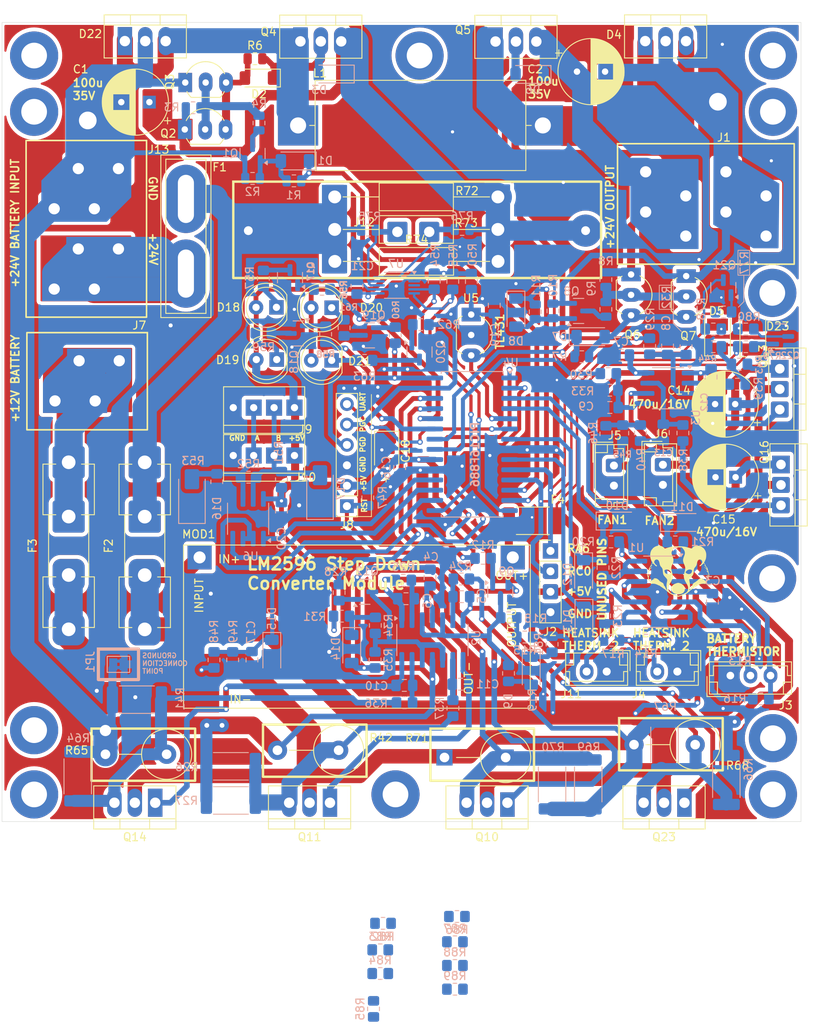
<source format=kicad_pcb>
(kicad_pcb (version 20240108) (generator "pcbnew") (generator_version "8.0")
  (layers (0 "F.Cu" signal) (31 "B.Cu" signal) (34 "B.Paste" user) (35 "F.Paste" user) (36 "B.SilkS" user "B.Silkscreen") (37 "F.SilkS" user "F.Silkscreen") (38 "B.Mask" user) (39 "F.Mask" user) (44 "Edge.Cuts" user))
  (net 0 "")
  (net 1 "GND")
  (net 2 "VOLTAGE_BATT_12V")
  (net 3 "VREF_2V5")
  (net 4 "Net-(U2A--)")
  (net 5 "+5V")
  (net 6 "Net-(Q10-B)")
  (net 7 "Net-(U2B--)")
  (net 8 "Net-(Q19-B)")
  (net 9 "Net-(Q20-B)")
  (net 10 "TEMP_HEAT_SINK_12V")
  (net 11 "TEMP_HEAT_SINK_24V")
  (net 12 "TEMP_AKU_24V")
  (net 13 "TEMP_AKU_12V")
  (net 14 "Net-(U3A-+)")
  (net 15 "DC_LINE_24V")
  (net 16 "Net-(U3B-+)")
  (net 17 "Net-(Q16-B)")
  (net 18 "Net-(Q17-C)")
  (net 19 "Net-(Q17-B)")
  (net 20 "Net-(Q18-B)")
  (net 21 "Net-(U2C--)")
  (net 22 "Net-(U2D--)")
  (net 23 "BALANCE_ON_24V")
  (net 24 "BALANCE_ON_12V")
  (net 25 "Net-(U3A--)")
  (net 26 "Net-(U3B--)")
  (net 27 "Net-(J6-Pin_1)")
  (net 28 "PWM_OUT1")
  (net 29 "Net-(J5-Pin_1)")
  (net 30 "PWM_OUT2")
  (net 31 "Net-(D1-A)")
  (net 32 "Net-(D2-K)")
  (net 33 "Net-(D5-K)")
  (net 34 "Net-(Q4-D)")
  (net 35 "Net-(Q5-D)")
  (net 36 "Net-(D6-A)")
  (net 37 "Net-(C13-Pad1)")
  (net 38 "Net-(D8-A)")
  (net 39 "Net-(D14-K)")
  (net 40 "/BMS_microcontroller/RS485_A")
  (net 41 "/BMS_microcontroller/RS485_B")
  (net 42 "Net-(D18-K)")
  (net 43 "Net-(D19-K)")
  (net 44 "Net-(D20-K)")
  (net 45 "Net-(D21-K)")
  (net 46 "Net-(J7-Pin_1)")
  (net 47 "Net-(D2-A)")
  (net 48 "Net-(D7-A)")
  (net 49 "Net-(Q9-C)")
  (net 50 "Net-(Q9-B)")
  (net 51 "Net-(Q10-E)")
  (net 52 "Net-(Q12-B)")
  (net 53 "RST")
  (net 54 "Net-(Q12-C)")
  (net 55 "Net-(Q14-E)")
  (net 56 "SDA")
  (net 57 "CLOCK")
  (net 58 "RS485_OUTPUT_ENABLE")
  (net 59 "RS232_RX")
  (net 60 "RS232_TX")
  (net 61 "Net-(Q18-C)")
  (net 62 "Net-(Q19-C)")
  (net 63 "Net-(Q20-C)")
  (net 64 "Net-(U1B--)")
  (net 65 "Net-(U1A--)")
  (net 66 "Net-(U1D--)")
  (net 67 "PGD")
  (net 68 "PGC")
  (net 69 "DBG_UART")
  (net 70 "Net-(U1C--)")
  (net 71 "+BATT_12V")
  (net 72 "GNDA")
  (net 73 "Net-(D9-K)")
  (net 74 "Net-(R40-Pad2)")
  (net 75 "+BATT_24V")
  (net 76 "Net-(R39-Pad2)")
  (net 77 "Net-(Q13-B)")
  (net 79 "Net-(Q14-B)")
  (net 80 "Net-(Q23-B)")
  (net 81 "Net-(Q23-E)")
  (net 82 "RC0")
  (net 83 "Net-(J3-Pin_2)")
  (net 84 "Net-(J3-Pin_3)")
  (net 85 "Net-(J4-Pin_2)")
  (net 86 "Net-(J11-Pin_2)")
  (net 87 "PWM_OUT_DISCH")
  (net 88 "Net-(Q1-C)")
  (net 89 "Net-(Q2-B)")
  (net 90 "LED1")
  (net 91 "LED2")
  (net 92 "PWM_OUT_CHRG")
  (net 93 "Net-(Q6-B)")
  (net 94 "Net-(Q8-C)")
  (net 95 "Net-(Q11-B)")
  (net 96 "Net-(Q11-E)")
  (net 97 "R_shunt_L")
  (net 98 "R_shunt_H")
  (net 99 "Net-(J13-Pin_3)")
  (net 100 "Net-(D3-K)")
  (net 101 "Net-(F1-Pad2)")
  (net 102 "RA6")
  (net 103 "Net-(D23-K)")
  (net 104 "Net-(Q21-C)")
  (net 105 "Net-(MOD1-OUT+)")
  (net 106 "Net-(Q21-B)")
  (net 107 "Net-(Q22-C)")
  (net 108 "Net-(Q22-B)")
  (net 109 "Net-(C5-Pad1)")
  (net 110 "Net-(C6-Pad1)")
  (net 111 "Net-(C10-Pad1)")
  (net 112 "Net-(C11-Pad1)")
  (footprint "Resistor_THT:R_Axial_DIN0309_L9.0mm_D3.2mm_P20.32mm_Horizontal" (layer "F.Cu") (at 198.43 76.65)
    (property "Reference" "R73")
    (property "Value" "20A/75mV")
  )
  (footprint "My-Footprints-connectors:Flat-6,3mm-connector-4P" (layer "F.Cu") (at 175 65.575 -90)
    (property "Reference" "J13")
    (property "Value" "BATT_IN")
  )
  (footprint "LED_THT:LED_D5.0mm" (layer "F.Cu") (at 191.175 86.35 180)
    (property "Reference" "D18")
    (property "Value" "LED")
  )
  (footprint "Connector_JST:JST_EH_B2B-EH-A_1x02_P2.50mm_Vertical" (layer "F.Cu") (at 232.3 131.7 180)
    (property "Reference" "J11")
    (property "Value" "HEATSING_TEMP1")
  )
  (footprint "LED_THT:LED_D5.0mm" (layer "F.Cu") (at 198.05 86.4 180)
    (property "Reference" "D20")
    (property "Value" "LED")
  )
  (footprint "My-Footprints:TO-220-3_V_Thick_Pads" (layer "F.Cu") (at 241.98 148.035 180)
    (property "Reference" "Q23")
    (property "Value" "TIP41C")
  )
  (footprint "Connector_JST:JST_EH_B2B-EH-A_1x02_P2.50mm_Vertical" (layer "F.Cu") (at 239.3 105.95 -90)
    (property "Reference" "J6")
    (property "Value" "FAN2")
  )
  (footprint "Connector_PinHeader_2.54mm:PinHeader_1x06_P2.54mm_Vertical" (layer "F.Cu") (at 199.95 111.1 180)
    (property "Reference" "J8")
    (property "Value" "ICP")
  )
  (footprint "Connector_JST:JST_EH_B2B-EH-A_1x02_P2.50mm_Vertical" (layer "F.Cu") (at 233.2 106.05 -90)
    (property "Reference" "J5")
    (property "Value" "FAN1")
  )
  (footprint "My-Footprints-connectors:Flat-6,3mm-connector-4P" (layer "F.Cu") (at 233.65 65.975)
    (property "Reference" "J1")
    (property "Value" "BATT_OUT")
  )
  (footprint "My-Footprints:TO-220-3_V_Thick_Pads" (layer "F.Cu") (at 172.3 53.2)
    (property "Reference" "D22")
    (property "Value" "D_Schottky_Dual_CommonAnode_KAK_Parallel")
  )
  (footprint "Resistor_THT:R_Axial_DIN0617_L17.0mm_D6.0mm_P7.62mm_Vertical" (layer "F.Cu") (at 243.32 140.8 180)
    (property "Reference" "R68")
    (property "Value" "0R1")
  )
  (footprint "My-Footprints:TO-220-3_V_Thick_Pads" (layer "F.Cu") (at 194.16 53.2325)
    (property "Reference" "Q4")
    (property "Value" "PMOS")
  )
  (footprint "Resistor_THT:R_Axial_DIN0309_L9.0mm_D3.2mm_P20.32mm_Horizontal" (layer "F.Cu") (at 198.45 80.63)
    (property "Reference" "R74")
    (property "Value" "20A/75mV")
  )
  (footprint "Connector_JST:JST_EH_B3B-EH-A_1x03_P2.50mm_Vertical" (layer "F.Cu") (at 247.7 132.2)
    (property "Reference" "J3")
    (property "Value" "Conn_01x03")
  )
  (footprint "graphic:honeybadger2" (layer "F.Cu") (at 241.2 119.2)
    (property "Reference" "G***" (hide yes))
    (property "Value" "LOGO" (hide yes))
  )
  (footprint "Resistor_THT:R_Axial_DIN0309_L9.0mm_D3.2mm_P20.32mm_Horizontal" (layer "F.Cu") (at 198.43 72.6)
    (property "Reference" "R72")
    (property "Value" "20A/75mV")
  )
  (footprint "Diode_SMD:D_MiniMELF" (layer "F.Cu") (at 189 57.8 180)
    (property "Reference" "D2")
    (property "Value" "LL4148" (hide yes))
  )
  (footprint "Resistor_THT:R_Axial_DIN0617_L17.0mm_D6.0mm_P7.62mm_Vertical" (layer "F.Cu") (at 177.5 142 180)
    (property "Reference" "R65")
    (property "Value" "0R1")
  )
  (footprint "My-Footprints:TO-92_Inline_Wide" (layer "F.Cu") (at 179.76 64.2)
    (property "Reference" "Q2")
    (property "Value" "BC337")
  )
  (footprint "Capacitor_THT:CP_Radial_D8.0mm_P2.50mm" (layer "F.Cu") (at 248.352651 107.5 180)
    (property "Reference" "C15")
    (property "Value" "470u/16V")
  )
  (footprint "My-Footprints:TO-220-3_Vertical-little-bigger pads" (layer "F.Cu") (at 253.85 93.995 -90)
    (property "Reference" "Q13")
    (property "Value" "BD238")
  )
  (footprint "Inductor_THT:L_Axial_L26.0mm_D11.0mm_P30.48mm_Horizontal_Fastron_77A" (layer "F.Cu") (at 193.87 63.7)
    (property "Reference" "L1")
    (property "Value" "L")
  )
  (footprint "Fuse:Fuse_2512_6332Metric_Pad1.52x3.35mm_HandSolder" (layer "F.Cu") (at 223.1 112.925)
    (property "Reference" "F4")
    (property "Value" "2A")
  )
  (footprint "Capacitor_THT:CP_Radial_D8.0mm_P3.50mm" (layer "F.Cu") (at 175.352651 60.8 180)
    (property "Reference" "C1")
    (property "Value" "100u/35V")
  )
  (footprint "My-Footprints:Fuse_Blade_ATO_directSolder" (layer "F.Cu") (at 179.9 82.15 90)
    (property "Reference" "F1")
    (property "Value" "6,3A")
  )
  (footprint "LED_THT:LED_D5.0mm" (layer "F.Cu") (at 191.21 92.85 180)
    (property "Reference" "D19")
    (property "Value" "LED")
  )
  (footprint "Connector_Hirose:Hirose_DF63M-2P-3.96DSA_1x02_P3.96mm_Vertical" (layer "F.Cu") (at 210.2 76.95 180)
    (property "Reference" "J12")
    (property "Value" "External Current Shunt")
  )
  (footprint "My-Footprints-connectors:Conn-01x04-N25-W4P" (layer "F.Cu") (at 194.79 108 180)
    (property "Reference" "J10")
    (property "Value" "RS485")
  )
  (footprint "My-Footprints-connectors:Flat-6,3mm-connector-2P" (layer "F.Cu") (at 175.1 89.5 -90)
    (property "Reference" "J7")
    (property "Value" "BATT_12V")
  )
  (footprint "LED_SMD:LED_PLCC-2_3.4x3.0mm_KA" (layer "F.Cu") (at 246.1 90 90)
    (property "Reference" "D5")
    (property "Value" "LED")
  )
  (footprint "Connector_JST:JST_EH_B2B-EH-A_1x02_P2.50mm_Vertical" (layer "F.Cu") (at 241.1 131.7 180)
    (property "Reference" "J4")
    (property "Value" "HEATSING_TEMP1")
  )
  (footprint "My-Footprints:TO-220-3_V_Thick_Pads" (layer "F.Cu") (at 218.46 53.25)
    (property "Reference" "Q5")
    (property "Value" "PMOS")
  )
  (footprint "Capacitor_Tantalum_SMD:CP_EIA-3528-21_Kemet-B" (layer "F.Cu") (at 204.9 104.2375 -90)
    (property "Reference" "C18")
    (property "Value" "100u/6,3V (JA8)")
  )
  (footprint "LED_THT:LED_D5.0mm" (layer "F.Cu") (at 198.05 92.95 180)
    (property "Reference" "D21")
    (property "Value" "LED")
  )
  (footprint "Capacitor_THT:CP_Radial_D8.0mm_P3.50mm" (layer "F.Cu") (at 228.6 57)
    (property "Reference" "C2")
    (property "Value" "100u/35V")
  )
  (footprint "My-Footprints:TO-92_Inline_Wide" (layer "F.Cu") (at 215.43 87.25 -90)
    (property "Reference" "U5")
    (property "Value" "TL431LP")
  )
  (footprint "My-Footprints:TO-220-3_V_Thick_Pads" (layer "F.Cu") (at 219.94 148.035 180)
    (property "Reference" "Q10")
    (property "Value" "TIP41C")
  )
  (footprint "Capacitor_THT:CP_Radial_D8.0mm_P2.50mm" (layer "F.Cu") (at 248.3 98.4 180)
    (property "Reference" "C14")
    (property "Value" "470u/16V")
  )
  (footprint "My-Footprints:TO-220-3_V_Thick_Pads" (layer "F.Cu") (at 176.08 148.035 180)
    (property "Reference" "Q14")
    (property "Value" "TIP41C")
  )
  (footprint "LED_SMD:LED_PLCC-2_3.4x3.0mm_KA" (layer "F.Cu") (at 250.5 90.1 90)
    (property "Reference" "D23")
    (property "Value" "LED")
  )
  (footprint "My-Footprints:TO-92_Inline_Wide" (layer "F.Cu") (at 242.2 82.46 -90)
    (property "Reference" "Q7")
    (property "Value" "BC327")
  )
  (footprint "My-Footprints:TO-92_Inline_Wide" (layer "F.Cu") (at 235.34 82.26 -90)
    (property "Reference" "Q6")
    (property "Value" "BC337")
  )
  (footprint "My-Footprints:TO-220-3_V_Thick_Pads" (layer "F.Cu") (at 237.1 53.2)
    (property "Reference" "D4")
    (property "Value" "D_Schottky_Dual_CommonAnode_KAK_Parallel")
  )
  (footprint "Resistor_THT:R_Axial_DIN0617_L17.0mm_D6.0mm_P7.62mm_Vertical" (layer "F.Cu") (at 198.92 141.5 180)
    (property "Reference" "R42")
    (property "Value" "0R1")
  )
  (footprint "My-Footprints:Fuseholder_Clip-5x20mm_Eaton_1A5601-01_Inline_P20.80x6.76mm_D1.70mm_Horizontal" (layer "F.Cu") (at 165.3 126.44 90)
    (property "Reference" "F3")
    (property "Value" "6,3A")
  )
  (footprint "Connector_PinHeader_2.54mm:PinHeader_1x04_P2.54mm_Vertical" (layer "F.Cu") (at 225.3 116.68)
    (property "Reference" "J2")
    (property "Value" "Conn_01x04")
  )
  (footprint "Resistor_THT:R_Axial_DIN0617_L17.0mm_D6.0mm_P7.62mm_Vertical" (layer "F.Cu") (at 219.72 142.4 180)
    (property "Reference" "R71")
    (property "Value" "0R1")
  )
  (footprint "My-Footprints:TO-220-3_V_Thick_Pads" (layer "F.Cu") (at 197.84 148.035 180)
    (property "Reference" "Q11")
    (property "Value" "TIP41C")
  )
  (footprint "My-Footprints-converters-modules:LM2596-Step-Down-Conv" (layer "F.Cu") (at 179.605 136.265 90)
    (property "Reference" "MOD1")
    (property "Value" "LM2596-Step-Down")
  )
  (footprint "My-Footprints-connectors:Conn-01x04-N25-W4P" (layer "F.Cu") (at 194.79 102.04 180)
    (property "Reference" "J9")
    (property "Value" "RS485")
  )
  (footprint "Resistor_SMD:R_0805_2012Metric" (layer "F.Cu") (at 188.5 55.4)
    (property "Reference" "R6")
    (property "Value" "1k" (hide yes))
  )
  (footprint "My-Footprints:TO-92_Inline_Wide" (layer "F.Cu") (at 179.82 58.36)
    (property "Reference" "Q3")
    (property "Value" "BC327")
  )
  (footprint "My-Footprints:Resistor-Power-5W-L22-W10" (layer "F.Cu") (at 185.675 76.8)
    (property "Reference" "R5" (hide yes))
    (property "Value" "20A/75mV")
  )
  (footprint "My-Footprints:TO-220-3_Vertical-little-bigger pads" (layer "F.Cu") (at 254 105.92 -90)
    (property "Reference" "Q16")
    (property "Value" "BD238")
  )
  (footprint "My-Footprints:Fuseholder_Clip-5x20mm_Eaton_1A5601-01_Inline_P20.80x6.76mm_D1.70mm_Horizontal" (layer "F.Cu") (at 174.775 126.45 90)
    (property "Reference" "F2")
    (property "Value" "2A")
  )
  (footprint "Resistor_SMD:R_2512_6332Metric_Pad1.40x3.35mm_HandSolder" (layer "B.Cu") (at 247.2 145.2 90)
    (property "Reference" "R66")
    (property "Value" "0R1")
  )
  (footprint "Resistor_SMD:R_0805_2012Metric_Pad1.20x1.40mm_HandSolder" (layer "B.Cu") (at 213.15 136.265 -90)
    (property "Reference" "R37")
    (property "Value" "1k")
  )
  (footprint "Capacitor_SMD:C_0805_2012Metric_Pad1.18x1.45mm_HandSolder" (layer "B.Cu") (at 239.88 91.18 90)
    (property "Reference" "C8")
    (property "Value" "1u")
  )
  (footprint "Capacitor_SMD:C_0805_2012Metric_Pad1.18x1.45mm_HandSolder" (layer "B.Cu") (at 234.1 92.3 180)
    (property "Reference" "C7")
    (property "Value" "100n")
  )
  (footprint "Package_TO_SOT_SMD:SOT-23" (layer "B.Cu") (at 202.18 121.7675)
    (property "Reference" "Q12")
    (property "Value" "BC817")
  )
  (footprint "Capacitor_SMD:C_0805_2012Metric_Pad1.18x1.45mm_HandSolder" (layer "B.Cu") (at 206.52 106.29 -90)
    (property "Reference" "C16")
    (property "Value" "100n")
  )
  (footprint "Package_TO_SOT_SMD:SOT-23" (layer "B.Cu") (at 219.05 121.8 -90)
    (property "Reference" "Q9")
    (property "Value" "BC817")
  )
  (footprint "Package_SO:SO-8_3.9x4.9mm_P1.27mm" (layer "B.Cu") (at 239.945 96.425 180)
    (property "Reference" "U3")
    (property "Value" "LM358")
  )
  (footprint "Resistor_SMD:R_0805_2012Metric_Pad1.20x1.40mm_HandSolder" (layer "B.Cu") (at 213.65 162.2)
    (property "Reference" "R86")
    (property "Value" "1k")
  )
  (footprint "Resistor_SMD:R_0805_2012Metric_Pad1.20x1.40mm_HandSolder" (layer "B.Cu") (at 232.045 124.76 90)
    (property "Reference" "R23")
    (property "Value" "1k")
  )
  (footprint "Resistor_SMD:R_0805_2012Metric" (layer "B.Cu") (at 229.2 92.5 180)
    (property "Reference" "R7")
    (property "Value" "100R")
  )
  (footprint "Resistor_SMD:R_0805_2012Metric_Pad1.20x1.40mm_HandSolder" (layer "B.Cu") (at 191.8 107.8 90)
    (property "Reference" "R51")
    (property "Value" "510R")
  )
  (footprint "Resistor_SMD:R_0805_2012Metric_Pad1.20x1.40mm_HandSolder" (layer "B.Cu") (at 205.9686 89.8144 -90)
    (property "Reference" "R60")
    (property "Value" "10K")
  )
  (footprint "Resistor_SMD:R_0805_2012Metric_Pad1.20x1.40mm_HandSolder" (layer "B.Cu") (at 204.45 163.05)
    (property "Reference" "R82")
    (property "Value" "1M")
  )
  (footprint "Resistor_SMD:R_0805_2012Metric" (layer "B.Cu") (at 180.8 61.5 180)
    (property "Reference" "R3")
    (property "Value" "10k")
  )
  (footprint "Capacitor_SMD:C_0805_2012Metric_Pad1.18x1.45mm_HandSolder" (layer "B.Cu") (at 232.6925 98.82 180)
    (property "Reference" "C9")
    (property "Value" "1u")
  )
  (footprint "Resistor_SMD:R_2512_6332Metric_Pad1.40x3.35mm_HandSolder" (layer "B.Cu") (at 239.5 140.8 90)
    (property "Reference" "R67")
    (property "Value" "0R1")
  )
  (footprint "Resistor_SMD:R_0805_2012Metric_Pad1.20x1.40mm_HandSolder" (layer "B.Cu") (at 203.46 130.255 90)
    (property "Reference" "R35")
    (property "Value" "120R")
  )
  (footprint "Capacitor_SMD:C_0805_2012Metric_Pad1.18x1.45mm_HandSolder" (layer "B.Cu") (at 207.31 122.63)
    (property "Reference" "C6")
    (property "Value" "100n")
  )
  (footprint "Resistor_SMD:R_0805_2012Metric_Pad1.20x1.40mm_HandSolder" (layer "B.Cu") (at 220.075 131.925 90)
    (property "Reference" "R19")
    (property "Value" "2k2")
  )
  (footprint "Capacitor_SMD:C_0805_2012Metric_Pad1.18x1.45mm_HandSolder" (layer "B.Cu") (at 214.1 133.275 180)
    (property "Reference" "C11")
    (property "Value" "100n")
  )
  (footprint "Resistor_SMD:R_0805_2012Metric_Pad1.20x1.40mm_HandSolder" (layer "B.Cu") (at 222.1 127.4)
    (property "Reference" "R15")
    (property "Value" "2k2")
  )
  (footprint "Package_SO:VSSOP-10_3x3mm_P0.5mm" (layer "B.Cu") (at 206.125 83.61 180)
    (property "Reference" "U7")
    (property "Value" "INA226")
  )
  (footprint "Resistor_SMD:R_0805_2012Metric_Pad1.20x1.40mm_HandSolder" (layer "B.Cu") (at 196.85 84.1)
    (property "Reference" "R56")
    (property "Value" "10K")
  )
  (footprint "Package_TO_SOT_SMD:SOT-23" (layer "B.Cu") (at 208.9875 91.9125 -90)
    (property "Reference" "Q20")
    (property "Value" "BC817")
  )
  (footprint "Capacitor_SMD:C_0805_2012Metric_Pad1.18x1.45mm_HandSolder" (layer "B.Cu") (at 214.2 122.375 180)
    (property "Reference" "C5")
    (property "Value" "100n")
  )
  (footprint "Resistor_SMD:R_0805_2012Metric_Pad1.20x1.40mm_HandSolder" (layer "B.Cu") (at 240.845 115.56 180)
    (property "Reference" "R21")
    (property "Value" "1k")
  )
  (footprint "Package_SO:SOIC-14_3.9x8.7mm_P1.27mm" (layer "B.Cu") (at 238.845 121.76 180)
    (property "Reference" "U1")
    (property "Value" "LM324")
  )
  (footprint "Diode_SMD:D_MiniMELF" (layer "B.Cu") (at 222.9 131.6 -90)
    (property "Reference" "D9")
    (property "Value" "3V3")
  )
  (footprint "Diode_SMD:D_MiniMELF" (layer "B.Cu") (at 229.4225 119.5825 -90)
    (property "Reference" "D12")
    (property "Value" "3V3")
  )
  (footprint "Resistor_SMD:R_0805_2012Metric_Pad1.20x1.40mm_HandSolder" (layer "B.Cu") (at 220.1 125)
    (property "Reference" "R18")
    (property "Value" "33k")
  )
  (footprint "Resistor_SMD:R_0805_2012Metric_Pad1.20x1.40mm_HandSolder" (layer "B.Cu") (at 232.9 127.8 180)
    (property "Reference" "R17")
    (property "Value" "150k")
  )
  (footprint "Resistor_SMD:R_0805_2012Metric" (layer "B.Cu") (at 232.2 86.6 90)
    (property "Reference" "R9")
    (property "Value" "1k")
  )
  (footprint "Jumper:SolderJumper-2_P1.3mm_Bridged2Bar_Pad1.0x1.5mm" (layer "B.Cu") (at 171.5 130.8 180)
    (property "Reference" "JP1")
    (property "Value" "GND_Bridged")
  )
  (footprint "Resistor_SMD:R_0805_2012Metric" (layer "B.Cu") (at 188.2 70.3)
    (property "Reference" "R2")
    (property "Value" "10k")
  )
  (footprint "Resistor_SMD:R_0805_2012Metric_Pad1.20x1.40mm_HandSolder" (layer "B.Cu") (at 237.65 91.2 -90)
    (property "Reference" "R29")
    (property "Value" "2k2")
  )
  (footprint "Resistor_SMD:R_0805_2012Metric_Pad1.20x1.40mm_HandSolder" (layer "B.Cu") (at 242.18 91.24 -90)
    (property "Reference" "R32")
    (property "Value" "100k")
  )
  (footprint "Resistor_SMD:R_0805_2012Metric_Pad1.20x1.40mm_HandSolder" (layer "B.Cu") (at 202.55 110.05 -90)
    (property "Reference" "R47")
    (property "Value" "10k")
  )
  (footprint "Resistor_SMD:R_0805_2012Metric_Pad1.20x1.40mm_HandSolder" (layer "B.Cu") (at 204.1 169.3 180)
    (property "Reference" "R84")
    (property "Value" "1M")
  )
  (footprint "Resistor_SMD:R_0805_2012Metric_Pad1.20x1.40mm_HandSolder" (layer "B.Cu") (at 232.6925 96.67)
    (property "Reference" "R33")
    (property "Value" "100k")
  )
  (footprint "Resistor_SMD:R_0805_2012Metric_Pad1.20x1.40mm_HandSolder" (layer "B.Cu") (at 213.4 168.3 180)
    (property "Reference" "R88")
    (property "Value" "1k")
  )
  (footprint "Resistor_SMD:R_2512_6332Metric_Pad1.40x3.35mm_HandSolder" (layer "B.Cu") (at 173.8 135.2 180)
    (property "Reference" "R41")
    (property "Value" "0R1")
  )
  (footprint "Package_TO_SOT_SMD:SOT-23" (layer "B.Cu") (at 253.9625 89.975)
    (property "Reference" "Q22")
    (property "Value" "BC817")
  )
  (footprint "Resistor_SMD:R_0805_2012Metric_Pad1.20x1.40mm_HandSolder" (layer "B.Cu") (at 241.79 102 90)
    (property "Reference" "R38")
    (property "Value" "1k")
  )
  (footprint "Resistor_SMD:R_0805_2012Metric_Pad1.20x1.40mm_HandSolder" (layer "B.Cu") (at 206.975 120.325 180)
    (property "Reference" "R25")
    (property "Value" "1k")
  )
  (footprint "Resistor_SMD:R_0805_2012Metric_Pad1.20x1.40mm_HandSolder" (layer "B.Cu") (at 216.9 117.6 180)
    (property "Reference" "R12")
    (property "Value" "10k")
  )
  (footprint "Resistor_SMD:R_0805_2012Metric_Pad1.20x1.40mm_HandSolder" (layer "B.Cu") (at 183.745 108.075 -90)
    (property "Reference" "R53")
    (property "Value" "510R")
  )
  (footprint "Resistor_SMD:R_2512_6332Metric_Pad1.40x3.35mm_HandSolder" (layer "B.Cu") (at 166.43 144.75 90)
    (property "Reference" "R64")
    (property "Value" "0R1")
  )
  (footprint "Resistor_SMD:R_0805_2012Metric_Pad1.20x1.40mm_HandSolder" (layer "B.Cu") (at 189.55 82.75 -90)
    (property "Reference" "R57")
    (property "Value" "220R")
  )
  (footprint "Resistor_SMD:R_0805_2012Metric_Pad1.20x1.40mm_HandSolder" (layer "B.Cu") (at 215.45 83.15 -90)
    (property "Reference" "R50")
    (property "Value" "1k")
  )
  (footprint "Diode_SMD:D_MiniMELF" (layer "B.Cu") (at 221 87 -90)
    (property "Reference" "D8")
    (property "Value" "LL4148")
  )
  (footprint "Diode_SMD:D_SMA" (layer "B.Cu") (at 180.65 109.75 90)
    (property "Reference" "D16")
    (property "Value" "D_TVS")
  )
  (footprint "Resistor_SMD:R_0805_2012Metric_Pad1.20x1.40mm_HandSolder" (layer "B.Cu") (at 249.625 89.05 180)
    (property "Reference" "R80")
    (property "Value" "220R")
  )
  (footprint "Resistor_SMD:R_0805_2012Metric_Pad1.20x1.40mm_HandSolder" (layer "B.Cu") (at 213.4 171.25 180)
    (property "Reference" "R89")
    (property "Value" "1k")
  )
  (footprint "Resistor_SMD:R_0805_2012Metric_Pad1.20x1.40mm_HandSolder" (layer "B.Cu") (at 232.5 94.6)
    (property "Reference" "R30")
    (property "Value" "2k2")
  )
  (footprint "Package_TO_SOT_SMD:SOT-23" (layer "B.Cu") (at 246.825 83.9 90)
    (property "Reference" "Q21")
    (property "Value" "BC817")
  )
  (footprint "Package_TO_SOT_SMD:SOT-23" (layer "B.Cu") (at 193.9 89.6 180)
    (property "Reference" "Q18")
    (property "Value" "BC817")
  )
  (footprint "Resistor_SMD:R_0805_2012Metric_Pad1.20x1.40mm_HandSolder" (layer "B.Cu") (at 209.15 88.5)
    (property "Reference" "R62")
    (property "Value" "10K")
  )
  (footprint "Resistor_SMD:R_0805_2012Metric" (layer "B.Cu") (at 232.2 82.9 90)
    (property "Reference" "R8")
    (property "Value" "10k")
  )
  (footprint "Diode_SMD:D_MiniMELF" (layer "B.Cu") (at 233.645 112.96)
    (property "Reference" "D10")
    (property "Value" "3V3")
  )
  (footprint "Resistor_SMD:R_2512_6332Metric_Pad1.40x3.35mm_HandSolder" (layer "B.Cu") (at 230 145.75 -90)
    (property "Reference" "R69")
    (property "Value" "0R1")
  )
  (footprint "Diode_SMD:D_MiniMELF" (layer "B.Cu") (at 198.2 57.3 180)
    (property "Reference" "D3")
    (property "Value" "18V")
  )
  (footprint "Resistor_SMD:R_0805_2012Metric" (layer "B.Cu") (at 202.63 76.74)
    (property "Reference" "R75")
    (property "Value" "0R")
  )
  (footprint "Diode_SMD:D_SMA" (layer "B.Cu") (at 196.6 109.25 90)
    (property "Reference" "D17")
    (property "Value" "D_TVS")
  )
  (footprint "Resistor_SMD:R_0805_2012Metric_Pad1.20x1.40mm_HandSolder" (layer "B.Cu") (at 213.4 165.35 180)
    (property "Reference" "R87")
    (property "Value" "1k")
  )
  (footprint "Capacitor_SMD:C_0805_2012Metric_Pad1.18x1.45mm_HandSolder" (layer "B.Cu") (at 188.125 130.25 -90)
    (property "Reference" "C17")
    (property "Value" "100n")
  )
  (footprint "Resistor_SMD:R_0805_2012Metric" (layer "B.Cu") (at 223.4 86.9 -90)
    (property "Reference" "R11")
    (property "Value" "4k7")
  )
  (footprint "Resistor_SMD:R_0805_2012Metric_Pad1.20x1.40mm_HandSolder" (layer "B.Cu") (at 231.845 118.76 90)
    (property "Reference" "R22")
    (property "Value" "1k")
  )
  (footprint "Diode_SMD:D_MiniMELF" (layer "B.Cu") (at 230.3 90)
    (property "Reference" "D7")
    (property "Value" "LL4148")
  )
  (footprint "Resistor_SMD:R_0805_2012Metric_Pad1.20x1.40mm_HandSolder" (layer "B.Cu") (at 199.28 124.805 180)
    (property "Reference" "R31")
    (property "Value" "120R")
  )
  (footprint "Resistor_SMD:R_0805_2012Metric" (layer "B.Cu") (at 189 63.4 90)
    (property "Reference" "R4")
    (property "Value" "1k")
  )
  (footprint "Capacitor_SMD:C_0805_2012Metric_Pad1.18x1.45mm_HandSolder" (layer "B.Cu") (at 191.8 111.7 -90)
    (property "Reference" "C20")
    (property "Value" "100n")
  )
  (footprint "Diode_SMD:D_MiniMELF" (layer "B.Cu") (at 193.4775 68.1225 180)
    (property "Reference" "D1")
    (property "Value" "LL4148")
  )
  (footprint "Capacitor_SMD:C_0805_2012Metric_Pad1.18x1.45mm_HandSolder" (layer "B.Cu") (at 245.3 95.03 -90)
    (property "Reference" "C12")
    (property "Value" "100n")
  )
  (footprint "Resistor_SMD:R_0805_2012Metric" (layer "B.Cu") (at 214.3 76.65 180)
    (property "Reference" "R76")
    (property "Value" "0R")
  )
  (footprint "Diode_SMD:D_MiniMELF" (layer "B.Cu") (at 190.6 129.5 -90)
    (property "Reference" "D15")
    (property "Value" "3V3")
  )
  (footprint "Resistor_SMD:R_0805_2012Metric_Pad1.20x1.40mm_HandSolder" (layer "B.Cu") (at 210.825 83.1 -90)
    (property "Reference" "R54")
    (property "Value" "10k")
  )
  (footprint "Resistor_SMD:R_2512_6332Metric_Pad1.40x3.35mm_HandSolder" (layer "B.Cu") (at 185.5 147.75 180)
    (property "Reference" "R27")
    (property "Value" "0R1")
  )
  (footprint "Resistor_SMD:R_0805_2012Metric_Pad1.20x1.40mm_HandSolder" (layer "B.Cu") (at 207.125 135.575 180)
    (property "Reference" "R36")
    (property "Value" "1k")
  )
  (footprint "Package_TO_SOT_SMD:SOT-23" (layer "B.Cu") (at 192.8625 82.65 90)
    (property "Reference" "Q17")
    (property "Value" "BC817")
  )
  (footprint "Resistor_SMD:R_0805_2012Metric_Pad1.20x1.40mm_HandSolder" (layer "B.Cu") (at 197.3 89.7 -90)
    (property "Reference" "R58")
    (property "Value" "10K")
  )
  (footprint "Resistor_SMD:R_0805_2012Metric_Pad1.20x1.40mm_HandSolder" (layer "B.Cu") (at 251.5 135.1)
    (property "Reference" "R16")
    (property "Value" "150k")
  )
  (footprint "Capacitor_SMD:C_0805_2012Metric_Pad1.18x1.45mm_HandSolder" (layer "B.Cu") (at 207.1 133.425)
    (property "Reference" "C10")
    (property "Value" "100n")
  )
  (footprint "Resistor_SMD:R_0805_2012Metric_Pad1.20x1.40mm_HandSolder" (layer "B.Cu") (at 189.55 89.55 180)
    (property "Reference" "R59")
    (property "Value" "220R")
  )
  (footprint "Resistor_SMD:R_0805_2012Metric_Pad1.20x1.40mm_HandSolder" (layer "B.Cu") (at 185.725 130.25 -90)
    (property "Reference" "R49")
    (property "Value" "1k3")
  )
  (footprint "Package_TO_SOT_SMD:SOT-23" (layer "B.Cu") (at 228.8 86.8)
    (property "Reference" "Q8")
    (property "Value" "BC817")
  )
  (footprint "Capacitor_SMD:C_0805_2012Metric_Pad1.18x1.45mm_HandSolder" (layer "B.Cu") (at 210.3 120 90)
    (property "Reference" "C4")
    (property "Value" "100n")
  )
  (footprint "Package_SO:SOIC-8_3.9x4.9mm_P1.27mm" (layer "B.Cu") (at 187.645 112.675 90)
    (property "Reference" "U6")
    (property "Value" "ST485")
  )
  (footprint "Resistor_SMD:R_0805_2012Metric_Pad1.20x1.40mm_HandSolder" (layer "B.Cu") (at 183.4 130.25 90)
    (property "Reference" "R48")
    (property "Value" "6k8")
  )
  (footprint "Resistor_SMD:R_0805_2012Metric_Pad1.20x1.40mm_HandSolder" (layer "B.Cu") (at 245.575 91.25)
    (property "Reference" "R44")
    (property "Value" "6k2")
  )
  (footprint "Package_SO:SOIC-14_3.9x8.7mm_P1.27mm" (layer "B.Cu") (at 210.6 127.775 -90)
    (property "Reference" "U2")
    (property "Value" "LM324")
  )
  (footprint "Resistor_SMD:R_0805_2012Metric_Pad1.20x1.40mm_HandSolder" (layer "B.Cu") (at 202.15 92.95 180)
    (property "Reference" "R63")
    (property "Value" "220R")
  )
  (footprint "Package_TO_SOT_SMD:SOT-23" (layer "B.Cu") (at 202.75 89.8375 180)
    (property "Reference" "Q19")
    (property "Value" "BC817")
  )
  (footprint "Resistor_SMD:R_0805_2012Metric_Pad1.20x1.40mm_HandSolder" (layer "B.Cu") (at 237.2 127.8)
    (property "Reference" "R14")
    (property "Value" "150k")
  )
  (footprint "Diode_SMD:D_MiniMELF" (layer "B.Cu") (at 241.6675 113.1375)
    (property "Reference" "D11")
    (property "Value" "3V3")
  )
  (footprint "Resistor_SMD:R_0805_2012Metric_Pad1.20x1.40mm_HandSolder" (layer "B.Cu") (at 199.6 88.9 90)
    (property "Reference" "R61")
    (property "Value" "220R")
  )
  (footprint "Resistor_SMD:R_0805_2012Metric_Pad1.20x1.40mm_HandSolder" (layer "B.Cu") (at 232.2 102.1 90)
    (property "Reference" "R46")
    (property "Value" "6k2")
  )
  (footprint "Resistor_SMD:R_0805_2012Metric_Pad1.20x1.40mm_HandSolder" (layer "B.Cu") (at 248.56 95.92)
    (property "Reference" "R39")
    (property "Value" "0R")
  )
  (footprint "Capacitor_SMD:C_0805_2012Metric_Pad1.18x1.45mm_HandSolder" (layer "B.Cu") (at 218.3 86.1 90)
    (property "Reference" "C19")
    (property "Value" "100n")
  )
  (footprint "Resistor_SMD:R_2512_6332Metric_Pad1.40x3.35mm_HandSolder" (layer "B.Cu") (at 185.5 143.5 180)
    (property "Reference" "R26")
    (property "Value" "0R1")
  )
  (footprint "Resistor_SMD:R_0805_2012Metric" (layer "B.Cu") (at 225.6 86.8 -90)
    (property "Reference" "R10")
    (property "Value" "10k")
  )
  (footprint "Capacitor_SMD:C_0805_2012Metric_Pad1.18x1.45mm_HandSolder" (layer "B.Cu") (at 245.47 123.04 -90)
    (property "Reference" "C3")
    (property "Value" "100n")
  )
  (footprint "Resistor_SMD:R_2512_6332Metric_Pad1.40x3.35mm_HandSolder" (layer "B.Cu") (at 225.5 145.75 -90)
    (property "Reference" "R70")
    (property "Value" "0R1")
  )
  (footprint "Resistor_SMD:R_0805_2012Metric_Pad1.20x1.40mm_HandSolder" (layer "B.Cu") (at 187.7 107.5 180)
    (property "Reference" "R52")
    (property "Value" "120R")
  )
  (footprint "Resistor_SMD:R_0805_2012Metric_Pad1.20x1.40mm_HandSolder" (layer "B.Cu") (at 198.98 121.8675 90)
    (property "Reference" "R28")
    (property "Value" "10k")
  )
  (footprint "Resistor_SMD:R_0805_2012Metric_Pad1.20x1.40mm_HandSolder" (layer "B.Cu") (at 246.85 86.925 180)
    (property "Reference" "R77")
    (property "Value" "10K")
  )
  (footprint "Diode_SMD:D_MiniMELF" (layer "B.Cu") (at 200.55 128.885 -90)
    (property "Reference" "D14")
    (property "Value" "3V3")
  )
  (footprint "Resistor_SMD:R_0805_2012Metric_Pad1.20x1.40mm_HandSolder" (layer "B.Cu") (at 203.265187 173.702556 -90)
    (property "Reference" "R85")
    (property "Value" "1M")
  )
  (footprint "Resistor_SMD:R_0805_2012Metric_Pad1.20x1.40mm_HandSolder" (layer "B.Cu") (at 234.3 102.01 -90)
    (property "Reference" "R45")
    (property "Value" "10k")
  )
  (footprint "Capacitor_SMD:C_0805_2012Metric_Pad1.18x1.45mm_HandSolder" (layer "B.Cu") (at 239.35 101.94 -90)
    (property "Reference" "C13")
    (property "Value" "100n")
  )
  (footprint "Resistor_SMD:R_0805_2012Metric_Pad1.20x1.40mm_HandSolder" (layer "B.Cu") (at 201.2 83.7 90)
    (property "Reference" "C21")
    (property "Value" "100n")
  )
  (footprint "Resistor_SMD:R_0805_2012Metric_Pad1.20x1.40mm_HandSolder" (layer "B.Cu") (at 245.575 89.05)
    (property "Reference" "R78")
    (property "Value" "220R")
  )
  (footprint "Diode_SMD:D_MiniMELF" (layer "B.Cu") (at 222.7 57.35 180)
    (property "Reference" "D6")
    (property "Value" "18V")
  )
  (footprint "Resistor_SMD:R_0805_2012Metric_Pad1.20x1.40mm_HandSolder" (layer "B.Cu") (at 214.2 120.175)
    (property "Reference" "R24")
    (property "Value" "1k")
  )
  (footprint "Package_TO_SOT_SMD:SOT-23" (layer "B.Cu") (at 188.2 67.2 90)
    (property "Reference" "Q1")
    (property "Value" "BC817")
  )
  (footprint "Resistor_SMD:R_0805_2012Metric" (layer "B.Cu") (at 193.35 70.6 180)
    (property "Reference" "R1")
    (property "Value" "4k7")
  )
  (footprint "Resistor_SMD:R_0805_2012Metric_Pad1.20x1.40mm_HandSolder" (layer "B.Cu") (at 225.5 128.3 -90)
    (property "Reference" "R81")
    (property "Value" "2k2")
  )
  (footprint "Resistor_SMD:R_0805_2012Metric_Pad1.20x1.40mm_HandSolder" (layer "B.Cu") (at 236.5 102 90)
    (property "Reference" "R40")
    (property "Value" "0R")
  )
  (footprint "Diode_SMD:D_MiniMELF" (layer "B.Cu") (at 229.4675 125.3825 -90)
    (property "Reference" "D13")
    (property "Value" "3V3")
  )
  (footprint "Resistor_SMD:R_0805_2012Metric_Pad1.20x1.40mm_HandSolder" (layer "B.Cu") (at 248.9 128.7)
    (property "Reference" "R13")
    (property "Value" "150k")
  )
  (footprint "Resistor_SMD:R_0805_2012Metric_Pad1.20x1.40mm_HandSolder" (layer "B.Cu") (at 204.1 166.35 180)
    (property "Reference" "R83")
    (property "Value" "1M")
  )
  (footprint "Resistor_SMD:R_0805_2012Metric_Pad1.20x1.40mm_HandSolder" (layer "B.Cu") (at 203.49 125.955 90)
    (property "Reference" "R34")
    (property "Value" "120R")
  )
  (footprint "Resistor_SMD:R_0805_2012Metric_Pad1.20x1.40mm_HandSolder" (layer "B.Cu") (at 248.825 93.425)
    (property "Reference" "R43")
    (property "Value" "10K")
  )
  (footprint "Package_SO:SOIC-28W_7.5x17.9mm_P1.27mm" (layer "B.Cu") (at 215.55 103.4 180)
    (property "Reference" "U4")
    (property "Value" "PIC16F886-IP")
  )
  (footprint "Resistor_SMD:R_0805_2012Metric_Pad1.20x1.40mm_HandSolder" (layer "B.Cu") (at 213.135 83.13 -90)
    (property "Reference" "R55")
    (property "Value" "10k")
  )
  (footprint "Resistor_SMD:R_0805_2012Metric_Pad1.20x1.40mm_HandSolder" (layer "B.Cu") (at 249.625 91.25 180)
    (property "Reference" "R79")
    (property "Value" "10K")
  )
  (footprint "Resistor_SMD:R_0805_2012Metric_Pad1.20x1.40mm_HandSolder" (layer "B.Cu") (at 232.845 115.56 180)
    (property "Reference" "R20")
    (property "Value" "1k")
  )
  (gr_rect (start 236.2 56.2) (end 243.1 61.25) (stroke (width 0.2)) (fill solid) (layer "F.Cu") (net 35))
  (gr_rect (start 238.6 143.15) (end 240.2 148.45) (stroke (width 0.2)) (fill solid) (layer "F.Cu") (net 75))
  (gr_rect (start 161.9 77.5) (end 173 85.5) (stroke (width 0.2)) (fill solid) (layer "F.Cu") (net 99))
  (gr_rect (start 226.7 61.4) (end 243.1 66.15) (stroke (width 0.2)) (fill solid) (layer "F.Cu") (net 35))
  (gr_poly (pts (xy 178.94 62.99) (xy 178.12 62.99) (xy 178.11 62.98) (xy 178.11 59.28) (xy 174.69 59.28) (xy 174.6 59.37) (xy 174.6 63.78) (xy 176.31 65.49) (xy 180.51 65.49) (xy 180.63 65.37) (xy 180.63 62.97) (xy 178.96 62.97)) (stroke (width 0.2)) (fill solid) (layer "F.Cu") (net 100))
  (gr_poly (pts (xy 165.46 60.43) (xy 167.04 58.85) (xy 172.62 58.85) (xy 172.62 68.03) (xy 172.59 68.06) (xy 165.87 68.06) (xy 165.46 67.65) (xy 165.46 67.63)) (stroke (width 0.2)) (fill solid) (layer "F.Cu") (net 72))
  (gr_poly (pts (xy 172.8984 70.6) (xy 170 72.6) (xy 162.1016 72.7) (xy 162.1016 72.6) (xy 165.1 70.5) (xy 172.8984 70.5)) (stroke (width 0.2)) (fill solid) (layer "F.Cu") (net 72))
  (gr_rect (start 162.2 91.5) (end 173.1 99.3) (stroke (width 0.2)) (fill solid) (layer "F.Cu") (net 46))
  (gr_rect (start 191.2 51.7) (end 195 54.7) (stroke (width 0.2)) (fill solid) (layer "B.Cu") (net 34))
  (gr_rect (start 217.34 71.14) (end 220.17 82.04) (stroke (width 0.2)) (fill solid) (layer "B.Cu") (net 100))
  (gr_poly (pts (xy 220.9038 66.0908) (xy 216.2048 61.3918) (xy 216.2048 59.209636) (xy 220.1926 59.3852) (xy 223.0628 62.2554) (xy 223.0628 66.04) (xy 223.012 66.0908)) (stroke (width 0.2)) (fill solid) (layer "B.Cu") (net 35))
  (gr_poly (pts (xy 245.62 65.26) (xy 238.02 57.66) (xy 240.42 57.66) (xy 245.62 62.86)) (stroke (width 0.2)) (fill solid) (layer "B.Cu") (net 72))
  (gr_poly (pts (xy 173 67.6) (xy 173 72.6) (xy 170 75.6) (xy 162 75.6) (xy 162 70.6) (xy 165 67.6) (xy 165 62.9) (xy 165 59.4) (xy 168.2 56.2) (xy 174.2 56.2) (xy 174 56.4) (xy 174 53.4) (xy 175.7 53.4) (xy 175.7 58.7) (xy 175.5 58.9) (xy 174 58.9) (xy 173.4 59.5) (xy 173.4 67.2)) (stroke (width 0.2)) (fill solid) (layer "B.Cu") (net 72))
  (gr_poly (pts (xy 245.6688 76) (xy 250.571 78.8924) (xy 253.6 78.9) (xy 253.7 71) (xy 248.6 67.9) (xy 245.7 67.9)) (stroke (width 0.2)) (fill solid) (layer "B.Cu") (net 72))
  (gr_rect (start 231.354 56.13) (end 239.12 58.1) (stroke (width 0.2)) (fill solid) (layer "B.Cu") (net 72))
  (gr_poly (pts (xy 235.3564 67.9704) (xy 243.6368 67.9704) (xy 243.6368 78.994) (xy 238.6584 78.994) (xy 235.3564 75.692)) (stroke (width 0.2)) (fill solid) (layer "B.Cu") (net 15))
  (gr_rect (start 185.7 73.5) (end 198.65 79.6) (stroke (width 0.2)) (fill solid) (layer "B.Cu") (net 101))
  (gr_rect (start 177 51.7) (end 191.2 54.6) (stroke (width 0.2)) (fill solid) (layer "B.Cu") (net 34))
  (gr_poly (pts (xy 248.6 67.9) (xy 248.6 59.75) (xy 246 57.15) (xy 241.7 57.15) (xy 237.51 57.15) (xy 245.73 65.37) (xy 245.7 65.37) (xy 245.7 67.9)) (stroke (width 0.2)) (fill solid) (layer "B.Cu") (net 72))
  (gr_poly (pts (xy 240.56 55.83) (xy 241.78 57.05) (xy 240.55 57.05) (xy 240.51 57.01) (xy 240.51 55.88)) (stroke (width 0.2)) (fill solid) (layer "B.Cu") (net 72))
  (gr_rect (start 196.94 71.2) (end 199.87 82.03) (stroke (width 0.2)) (fill solid) (layer "B.Cu") (net 101))
  (gr_poly (pts (xy 228.1 65.6) (xy 228.1 59.3) (xy 224.7 55.9) (xy 224.6 55.9) (xy 224.1 55.4) (xy 224.1 51.9) (xy 224.9 51.9) (xy 230.5 57.5) (xy 230.5 63.2) (xy 231.7 64.4) (xy 229.3 66.8)) (stroke (width 0.2)) (fill solid) (layer "B.Cu") (net 15))
  (gr_poly (pts (xy 169.9006 72.6948) (xy 172.8978 70.6374) (xy 172.8978 70.4088) (xy 165.1 70.358) (xy 165.1 70.4596) (xy 162.1028 72.5678) (xy 162.1028 72.644)) (stroke (width 0.2)) (fill solid) (layer "B.Cu") (net 72))
  (gr_line (start 249.375 85.65) (end 248.7 86.325) (stroke (width 0.1)) (layer "B.SilkS"))
  (gr_rect (start 238.85 83.6) (end 240.6 86.6) (stroke (width 0.1)) (fill none) (layer "B.SilkS"))
  (gr_rect (start 169 128.9) (end 174 132.7) (stroke (width 0.4)) (fill none) (layer "B.SilkS"))
  (gr_line (start 240.6 86.6) (end 240.6 88.35) (stroke (width 0.1)) (layer "B.SilkS"))
  (gr_line (start 240.6 88.35) (end 241.6 89.35) (stroke (width 0.1)) (layer "B.SilkS"))
  (gr_line (start 249.375 82.35) (end 249.375 85.65) (stroke (width 0.1)) (layer "B.SilkS"))
  (gr_rect (start 248.65 79.25) (end 250.1 82.35) (stroke (width 0.1)) (fill none) (layer "B.SilkS"))
  (gr_line (start 198.62 109.83) (end 198.62 112.4) (stroke (width 0.1)) (layer "F.SilkS"))
  (gr_rect (start 210.35 138.8) (end 223.25 145.3) (stroke (width 0.3)) (fill none) (layer "F.SilkS"))
  (gr_line (start 203 112.4) (end 203 97.2) (stroke (width 0.1)) (layer "F.SilkS"))
  (gr_rect (start 233.85 137.5) (end 246.75 144) (stroke (width 0.3)) (fill none) (layer "F.SilkS"))
  (gr_line (start 198.62 112.4) (end 203 112.4) (stroke (width 0.1)) (layer "F.SilkS"))
  (gr_rect (start 168.15 138.8) (end 181.05 145.3) (stroke (width 0.3)) (fill none) (layer "F.SilkS"))
  (gr_rect (start 189.5 138.3) (end 202.4 144.8) (stroke (width 0.3)) (fill none) (layer "F.SilkS"))
  (gr_rect (start 185.8 70.7) (end 231.6 82.7) (stroke (width 0.3)) (fill none) (layer "F.SilkS"))
  (gr_rect (start 157 50.88) (end 256.5 150.38) (stroke (width 0.05)) (fill none) (layer "Edge.Cuts"))
  (gr_text "PIC16F886" (at 216.5 100.5 90) (layer "B.SilkS") (effects (font (size 1 1) (thickness 0.2) (bold yes)) (justify left bottom mirror)))
  (gr_text "GROUNDS\nCONNECTION\nPOINT" (at 174.4 132 0) (layer "B.SilkS") (effects (font (size 0.6 0.6) (thickness 0.12) (bold yes)) (justify right bottom mirror)))
  (gr_text "+24V OUTPUT" (at 233.3 79.2 90) (layer "F.SilkS") (effects (font (size 1 1) (thickness 0.2) (bold yes)) (justify left bottom)))
  (gr_text "470u/16V" (at 234.9 99 0) (layer "F.SilkS") (effects (font (size 1 1) (thickness 0.2) (bold yes)) (justify left bottom)))
  (gr_text "HEATSINK\nTHERM. 2" (at 242.76 129.09 0) (layer "F.SilkS") (effects (font (size 1 1) (thickness 0.2) (bold yes)) (justify right bottom)))
  (gr_text "UNUSED PINS" (at 232.3 125.499998 90) (layer "F.SilkS") (effects (font (size 1 1) (thickness 0.25) (bold yes)) (justify left bottom)))
  (gr_text "BATTERY\nTHERMISTOR" (at 244.6 129.8 0) (layer "F.SilkS") (effects (font (size 1 1) (thickness 0.25) (bold yes)) (justify left bottom)))
  (gr_text "GND" (at 227.3 125.1 0) (layer "F.SilkS") (effects (font (size 1 1) (thickness 0.2) (bold yes)) (justify left bottom)))
  (gr_text "470u/16V" (at 243.3 114.9 0) (layer "F.SilkS") (effects (font (size 1 1) (thickness 0.2) (bold yes)) (justify left bottom)))
  (gr_text "+24V" (at 175.25 76.95 -90) (layer "F.SilkS") (effects (font (size 1 1) (thickness 0.2) (bold yes)) (justify left bottom)))
  (gr_text "100u\n35V" (at 222.4 60.4 0) (layer "F.SilkS") (effects (font (size 1 1) (thickness 0.2) (bold yes)) (justify left bottom)))
  (gr_text "A" (at 188.4 103 0) (layer "F.SilkS") (effects (font (size 0.65 0.65) (thickness 0.1625) (bold yes)) (justify left bottom)))
  (gr_text "+24V BATTERY INPUT" (at 159.2 84 90) (layer "F.SilkS") (effects (font (size 1 1) (thickness 0.2) (bold yes)) (justify left bottom)))
  (gr_text "HEATSINK\nTHERM. 2" (at 233.96 129.09 0) (layer "F.SilkS") (effects (font (size 1 1) (thickness 0.2) (bold yes)) (justify right bottom)))
  (gr_text "GND" (at 185.2 103 0) (layer "F.SilkS") (effects (font (size 0.65 0.65) (thickness 0.1625) (bold yes)) (justify left bottom)))
  (gr_text "B" (at 191 103 0) (layer "F.SilkS") (effects (font (size 0.65 0.65) (thickness 0.1625) (bold yes)) (justify left bottom)))
  (gr_text "+12V BATTERY" (at 159.228 100.804762 90) (layer "F.SilkS") (effects (font (size 1 1) (thickness 0.2) (bold yes)) (justify left bottom)))
  (gr_text "GND" (at 202.3 106.997163 90) (layer "F.SilkS") (effects (font (size 0.65 0.65) (thickness 0.1625) (bold yes)) (justify left bottom)))
  (gr_text "FAN2" (at 236.9 113.5 0) (layer "F.SilkS") (effects (font (size 1 1) (thickness 0.2) (bold yes)) (justify left bottom)))
  (gr_text "RA6" (at 227.259238 116.968762 0) (layer "F.SilkS") (effects (font (size 1 1) (thickness 0.2) (bold yes)) (justify left bottom)))
  (gr_text "LM2596 Step Down\nConverter Module" (at 187.35 121.6 0) (layer "F.SilkS") (effects (font (size 1.5 1.5) (thickness 0.3) (bold yes)) (justify left bottom)))
  (gr_text "TL431" (at 219.6 91.7 90) (layer "F.SilkS") (effects (font (size 1 1) (thickness 0.2) (bold yes)) (justify left bottom)))
  (gr_text "+5V" (at 192.6 103 0) (layer "F.SilkS") (effects (font (size 0.65 0.65) (thickness 0.1625) (bold yes)) (justify left bottom)))
  (gr_text "GND" (at 175.2 69.9 -90) (layer "F.SilkS") (effects (font (size 1 1) (thickness 0.2) (bold yes)) (justify left bottom)))
  (gr_text "RC0" (at 227.3 119.8 0) (layer "F.SilkS") (effects (font (size 1 1) (thickness 0.2) (bold yes)) (justify left bottom)))
  (gr_text "PGD" (at 202.3 104.5 90) (layer "F.SilkS") (effects (font (size 0.65 0.65) (thickness 0.1625) (bold yes)) (justify left bottom)))
  (gr_text "UART" (at 202.3 99.4 90) (layer "F.SilkS") (effects (font (size 0.65 0.65) (thickness 0.1625) (bold yes)) (justify left bottom)))
  (gr_text "PGC" (at 202.3 102 90) (layer "F.SilkS") (effects (font (size 0.65 0.65) (thickness 0.1625) (bold yes)) (justify left bottom)))
  (gr_text "100u\n35V" (at 165.7 60.6 0) (layer "F.SilkS") (effects (font (size 1 1) (thickness 0.2) (bold yes)) (justify left bottom)))
  (gr_text "RST" (at 202.5 112 90) (layer "F.SilkS") (effects (font (size 0.65 0.65) (thickness 0.1625) (bold yes)) (justify left bottom)))
  (gr_text "FAN1" (at 231 113.4 0) (layer "F.SilkS") (effects (font (size 1 1) (thickness 0.2) (bold yes)) (justify left bottom)))
  (gr_text "+" (at 204.15 108.25 0) (layer "F.SilkS") (effects (font (size 1 1) (thickness 0.1)) (justify left bottom)))
  (gr_text "+5V" (at 227.2 122.3 0) (layer "F.SilkS") (effects (font (size 1 1) (thickness 0.2) (bold yes)) (justify left bottom)))
  (gr_text "+5V" (at 202.4 109.4 90) (layer "F.SilkS") (effects (font (size 0.65 0.65) (thickness 0.1625) (bold yes)) (justify left bottom)))
  (via (at 253 55) (size 6) (drill 3.2) (layers "F.Cu" "B.Cu") (net 0))
  (via (at 252.925 84.55) (size 6) (drill 3.2) (layers "F.Cu" "B.Cu") (net 0))
  (via (at 253 140) (size 6) (drill 3.2) (layers "F.Cu" "B.Cu") (net 0))
  (via (at 209 55) (size 6) (drill 3.2) (layers "F.Cu" "B.Cu") (net 0))
  (via (at 253 62) (size 6) (drill 3.2) (layers "F.Cu" "B.Cu") (net 0))
  (via (at 206 147) (size 6) (drill 3.2) (layers "F.Cu" "B.Cu") (net 0))
  (via (at 161 147) (size 6) (drill 3.2) (layers "F.Cu" "B.Cu") (net 0))
  (via (at 161 55) (size 6) (drill 3.2) (layers "F.Cu" "B.Cu") (net 0))
  (via (at 161 62) (size 6) (drill 3.2) (layers "F.Cu" "B.Cu") (net 0))
  (via (at 161 139) (size 6) (drill 3.2) (layers "F.Cu" "B.Cu") (net 0))
  (via (at 252.9 120.1) (size 6) (drill 3.2) (layers "F.Cu" "B.Cu") (net 0))
  (via (at 253 147) (size 6) (drill 3.2) (layers "F.Cu" "B.Cu") (net 0))
  (via (at 221 83.4) (size 0.7) (drill 0.4) (layers "F.Cu" "B.Cu") (net 1))
  (via (at 237.2 88.75) (size 0.6) (drill 0.3) (layers "F.Cu" "B.Cu") (net 1))
  (via (at 238.63 121.78) (size 0.7) (drill 0.4) (layers "F.Cu" "B.Cu") (net 1))
  (via (at 255.7 93.65) (size 0.7) (drill 0.4) (layers "F.Cu" "B.Cu") (net 1))
  (via (at 243.8 80.4) (size 0.7) (drill 0.4) (layers "F.Cu" "B.Cu") (net 1))
  (via (at 173.6 134.9) (size 1.2) (drill 0.5) (layers "F.Cu" "B.Cu") (net 1))
  (via (at 193.1 91.3) (size 0.7) (drill 0.4) (layers "F.Cu" "B.Cu") (net 1))
  (via (at 205.37 108.69) (size 0.7) (drill 0.4) (layers "F.Cu" "B.Cu") (net 1))
  (via (at 247.6246 122.4788) (size 0.7) (drill 0.4) (layers "F.Cu" "B.Cu") (net 1))
  (via (at 217.75 104.8) (size 0.7) (drill 0.4) (layers "F.Cu" "B.Cu") (net 1))
  (via (at 209.09 106.63) (size 0.7) (drill 0.4) (layers "F.Cu" "B.Cu") (net 1))
  (via (at 226.1 95.4) (size 0.6) (drill 0.3) (layers "F.Cu" "B.Cu") (net 1))
  (via (at 223 112.5) (size 0.6) (drill 0.3) (layers "F.Cu" "B.Cu") (net 1))
  (via (at 249.0978 123.9266) (size 0.7) (drill 0.4) (layers "F.Cu" "B.Cu") (net 1))
  (via (at 245.6 113.2) (size 0.7) (drill 0.4) (layers "F.Cu" "B.Cu") (net 1))
  (via (at 206.1 83.7) (size 0.7) (drill 0.4) (layers "F.Cu" "B.Cu") (net 1))
  (via (at 168.8 134.1) (size 1.2) (drill 0.5) (layers "F.Cu" "B.Cu") (net 1))
  (via (at 211.8 90.7) (size 0.7) (drill 0.4) (layers "F.Cu" "B.Cu") (net 1))
  (via (at 212.2 113.4) (size 0.7) (drill 0.4) (layers "F.Cu" "B.Cu") (net 1))
  (via (at 246.575 85.125) (size 0.6) (drill 0.3) (layers "F.Cu" "B.Cu") (net 1))
  (via (at 204.3 104.1) (size 0.7) (drill 0.4) (layers "F.Cu" "B.Cu") (net 1))
  (via (at 215.8 110) (size 0.6) (drill 0.3) (layers "F.Cu" "B.Cu") (net 1))
  (via (at 246.8 136.3) (size 0.7) (drill 0.4) (layers "F.Cu" "B.Cu") (net 1))
  (via (at 233.8 91.15) (size 0.6) (drill 0.3) (layers "F.Cu" "B.Cu") (net 1))
  (via (at 204.6 94.0562) (size 0.7) (drill 0.4) (layers "F.Cu" "B.Cu") (net 1))
  (via (at 224.4 134.5) (size 0.6) (drill 0.3) (layers "F.Cu" "B.Cu") (net 1))
  (via (at 231.25 121.8) (size 0.7) (drill 0.4) (layers "F.Cu" "B.Cu") (net 1))
  (via (at 222.4 104.1) (size 0.7) (drill 0.4) (layers "F.Cu" "B.Cu") (net 1))
  (via (at 200.9648 96.4438) (size 0.7) (drill 0.4) (layers "F.Cu" "B.Cu") (net 1))
  (via (at 202 91.2) (size 0.7) (drill 0.4) (layers "F.Cu" "B.Cu") (net 1))
  (via (at 216.82 85.27) (size 0.7) (drill 0.4) (layers "F.Cu" "B.Cu") (net 1))
  (via (at 208 86.4) (size 0.7) (drill 0.4) (layers "F.Cu" "B.Cu") (net 1))
  (via (at 214.2998 106.1212) (size 0.7) (drill 0.4) (layers "F.Cu" "B.Cu") (net 1))
  (via (at 251.3 130.1) (size 0.6) (drill 0.3) (layers "F.Cu" "B.Cu") (net 1))
  (via (at 213.1 64.5) (size 0.7) (drill 0.4) (layers "F.Cu" "B.Cu") (net 1))
  (via (at 226.05 104.15) (size 0.7) (drill 0.4) (layers "F.Cu" "B.Cu") (net 1))
  (via (at 250.85 80.8) (size 0.7) (drill 0.4) (layers "F.Cu" "B.Cu") (net 1))
  (via (at 212.9 87.2) (size 0.7) (drill 0.4) (layers "F.Cu" "B.Cu") (net 1))
  (via (at 178 88.6) (size 1.2) (drill 0.5) (layers "F.Cu" "B.Cu") (net 1))
  (via (at 199.5678 96.4184) (size 0.7) (drill 0.4) (layers "F.Cu" "B.Cu") (net 1))
  (via (at 203.7842 97.409) (size 0.7) (drill 0.4) (layers "F.Cu" "B.Cu") (net 1))
  (via (at 254.625 88.65) (size 0.6) (drill 0.3) (layers "F.Cu" "B.Cu") (net 1))
  (via (at 193.4 86.6) (size 0.7) (drill 0.4) (layers "F.Cu" "B.Cu") (net 1))
  (via (at 252.8 68.1) (size 0.7) (drill 0.4) (layers "F.Cu" "B.Cu") (net 1))
  (via (at 201.4 80.3) (size 0.7) (drill 0.4) (layers "F.Cu" "B.Cu") (net 1))
  (via (at 210 114.75) (size 0.7) (drill 0.4) (layers "F.Cu" "B.Cu") (net 1))
  (via (at 197.75 129.25) (size 1.2) (drill 0.5) (layers "F.Cu" "B.Cu") (net 1))
  (via (at 183 122) (size 1.2) (drill 0.5) (layers "F.Cu" "B.Cu") (net 1))
  (via (at 226.9 70.8) (size 0.7) (drill 0.4) (layers "F.Cu" "B.Cu") (net 1))
  (via (at 214.02 78.81) (size 0.6) (drill 0.3) (layers "F.Cu" "B.Cu") (net 1))
  (via (at 207.5 94.0562) (size 0.7) (drill 0.4) (layers "F.Cu" "B.Cu") (net 1))
  (via (at 194 111) (size 1.2) (drill 0.5) (layers "F.Cu" "B.Cu") (net 1))
  (via (at 203.8 96.3) (size 0.7) (drill 0.4) (layers "F.Cu" "B.Cu") (net 1))
  (via (at 246.7 53.6) (size 0.7) (drill 0.4) (layers "F.Cu" "B.Cu") (net 1))
  (segment (start 203.925 84.11) (end 202.61 84.11) (width 0.3) (layer "B.Cu") (net 1))
  (segment (start 205.69 84.11) (end 206.1 83.7) (width 0.3) (layer "B.Cu") (net 1))
  (segment (start 208.325 82.475) (end 208.9 81.9) (width 0.3) (layer "B.Cu") (net 1))
  (segment (start 208.325 83.11) (end 208.325 82.61) (width 0.3) (layer "B.Cu") (net 1))
  (segment (start 208.325 82.61) (end 208.325 82.475) (width 0.3) (layer "B.Cu") (net 1))
  (segment (start 202.61 84.11) (end 201.2 82.7) (width 0.3) (layer "B.Cu") (net 1))
  (segment (start 203.925 84.11) (end 205.69 84.11) (width 0.3) (layer "B.Cu") (net 1))
  (segment (start 221.4 97.15) (end 221.45 97.1) (width 0.5) (layer "F.Cu") (net 2))
  (segment (start 214.2 103.5) (end 219.4 103.5) (width 0.5) (layer "F.Cu") (net 2))
  (segment (start 221.4 101.5) (end 221.4 97.15) (width 0.5) (layer "F.Cu") (net 2))
  (segment (start 213.3 108.9) (end 213.3 104.4) (width 0.5) (layer "F.Cu") (net 2))
  (segment (start 213.3 104.4) (end 214.2 103.5) (width 0.5) (layer "F.Cu") (net 2))
  (segment (start 221.45 97.1) (end 221.45 97.05) (width 0.5) (layer "F.Cu") (net 2))
  (segment (start 216.9 112.7) (end 216.9 112.5) (width 0.5) (layer "F.Cu") (net 2))
  (segment (start 221.45 97.05) (end 222.1 96.4) (width 0.5) (layer "F.Cu") (net 2))
  (segment (start 216.9 112.5) (end 213.3 108.9) (width 0.5) (layer "F.Cu") (net 2))
  (segment (start 219.4 103.5) (end 221.4 101.5) (width 0.5) (layer "F.Cu") (net 2))
  (via (at 222.1 96.4) (size 0.7) (drill 0.4) (layers "F.Cu" "B.Cu") (net 2))
  (via (at 216.9 112.7) (size 0.7) (drill 0.4) (layers "F.Cu" "B.Cu") (net 2))
  (segment (start 204.9 116.75) (end 195.25 116.75) (width 0.5) (layer "B.Cu") (net 2))
  (segment (start 183.4 129.25) (end 188.0875 129.25) (width 0.5) (layer "B.Cu") (net 2))
  (segment (start 190.65 127.7) (end 190.6 127.75) (width 0.5) (layer "B.Cu") (net 2))
  (segment (start 214.5 115.5) (end 212.3 115.5) (width 0.5) (layer "B.Cu") (net 2))
  (segment (start 216.9 113.1) (end 214.5 115.5) (width 0.5) (layer "B.Cu") (net 2))
  (segment (start 190.65 121.35) (end 190.65 127.7) (width 0.5) (layer "B.Cu") (net 2))
  (segment (start 195.25 116.75) (end 190.65 121.35) (width 0.5) (layer "B.Cu") (net 2))
  (segment (start 216.9 112.7) (end 216.9 113.1) (width 0.5) (layer "B.Cu") (net 2))
  (segment (start 210.3 113.5) (end 208.15 113.5) (width 0.5) (layer "B.Cu") (net 2))
  (segment (start 189.5875 127.75) (end 190.6 127.75) (width 0.5) (layer "B.Cu") (net 2))
  (segment (start 188.125 129.2125) (end 189.5875 127.75) (width 0.5) (layer "B.Cu") (net 2))
  (segment (start 188.0875 129.25) (end 188.125 129.2125) (width 0.5) (layer "B.Cu") (net 2))
  (segment (start 222.085 96.415) (end 222.1 96.4) (width 0.5) (layer "B.Cu") (net 2))
  (segment (start 208.15 113.5) (end 204.9 116.75) (width 0.5) (layer "B.Cu") (net 2))
  (segment (start 212.3 115.5) (end 210.3 113.5) (width 0.5) (layer "B.Cu") (net 2))
  (segment (start 220.2 96.415) (end 222.085 96.415) (width 0.5) (layer "B.Cu") (net 2))
  (segment (start 217.4 99.6) (end 217.4 96.2) (width 0.5) (layer "F.Cu") (net 3))
  (segment (start 218 100.2) (end 217.4 99.6) (width 0.5) (layer "F.Cu") (net 3))
  (segment (start 217.4 96.2) (end 215.43 94.23) (width 0.5) (layer "F.Cu") (net 3))
  (segment (start 215.43 94.23) (end 215.43 92.33) (width 0.5) (layer "F.Cu") (net 3))
  (via (at 218 100.2) (size 0.7) (drill 0.4) (layers "F.Cu" "B.Cu") (net 3))
  (segment (start 220.2 100.225) (end 220.275 100.225) (width 0.6) (layer "B.Cu") (net 3))
  (segment (start 220.275 100.225) (end 220.3 100.2) (width 0.6) (layer "B.Cu") (net 3))
  (segment (start 215.43 87.25) (end 218.1875 87.25) (width 0.5) (layer "B.Cu") (net 3))
  (segment (start 215.735 92.025) (end 215.43 92.33) (width 0.6) (layer "B.Cu") (net 3))
  (segment (start 215.43 92.33) (end 217.097208 92.33) (width 0.5) (layer "B.Cu") (net 3))
  (segment (start 220.3 100.2) (end 218 100.2) (width 0.6) (layer "B.Cu") (net 3))
  (segment (start 217.097208 92.33) (end 218.3 91.127208) (width 0.5) (layer "B.Cu") (net 3))
  (segment (start 218.1875 87.25) (end 218.3 87.1375) (width 0.5) (layer "B.Cu") (net 3))
  (segment (start 215.43 87.25) (end 215.43 84.17) (width 0.6) (layer "B.Cu") (net 3))
  (segment (start 218.3 91.127208) (end 218.3 87.1375) (width 0.5) (layer "B.Cu") (net 3))
  (segment (start 215.43 84.17) (end 215.45 84.15) (width 0.6) (layer "B.Cu") (net 3))
  (segment (start 208.06 125.3) (end 208.06 120.3975) (width 0.6) (layer "B.Cu") (net 4))
  (segment (start 208.06 120.3975) (end 207.9375 120.275) (width 0.6) (layer "B.Cu") (net 4))
  (segment (start 189.4 84.1) (end 188.625 84.875) (width 0.6) (layer "F.Cu") (net 5))
  (segment (start 195.5 92.95) (end 195.5 86.4) (width 0.6) (layer "F.Cu") (net 5))
  (segment (start 193.9 99.24) (end 193.86 99.2) (width 0.6) (layer "F.Cu") (net 5))
  (segment (start 242.9 127.2) (end 240.9 129.2) (width 0.8) (layer "F.Cu") (net 5))
  (segment (start 193.5 99.45) (end 193.9 99.05) (width 1) (layer "F.Cu") (net 5))
  (segment (start 188.66 86.385) (end 188.625 86.35) (width 0.6) (layer "F.Cu") (net 5))
  (segment (start 205.2 82.2) (end 211.95 82.2) (width 0.6) (layer "F.Cu") (net 5))
  (segment (start 202.6 84.1) (end 202.6 85) (width 0.6) (layer "F.Cu") (net 5))
  (segment (start 223 127.1) (end 223 124.925) (width 0.8) (layer "F.Cu") (net 5))
  (segment (start 250.245 91.0425) (end 250.35 90.9375) (width 0.3) (layer "F.Cu") (net 5))
  (segment (start 222.975 120.675) (end 222.6 120.3) (width 0.8) (layer "F.Cu") (net 5))
  (segment (start 192.79 108.56) (end 193.85 108.56) (width 1) (layer "F.Cu") (net 5))
  (segment (start 250.2375 88.95) (end 250.35 89.0625) (width 0.3) (layer "F.Cu") (net 5))
  (segment (start 223 124.925) (end 222.975 124.9) (width 0.6) (layer "F.Cu") (net 5))
  (segment (start 195.5 86.4) (end 195.5 84.1) (width 0.6) (layer "F.Cu") (net 5))
  (segment (start 188.66 92.85) (end 188.66 86.385) (width 0.6) (layer "F.Cu") (net 5))
  (segment (start 217.6 119.5) (end 217.6 116.7) (width 0.8) (layer "F.Cu") (net 5))
  (segment (start 240.9 129.2) (end 236.5 129.2) (width 0.8) (layer "F.Cu") (net 5))
  (segment (start 211.95 82.2) (end 212 82.15) (width 0.6) (layer "F.Cu") (net 5))
  (segment (start 225.7 129.8) (end 223 127.1) (width 0.8) (layer "F.Cu") (net 5))
  (segment (start 232.082475 93.507475) (end 248.492525 93.507475) (width 0.3) (layer "F.Cu") (net 5))
  (segment (start 233.7 127.8) (end 231.7 129.8) (width 0.8) (layer "F.Cu") (net 5))
  (segment (start 225.3 121.76) (end 223.115 121.76) (width 0.8) (layer "F.Cu") (net 5))
  (segment (start 222.975 121.9) (end 222.975 120.675) (width 0.8) (layer "F.Cu") (net 5))
  (segment (start 226.0875 112.925) (end 226.0875 110.8625) (width 0.3) (layer "F.Cu") (net 5))
  (segment (start 226.64 121.76) (end 228.3 120.1) (width 1) (layer "F.Cu") (net 5))
  (segment (start 191.8 114.6) (end 198.35 121.15) (width 0.6) (layer "F.Cu") (net 5))
  (segment (start 225.3 121.76) (end 226.64 121.76) (width 1) (layer "F.Cu") (net 5))
  (segment (start 250.35 91.65) (end 250.35 90.9375) (width 0.3) (layer "F.Cu") (net 5))
  (segment (start 217.6 116.7) (end 211 110.1) (width 0.8) (layer "F.Cu") (net 5))
  (segment (start 193.5 108.21) (end 193.5 99.45) (width 1) (layer "F.Cu") (net 5))
  (segment (start 222.975 121.9) (end 222.975 124.9) (width 0.8) (layer "F.Cu") (net 5))
  (segment (start 225.36 121.7) (end 225.3 121.76) (width 1) (layer "F.Cu") (net 5))
  (segment (start 223.115 121.76) (end 222.975 121.9) (width 0.8) (layer "F.Cu") (net 5))
  (segment (start 202.6 84.1) (end 203.3 84.1) (width 0.6) (layer "F.Cu") (net 5))
  (segment (start 222.6 120.3) (end 218.4 120.3) (width 0.8) (layer "F.Cu") (net 5))
  (segment (start 198.35 121.15) (end 198.35 126.55) (width 0.6) (layer "F.Cu") (net 5))
  (segment (start 203.3 84.1) (end 205.2 82.2) (width 0.6) (layer "F.Cu") (net 5))
  (segment (start 236.5 129.2) (end 235.1 127.8) (width 0.8) (layer "F.Cu") (net 5))
  (segment (start 228.6 96.98995) (end 232.082475 93.507475) (width 0.3) (layer "F.Cu") (net 5))
  (segment (start 188.1975 93.3125) (end 188.66 92.85) (width 1.2) (layer "F.Cu") (net 5))
  (segment (start 195.5 84.1) (end 189.4 84.1) (width 0.6) (layer "F.Cu") (net 5))
  (segment (start 247.9 127.2) (end 242.9 127.2) (width 0.8) (layer "F.Cu") (net 5))
  (segment (start 211 110.1) (end 211 106.3) (width 0.8) (layer "F.Cu") (net 5))
  (segment (start 188.625 84.875) (end 188.625 86.35) (width 0.6) (layer "F.Cu") (net 5))
  (segment (start 243.4 121.76) (end 243.4 122.8) (width 0.8) (layer "F.Cu") (net 5))
  (segment (start 228.6 108.35) (end 228.6 96.98995) (width 0.3) (layer "F.Cu") (net 5))
  (segment (start 243.4 122.8) (end 247.8 127.2) (width 0.8) (layer "F.Cu") (net 5))
  (segment (start 204.9 106.4) (end 205 106.4) (width 1) (layer "F.Cu") (net 5))
  (segment (start 193.85 108.56) (end 193.5 108.21) (width 1) (layer "F.Cu") (net 5))
  (segment (start 204.3 107) (end 204.9 106.4) (width 1) (layer "F.Cu") (net 5))
  (segment (start 226.0875 110.8625) (end 228.6 108.35) (width 0.3) (layer "F.Cu") (net 5))
  (segment (start 248.775 88.95) (end 250.2375 88.95) (width 0.3) (layer "F.Cu") (net 5))
  (segment (start 218.4 120.3) (end 217.6 119.5) (width 0.8) (layer "F.Cu") (net 5))
  (segment (start 228.3 113.9) (end 226.9 112.5) (width 1) (layer "F.Cu") (net 5))
  (segment (start 191.8 110.45) (end 191.8 109.3) (width 1) (layer "F.Cu") (net 5))
  (segment (start 191.8 110.45) (end 191.8 114.6) (width 0.6) (layer "F.Cu") (net 5))
  (segment (start 211 106.3) (end 210.005 105.305) (width 0.8) (layer "F.Cu") (net 5))
  (segment (start 235.1 127.8) (end 233.7 127.8) (width 0.8) (layer "F.Cu") (net 5))
  (segment (start 246 91.0425) (end 250.245 91.0425) (width 0.3) (layer "F.Cu") (net 5))
  (segment (start 195.5 84.1) (end 202.6 84.1) (width 0.6) (layer "F.Cu") (net 5))
  (segment (start 226.9 112.5) (end 226.0875 112.5) (width 1) (layer "F.Cu") (net 5))
  (segment (start 210.005 105.305) (end 208.9 105.305) (width 0.8) (layer "F.Cu") (net 5))
  (segment (start 247.8 127.2) (end 247.9 127.2) (width 0.6) (layer "F.Cu") (net 5))
  (segment (start 199.95 108.56) (end 192.79 108.56) (width 1) (layer "F.Cu") (net 5))
  (segment (start 192.54 108.56) (end 192.79 108.56) (width 1) (layer "F.Cu") (net 5))
  (segment (start 248.492525 93.507475) (end 250.35 91.65) (width 0.3) (layer "F.Cu") (net 5))
  (segment (start 228.3 120.1) (end 228.3 113.9) (width 1) (layer "F.Cu") (net 5))
  (segment (start 191.8 109.3) (end 192.54 108.56) (width 1) (layer "F.Cu") (net 5))
  (segment (start 231.7 129.8) (end 225.7 129.8) (width 0.8) (layer "F.Cu") (net 5))
  (via (at 248.775 88.95) (size 0.6) (drill 0.3) (layers "F.Cu" "B.Cu") (net 5))
  (via (at 204.3 107) (size 0.7) (drill 0.4) (layers "F.Cu" "B.Cu") (net 5))
  (via (at 205 106.4) (size 0.7) (drill 0.4) (layers "F.Cu" "B.Cu") (net 5))
  (via (at 246.575 89.05) (size 0.6) (drill 0.3) (layers "F.Cu" "B.Cu") (net 5))
  (via (at 243.4 121.76) (size 0.7) (drill 0.4) (layers "F.Cu" "B.Cu") (net 5))
  (via (at 247.9 127.2) (size 0.7) (drill 0.4) (layers "F.Cu" "B.Cu") (net 5))
  (via (at 202.6 85) (size 0.7) (drill 0.4) (layers "F.Cu" "B.Cu") (net 5))
  (via (at 212 82.15) (size 0.7) (drill 0.4) (layers "F.Cu" "B.Cu") (net 5))
  (via (at 191.8 110.45) (size 0.7) (drill 0.4) (layers "F.Cu" "B.Cu") (net 5))
  (via (at 235.1 127.8) (size 0.7) (drill 0.4) (layers "F.Cu" "B.Cu") (net 5))
  (via (at 208.9 105.305) (size 0.7) (drill 0.4) (layers "F.Cu" "B.Cu") (net 5))
  (via (at 198.35 126.55) (size 0.7) (drill 0.4) (layers "F.Cu" "B.Cu") (net 5))
  (segment (start 224.91 121.76) (end 225.3 121.76) (width 0.8) (layer "B.Cu") (net 5))
  (segment (start 204.98 106.4) (end 204.38 107) (width 1) (layer "B.Cu") (net 5))
  (segment (start 201.29 84.61) (end 201.2 84.7) (width 0.3) (layer "B.Cu") (net 5))
  (segment (start 191.8 108.65) (end 191.75 108.6) (width 0.7) (layer "B.Cu") (net 5))
  (segment (start 192.7 95.3) (end 193.3 95.9) (width 1) (layer "B.Cu") (net 5))
  (segment (start 198.35 126.55) (end 198.35 124.875) (width 0.6) (layer "B.Cu") (net 5))
  (segment (start 248.625 89.05) (end 248.675 89.05) (width 0.3) (layer "B.Cu") (net 5))
  (segment (start 233.9 127.8) (end 235.1 127.8) (width 0.6) (layer "B.Cu") (net 5))
  (segment (start 198.35 124.875) (end 198.28 124.805) (width 0.6) (layer "B.Cu") (net 5))
  (segment (start 202.06 108.56) (end 202.55 109.05) (width 1) (layer "B.Cu") (net 5))
  (segment (start 193.3 98.64) (end 193.86 99.2) (width 1) (layer "B.Cu") (net 5))
  (segment (start 245.4 134) (end 245.4 129.9) (width 0.6) (layer "B.Cu") (net 5))
  (segment (start 210.9 105.305) (end 208.9 105.305) (width 0.7) (layer "B.Cu") (net 5))
  (segment (start 206.1875 105.4125) (end 205.9675 105.4125) (width 1) (layer "B.Cu") (net 5))
  (segment (start 204.3 107.08) (end 202.55 108.83) (width 1) (layer "B.Cu") (net 5))
  (segment (start 250.5 135.1) (end 246.5 135.1) (width 0.6) (layer "B.Cu") (net 5))
  (segment (start 204.38 107) (end 204.3 107) (width 1) (layer "B.Cu") (net 5))
  (segment (start 243.4 121.76) (end 245.4725 121.76) (width 0.7) (layer "B.Cu") (net 5))
  (segment (start 212 82.15) (end 210.875 82.15) (width 0.6) (layer "B.Cu") (net 5))
  (segment (start 248.675 89.05) (end 248.775 88.95) (width 0.3) (layer "B.Cu") (net 5))
  (segment (start 205.9675 105.4125) (end 205 106.38) (width 1) (layer "B.Cu") (net 5))
  (segment (start 188.66 94.86) (end 189.1 95.3) (width 1) (layer "B.Cu") (net 5))
  (segment (start 188.66 92.85) (end 188.66 94.86) (width 1) (layer "B.Cu") (net 5))
  (segment (start 202.55 108.83) (end 202.55 109.05) (width 1) (layer "B.Cu") (net 5))
  (segment (start 204.3 107) (end 204.3 107.08) (width 1) (layer "B.Cu") (net 5))
  (segment (start 245.4725 121.76) (end 245.48 121.7525) (width 0.7) (layer "B.Cu") (net 5))
  (segment (start 189.55 110.2) (end 191.3325 110.2) (width 0.6) (layer "B.Cu") (net 5))
  (segment (start 191.8 110.45) (end 191.8 108.65) (width 0.7) (layer "B.Cu") (net 5))
  (segment (start 202.6 85) (end 202.6 84.61) (width 0.3) (layer "B.Cu") (net 5))
  (segment (start 245.4 129.9) (end 246.6 128.7) (width 0.6) (layer "B.Cu") (net 5))
  (segment (start 241.32 121.76) (end 243.4 121.76) (width 0.7) (layer "B.Cu") (net 5))
  (segment (start 202.6 84.61) (end 201.29 84.61) (width 0.3) (layer "B.Cu") (net 5))
  (segment (start 208.9 105.305) (end 207.2075 105.305) (width 0.7) (layer "B.Cu") (net 5))
  (segment (start 246.5 135.1) (end 245.4 134) (width 0.6) (layer "B.Cu") (net 5))
  (segment (start 193.3 95.9) (end 193.3 98.64) (width 1) (layer "B.Cu") (net 5))
  (segment (start 210.875 82.15) (end 210.825 82.1) (width 0.6) (layer "B.Cu") (net 5))
  (segment (start 205 106.38) (end 205 106.4) (width 1) (layer "B.Cu") (net 5))
  (segment (start 215.45 82.15) (end 212 82.15) (width 0.6) (layer "B.Cu") (net 5))
  (segment (start 247.9 128.7) (end 247.9 127.2) (width 0.6) (layer "B.Cu") (net 5))
  (segment (start 199.95 108.56) (end 202.06 108.56) (width 1) (layer "B.Cu") (net 5))
  (segment (start 205 106.4) (end 204.98 106.4) (width 1) (layer "B.Cu") (net 5))
  (segment (start 191.3325 110.2) (end 191.3575 110.175) (width 0.6) (layer "B.Cu") (net 5))
  (segment (start 235.1 127.8) (end 236.2 127.8) (width 0.6) (layer "B.Cu") (net 5))
  (segment (start 246.6 128.7) (end 247.9 128.7) (width 0.6) (layer "B.Cu") (net 5))
  (segment (start 189.1 95.3) (end 192.7 95.3) (width 1) (layer "B.Cu") (net 5))
  (segment (start 203.925 84.61) (end 202.6 84.61) (width 0.3) (layer "B.Cu") (net 5))
  (segment (start 191.8 110.475) (end 191.8 110.45) (width 0.7) (layer "B.Cu") (net 5))
  (segment (start 203.48 119.58) (end 204.01 119.05) (width 0.7) (layer "F.Cu") (net 6))
  (segment (start 213.65 121.55) (end 213.65 124.1) (width 0.7) (layer "F.Cu") (net 6))
  (segment (start 203.8625 121.5625) (end 203.48 121.18) (width 0.7) (layer "F.Cu") (net 6))
  (segment (start 204.9 121.5625) (end 203.8625 121.5625) (width 0.7) (layer "F.Cu") (net 6))
  (segment (start 211.15 119.05) (end 213.65 121.55) (width 0.7) (layer "F.Cu") (net 6))
  (segment (start 203.48 121.18) (end 203.48 119.58) (width 0.7) (layer "F.Cu") (net 6))
  (segment (start 218.3 128.75) (end 218.3 130.5) (width 0.7) (layer "F.Cu") (net 6))
  (segment (start 204.01 119.05) (end 211.15 119.05) (width 0.7) (layer "F.Cu") (net 6))
  (segment (start 213.65 124.1) (end 218.3 128.75) (width 0.7) (layer "F.Cu") (net 6))
  (via (at 204.9 121.5625) (size 0.7) (drill 0.4) (layers "F.Cu" "B.Cu") (net 6))
  (via (at 218.3 130.5) (size 0.7) (drill 0.4) (layers "F.Cu" "B.Cu") (net 6))
  (segment (start 218.3 130.5) (end 218.3 138.1) (width 0.7) (layer "B.Cu") (net 6))
  (segment (start 233.3 142.9) (end 230.5 145.7) (width 0.7) (layer "B.Cu") (net 6))
  (segment (start 233.3 141.55) (end 233.3 142.9) (width 0.7) (layer "B.Cu") (net 6))
  (segment (start 222.275 145.7) (end 219.94 148.035) (width 0.7) (layer "B.Cu") (net 6))
  (segment (start 218.3 138.1) (end 220.5 140.3) (width 0.7) (layer "B.Cu") (net 6))
  (segment (start 206.79 125.3) (end 206.79 123.4525) (width 0.7) (layer "B.Cu") (net 6))
  (segment (start 204.9 121.5625) (end 205.9375 122.6) (width 0.7) (layer "B.Cu") (net 6))
  (segment (start 220.5 140.3) (end 232.05 140.3) (width 0.7) (layer "B.Cu") (net 6))
  (segment (start 232.05 140.3) (end 233.3 141.55) (width 0.7) (layer "B.Cu") (net 6))
  (segment (start 230.5 145.7) (end 222.275 145.7) (width 0.7) (layer "B.Cu") (net 6))
  (segment (start 206.79 123.4525) (end 205.9375 122.6) (width 0.7) (layer "B.Cu") (net 6))
  (segment (start 213.14 125.3) (end 213.14 120.235) (width 0.6) (layer "B.Cu") (net 7))
  (segment (start 213.14 120.235) (end 213.2 120.175) (width 0.6) (layer "B.Cu") (net 7))
  (segment (start 205.8625 88.8875) (end 205.9 88.85) (width 0.6) (layer "B.Cu") (net 8))
  (segment (start 203.6875 88.8875) (end 205.8625 88.8875) (width 0.6) (layer "B.Cu") (net 8))
  (segment (start 208.0375 90.975) (end 208.0375 88.6125) (width 0.6) (layer "B.Cu") (net 9))
  (segment (start 208.0375 88.6125) (end 208.15 88.5) (width 0.6) (layer "B.Cu") (net 9))
  (segment (start 225.905 105.305) (end 220.2 105.305) (width 0.5) (layer "B.Cu") (net 10))
  (segment (start 226.9 106.3) (end 225.905 105.305) (width 0.5) (layer "B.Cu") (net 10))
  (segment (start 232.045 123.76) (end 229.595 123.76) (width 0.7) (layer "B.Cu") (net 10))
  (segment (start 226.9 121.6) (end 226.9 106.3) (width 0.5) (layer "B.Cu") (net 10))
  (segment (start 229.595 123.76) (end 229.4675 123.6325) (width 0.7) (layer "B.Cu") (net 10))
  (segment (start 228.9325 123.6325) (end 226.9 121.6) (width 0.5) (layer "B.Cu") (net 10))
  (segment (start 229.4675 123.6325) (end 228.9325 123.6325) (width 0.5) (layer "B.Cu") (net 10))
  (segment (start 229.495 117.76) (end 229.4225 117.8325) (width 0.7) (layer "B.Cu") (net 11))
  (segment (start 231.845 117.76) (end 229.495 117.76) (width 0.7) (layer "B.Cu") (net 11))
  (segment (start 227.81 104.21) (end 226.365 102.765) (width 0.5) (layer "B.Cu") (net 11))
  (segment (start 226.365 102.765) (end 220.2 102.765) (width 0.5) (layer "B.Cu") (net 11))
  (segment (start 229.4225 117.8325) (end 227.81 116.22) (width 0.5) (layer "B.Cu") (net 11))
  (segment (start 227.81 116.22) (end 227.81 104.21) (width 0.5) (layer "B.Cu") (net 11))
  (segment (start 231.895 112.96) (end 231.26 112.96) (width 0.5) (layer "B.Cu") (net 12))
  (segment (start 228.8 110.5) (end 228.8 102.8) (width 0.5) (layer "B.Cu") (net 12))
  (segment (start 228.8 102.8) (end 224.955 98.955) (width 0.5) (layer "B.Cu") (net 12))
  (segment (start 231.845 113.01) (end 231.895 112.96) (width 0.7) (layer "B.Cu") (net 12))
  (segment (start 231.26 112.96) (end 228.8 110.5) (width 0.5) (layer "B.Cu") (net 12))
  (segment (start 231.845 115.56) (end 231.845 113.01) (width 0.7) (layer "B.Cu") (net 12))
  (segment (start 224.955 98.955) (end 220.2 98.955) (width 0.5) (layer "B.Cu") (net 12))
  (segment (start 239.9175 113.1375) (end 237.38 110.6) (width 0.5) (layer "B.Cu") (net 13))
  (segment (start 231.4 110.6) (end 230 109.2) (width 0.5) (layer "B.Cu") (net 13))
  (segment (start 239.845 113.21) (end 239.9175 113.1375) (width 0.7) (layer "B.Cu") (net 13))
  (segment (start 237.38 110.6) (end 231.4 110.6) (width 0.5) (layer "B.Cu") (net 13))
  (segment (start 222.985 97.685) (end 220.2 97.685) (width 0.5) (layer "B.Cu") (net 13))
  (segment (start 225.285 97.685) (end 222.985 97.685) (width 0.5) (layer "B.Cu") (net 13))
  (segment (start 230 102.4) (end 225.285 97.685) (width 0.5) (layer "B.Cu") (net 13))
  (segment (start 239.845 115.56) (end 239.845 113.21) (width 0.7) (layer "B.Cu") (net 13))
  (segment (start 220.285 97.6) (end 220.2 97.685) (width 0.5) (layer "B.Cu") (net 13))
  (segment (start 230 109.2) (end 230 102.4) (width 0.5) (layer "B.Cu") (net 13))
  (segment (start 240.57 92.31) (end 240.64 92.24) (width 0.6) (layer "B.Cu") (net 14))
  (segment (start 242.18 92.24) (end 240.64 92.24) (width 0.6) (layer "B.Cu") (net 14))
  (segment (start 240.57 96.31) (end 240.57 92.31) (width 0.6) (layer "B.Cu") (net 14))
  (segment (start 241.32 97.06) (end 240.57 96.31) (width 0.6) (layer "B.Cu") (net 14))
  (segment (start 237.69 92.24) (end 237.65 92.2) (width 0.6) (layer "B.Cu") (net 14))
  (segment (start 242.52 97.06) (end 241.32 97.06) (width 0.6) (layer "B.Cu") (net 14))
  (segment (start 240.64 92.24) (end 237.69 92.24) (width 0.6) (layer "B.Cu") (net 14))
  (segment (start 235.34 76.285) (end 237.15 74.475) (width 1) (layer "F.Cu") (net 15))
  (segment (start 235.34 82.26) (end 235.34 76.285) (width 1) (layer "F.Cu") (net 15))
  (segment (start 235.0675 81.9875) (end 235.34 82.26) (width 1) (layer "B.Cu") (net 15))
  (segment (start 232.2 81.9875) (end 235.0675 81.9875) (width 1) (layer "B.Cu") (net 15))
  (segment (start 224.45 53.35) (end 224.6 53.2) (width 1) (layer "B.Cu") (net 15))
  (segment (start 224.45 57.35) (end 224.45 53.35) (width 1) (layer "B.Cu") (net 15))
  (segment (start 234.375 69.475) (end 230.3 65.4) (width 3.5) (layer "B.Cu") (net 15))
  (segment (start 237.15 69.475) (end 234.375 69.475) (width 3.5) (layer "B.Cu") (net 15))
  (segment (start 233.73 98.82) (end 233.73 94.4475) (width 0.6) (layer "B.Cu") (net 16))
  (segment (start 237.37 98.33) (end 236.03 98.33) (width 0.6) (layer "B.Cu") (net 16))
  (segment (start 236.03 98.33) (end 235.54 98.82) (width 0.6) (layer "B.Cu") (net 16))
  (segment (start 233.73 94.4475) (end 233.6825 94.4) (width 0.6) (layer "B.Cu") (net 16))
  (segment (start 235.54 98.82) (end 233.73 98.82) (width 0.6) (layer "B.Cu") (net 16))
  (segment (start 254 111) (end 245 111) (width 0.7) (layer "B.Cu") (net 17))
  (segment (start 241.79 107.79) (end 241.79 103) (width 0.7) (layer "B.Cu") (net 17))
  (segment (start 245 111) (end 241.79 107.79) (width 0.7) (layer "B.Cu") (net 17))
  (segment (start 189.5875 81.7125) (end 189.55 81.75) (width 0.6) (layer "B.Cu") (net 18))
  (segment (start 192.8625 81.7125) (end 189.5875 81.7125) (width 0.6) (layer "B.Cu") (net 18))
  (segment (start 193.8125 83.5875) (end 195.3375 83.5875) (width 0.6) (layer "B.Cu") (net 19))
  (segment (start 195.3375 83.5875) (end 195.85 84.1) (width 0.6) (layer "B.Cu") (net 19))
  (segment (start 197.25 88.65) (end 197.3 88.7) (width 0.6) (layer "B.Cu") (net 20))
  (segment (start 194.8375 88.65) (end 197.25 88.65) (width 0.6) (layer "B.Cu") (net 20))
  (segment (start 213.14 130.25) (end 213.14 135.435) (width 0.7) (layer "B.Cu") (net 21))
  (segment (start 213.14 135.435) (end 213.1 135.475) (width 0.7) (layer "B.Cu") (net 21))
  (segment (start 208.0625 130.2525) (end 208.06 130.25) (width 0.6) (layer "B.Cu") (net 22))
  (segment (start 208.0625 133.375) (end 208.0625 135.7375) (width 0.6) (layer "B.Cu") (net 22))
  (segment (start 208.0625 135.7375) (end 208.1 135.775) (width 0.6) (layer "B.Cu") (net 22))
  (segment (start 208.0625 133.375) (end 208.0625 130.2525) (width 0.6) (layer "B.Cu") (net 22))
  (segment (start 208.2 97.7) (end 209.1 97.7) (width 0.6) (layer "F.Cu") (net 23))
  (segment (start 208.2 115.8) (end 206.7 114.3) (width 0.6) (layer "F.Cu") (net 23))
  (segment (start 214.4 117.5) (end 212.7 115.8) (width 0.6) (layer "F.Cu") (net 23))
  (segment (start 212.7 115.8) (end 208.2 115.8) (width 0.6) (layer "F.Cu") (net 23))
  (segment (start 206.7 99.2) (end 208.2 97.7) (width 0.6) (layer "F.Cu") (net 23))
  (segment (start 206.7 114.3) (end 206.7 99.2) (width 0.6) (layer "F.Cu") (net 23))
  (via (at 209.1 97.7) (size 0.7) (drill 0.4) (layers "F.Cu" "B.Cu") (net 23))
  (via (at 214.4 117.5) (size 0.7) (drill 0.4) (layers "F.Cu" "B.Cu") (net 23))
  (segment (start 214.4 117.5) (end 216 117.5) (width 0.6) (layer "B.Cu") (net 23))
  (segment (start 210.9 97.685) (end 210.9 97.6) (width 0.4) (layer "B.Cu") (net 23))
  (segment (start 209.115 97.685) (end 209.1 97.7) (width 0.6) (layer "B.Cu") (net 23))
  (segment (start 210.9 97.685) (end 209.115 97.685) (width 0.6) (layer "B.Cu") (net 23))
  (segment (start 208.5 99) (end 209.1 99) (width 0.6) (layer "F.Cu") (net 24))
  (segment (start 207.8 113.6) (end 207.8 99.7) (width 0.6) (layer "F.Cu") (net 24))
  (segment (start 208.8 114.6) (end 207.8 113.6) (width 0.6) (layer "F.Cu") (net 24))
  (segment (start 207.8 99.7) (end 208.5 99) (width 0.6) (layer "F.Cu") (net 24))
  (via (at 208.8 114.6) (size 0.7) (drill 0.4) (layers "F.Cu" "B.Cu") (net 24))
  (via (at 209.1 99) (size 0.7) (drill 0.4) (layers "F.Cu" "B.Cu") (net 24))
  (segment (start 205.65 117.75) (end 201.085 117.75) (width 0.6) (layer "B.Cu") (net 24))
  (segment (start 198.98 119.855) (end 198.98 120.8675) (width 0.6) (layer "B.Cu") (net 24))
  (segment (start 208.8 114.6) (end 205.65 117.75) (width 0.6) (layer "B.Cu") (net 24))
  (segment (start 209.1 99) (end 210.855 99) (width 0.6) (layer "B.Cu") (net 24))
  (segment (start 201.085 117.75) (end 198.98 119.855) (width 0.6) (layer "B.Cu") (net 24))
  (segment (start 210.855 99) (end 210.9 98.955) (width 0.6) (layer "B.Cu") (net 24))
  (segment (start 242.52 95.79) (end 245.0225 95.79) (width 0.6) (layer "B.Cu") (net 25))
  (segment (start 245.3 96.0675) (end 247.4125 96.0675) (width 0.6) (layer "B.Cu") (net 25))
  (segment (start 245.0225 95.79) (end 245.3 96.0675) (width 0.6) (layer "B.Cu") (net 25))
  (segment (start 247.4125 96.0675) (end 247.56 95.92) (width 0.6) (layer "B.Cu") (net 25))
  (segment (start 235.34 97.09) (end 235.34 100.5375) (width 0.6) (layer "F.Cu") (net 26))
  (segment (start 235.34 100.5375) (end 237.78 102.9775) (width 0.6) (layer "F.Cu") (net 26))
  (via (at 237.78 102.9775) (size 0.6) (drill 0.3) (layers "F.Cu" "B.Cu") (net 26))
  (via (at 235.34 97.09) (size 0.6) (drill 0.3) (layers "F.Cu" "B.Cu") (net 26))
  (segment (start 239.35 102.9775) (end 237.78 102.9775) (width 0.6) (layer "B.Cu") (net 26))
  (segment (start 236.3925 102.9775) (end 236.37 103) (width 0.6) (layer "B.Cu") (net 26))
  (segment (start 235.37 97.06) (end 235.34 97.09) (width 0.6) (layer "B.Cu") (net 26))
  (segment (start 237.78 102.9775) (end 236.3925 102.9775) (width 0.6) (layer "B.Cu") (net 26))
  (segment (start 237.37 97.06) (end 235.37 97.06) (width 0.6) (layer "B.Cu") (net 26))
  (segment (start 249.805 93.995) (end 253.85 93.995) (width 1) (layer "F.Cu") (net 27))
  (segment (start 248.3 101) (end 248.3 98.4) (width 1) (layer "F.Cu") (net 27))
  (segment (start 248.3 98.4) (end 248.3 95.5) (width 1) (layer "F.Cu") (net 27))
  (segment (start 239.3 105.95) (end 243.35 105.95) (width 1) (layer "F.Cu") (net 27))
  (segment (start 248.3 95.5) (end 249.805 93.995) (width 1) (layer "F.Cu") (net 27))
  (segment (start 243.35 105.95) (end 248.3 101) (width 1) (layer "F.Cu") (net 27))
  (segment (start 248.3 98.4) (end 250.7 98.4) (width 1) (layer "B.Cu") (net 27))
  (segment (start 251.5 94.38) (end 251.9 93.98) (width 1) (layer "B.Cu") (net 27))
  (segment (start 251.915 93.995) (end 251.9 93.98) (width 1) (layer "B.Cu") (net 27))
  (segment (start 250.38 93.98) (end 251.9 93.98) (width 0.6) (layer "B.Cu") (net 27))
  (segment (start 250.7 98.4) (end 251.5 97.6) (width 1) (layer "B.Cu") (net 27))
  (segment (start 249.59 93.14) (end 249.825 93.375) (width 0.6) (layer "B.Cu") (net 27))
  (segment (start 251.5 97.6) (end 251.5 94.38) (width 1) (layer "B.Cu") (net 27))
  (segment (start 249.825 93.425) (end 250.38 93.98) (width 0.6) (layer "B.Cu") (net 27))
  (segment (start 253.85 93.995) (end 251.915 93.995) (width 1) (layer "B.Cu") (net 27))
  (segment (start 249.825 93.375) (end 249.825 93.425) (width 0.6) (layer "B.Cu") (net 27))
  (segment (start 214.4 97.8) (end 219.3 92.9) (width 0.5) (layer "B.Cu") (net 28))
  (segment (start 219.3 92.9) (end 226 92.9) (width 0.5) (layer "B.Cu") (net 28))
  (segment (start 226 92.9) (end 227.7 94.6) (width 0.5) (layer "B.Cu") (net 28))
  (segment (start 213.965 104.035) (end 214.4 103.6) (width 0.5) (layer "B.Cu") (net 28))
  (segment (start 214.4 103.6) (end 214.4 97.8) (width 0.5) (layer "B.Cu") (net 28))
  (segment (start 227.7 94.6) (end 231.5 94.6) (width 0.5) (layer "B.Cu") (net 28))
  (segment (start 210.9 104.035) (end 213.965 104.035) (width 0.5) (layer "B.Cu") (net 28))
  (segment (start 233.2 106.05) (end 234.75 106.05) (width 1) (layer "F.Cu") (net 29))
  (segment (start 246 111.3) (end 248.352651 108.947349) (width 1) (layer "F.Cu") (net 29))
  (segment (start 236 107.3) (end 236 108.4) (width 1) (layer "F.Cu") (net 29))
  (segment (start 248.352651 108.947349) (end 248.352651 107.5) (width 1) (layer "F.Cu") (net 29))
  (segment (start 238.9 111.3) (end 246 111.3) (width 1) (layer "F.Cu") (net 29))
  (segment (start 236 108.4) (end 238.9 111.3) (width 1) (layer "F.Cu") (net 29))
  (segment (start 234.75 106.05) (end 236 107.3) (width 1) (layer "F.Cu") (net 29))
  (segment (start 254 105.92) (end 249.932651 105.92) (width 1) (layer "B.Cu") (net 29))
  (segment (start 234.14 103.01) (end 234.14 105.11) (width 1) (layer "B.Cu") (net 29))
  (segment (start 249.932651 105.92) (end 248.352651 107.5) (width 1) (layer "B.Cu") (net 29))
  (segment (start 234.14 105.11) (end 233.2 106.05) (width 1) (layer "B.Cu") (net 29))
  (segment (start 226.8 91.9) (end 228.5 90.2) (width 0.5) (layer "F.Cu") (net 30))
  (segment (start 228.5 90.2) (end 236 90.2) (width 0.5) (layer "F.Cu") (net 30))
  (via (at 236 90.2) (size 0.7) (drill 0.4) (layers "F.Cu" "B.Cu") (net 30))
  (via (at 226.8 91.9) (size 0.7) (drill 0.4) (layers "F.Cu" "B.Cu") (net 30))
  (segment (start 212.435 102.765) (end 213.3 101.9) (width 0.5) (layer "B.Cu") (net 30))
  (segment (start 213.3 97.4) (end 218.8 91.9) (width 0.5) (layer "B.Cu") (net 30))
  (segment (start 218.8 91.9) (end 226.8 91.9) (width 0.5) (layer "B.Cu") (net 30))
  (segment (start 236 90.2) (end 237.65 90.2) (width 0.5) (layer "B.Cu") (net 30))
  (segment (start 213.3 101.9) (end 213.3 97.8) (width 0.5) (layer "B.Cu") (net 30))
  (segment (start 213.3 97.8) (end 213.3 97.4) (width 0.5) (layer "B.Cu") (net 30))
  (segment (start 210.9 102.765) (end 212.435 102.765) (width 0.5) (layer "B.Cu") (net 30))
  (segment (start 189.15 68.1375) (end 189.15 70.2625) (width 0.6) (layer "B.Cu") (net 31))
  (segment (start 191.7275 69.89) (end 191.7275 68.1225) (width 0.6) (layer "B.Cu") (net 31))
  (segment (start 191.7125 68.1375) (end 191.7275 68.1225) (width 0.6) (layer "B.Cu") (net 31))
  (segment (start 189.15 70.2625) (end 189.1125 70.3) (width 0.6) (layer "B.Cu") (net 31))
  (segment (start 189.15 68.1375) (end 191.7125 68.1375) (width 0.6) (layer "B.Cu") (net 31))
  (segment (start 192.4375 70.6) (end 191.7275 69.89) (width 0.6) (layer "B.Cu") (net 31))
  (segment (start 196.71 55.49) (end 196.71 53) (width 1) (layer "F.Cu") (net 32))
  (segment (start 190.9 56.4) (end 189.9 55.4) (width 0.7) (layer "F.Cu") (net 32))
  (segment (start 195.8 56.4) (end 196.71 55.49) (width 1) (layer "F.Cu") (net 32))
  (segment (start 189.9 55.4) (end 189.4125 55.4) (width 0.7) (layer "F.Cu") (net 32))
  (segment (start 190.9 56.4) (end 195.8 56.4) (width 1) (layer "F.Cu") (net 32))
  (segment (start 190.9 57.65) (end 190.75 57.8) (width 0.7) (layer "F.Cu") (net 32))
  (segment (start 190.9 56.4) (end 190.9 57.65) (width 0.7) (layer "F.Cu") (net 32))
  (segment (start 196.71 55.31) (end 196.71 53) (width 1) (layer "B.Cu") (net 32))
  (segment (start 196.45 57.3) (end 196.45 55.57) (width 1) (layer "B.Cu") (net 32))
  (segment (start 196.45 55.57) (end 196.71 55.31) (width 1) (layer "B.Cu") (net 32))
  (segment (start 176.7 57) (end 177.4 56.3) (width 2) (layer "F.Cu") (net 34))
  (segment (start 177.38 56.28) (end 177.38 53) (width 2) (layer "F.Cu") (net 34))
  (segment (start 172.3 56.2) (end 173.1 57) (width 2) (layer "F.Cu") (net 34))
  (segment (start 173.1 57) (end 176.7 57) (width 2) (layer "F.Cu") (net 34))
  (segment (start 172.3 53) (end 172.3 56.2) (width 2) (layer "F.Cu") (net 34))
  (segment (start 177.4 56.3) (end 177.38 56.28) (width 2) (layer "F.Cu") (net 34))
  (segment (start 184.1 53.15) (end 184.25 53) (width 2) (layer "B.Cu") (net 34))
  (segment (start 192.2 62.03) (end 193.87 63.7) (width 2) (layer "B.Cu") (net 34))
  (segment (start 193.955 62.6) (end 193.955 53.215) (width 2.5) (layer "B.Cu") (net 34))
  (segment (start 192.2 52.7) (end 192.2 62.03) (width 2) (layer "B.Cu") (net 34))
  (segment (start 193.87 63.7) (end 193.87 62.685) (width 2) (layer "B.Cu") (net 34))
  (segment (start 184.25 53) (end 193.05 53) (width 2) (layer "B.Cu") (net 34))
  (segment (start 193.955 53.215) (end 194.17 53) (width 1) (layer "B.Cu") (net 34))
  (segment (start 193.05 53) (end 193.1 53.05) (width 2) (layer "B.Cu") (net 34))
  (segment (start 193.87 62.685) (end 193.955 62.6) (width 2) (layer "B.Cu") (net 34))
  (segment (start 242.2 53.4) (end 242.2 59.8) (width 2) (layer "F.Cu") (net 35))
  (segment (start 242.2 59.8) (end 239.4 62.6) (width 2) (layer "F.Cu") (net 35))
  (segment (start 237.1 62.6) (end 224.435 62.6) (width 2) (layer "F.Cu") (net 35))
  (segment (start 239.4 62.6) (end 237.1 62.6) (width 2) (layer "F.Cu") (net 35))
  (segment (start 237.12 62.58) (end 237.1 62.6) (width 2) (layer "F.Cu") (net 35))
  (segment (start 237.12 53.4) (end 237.12 62.58) (width 2) (layer "F.Cu") (net 35))
  (segment (start 224.435 62.6) (end 220.6 62.6) (width 2) (layer "B.Cu") (net 35))
  (segment (start 222.15 62.6) (end 224.435 62.6) (width 2) (layer "B.Cu") (net 35))
  (segment (start 218.46 53.25) (end 218.46 58.91) (width 2) (layer "B.Cu") (net 35))
  (segment (start 217.1 59.1) (end 217.1 52.4) (width 2) (layer "B.Cu") (net 35))
  (segment (start 220.6 62.6) (end 217.1 59.1) (width 2) (layer "B.Cu") (net 35))
  (segment (start 218.46 58.91) (end 222.15 62.6) (width 2) (layer "B.Cu") (net 35))
  (segment (start 221.5 69) (end 219.6 67.1) (width 0.7) (layer "F.Cu") (net 36))
  (segment (start 226.8 80.496) (end 221.5 75.196) (width 0.7) (layer "F.Cu") (net 36))
  (segment (start 226.8 90) (end 226.8 80.496) (width 0.7) (layer "F.Cu") (net 36))
  (segment (start 219.6 67.1) (end 219.6 58.7) (width 0.7) (layer "F.Cu") (net 36))
  (segment (start 221.5 75.196) (end 221.5 69) (width 0.7) (layer "F.Cu") (net 36))
  (segment (start 221 57.3) (end 221 53.25) (width 0.7) (layer "F.Cu") (net 36))
  (segment (start 219.6 58.7) (end 221 57.3) (width 0.7) (layer "F.Cu") (net 36))
  (via (at 226.8 90) (size 0.7) (drill 0.4) (layers "F.Cu" "B.Cu") (net 36))
  (segment (start 228.55 90) (end 228.55 92.2375) (width 0.7) (layer "B.Cu") (net 36))
  (segment (start 220.95 57.35) (end 220.95 53.3) (width 1) (layer "B.Cu") (net 36))
  (segment (start 228.55 92.2375) (end 228.2875 92.5) (width 0.7) (layer "B.Cu") (net 36))
  (segment (start 220.95 53.3) (end 221 53.25) (width 1) (layer "B.Cu") (net 36))
  (segment (start 228.55 90) (end 226.8 90) (width 0.7) (layer "B.Cu") (net 36))
  (segment (start 239.35 100.9025) (end 241.6925 100.9025) (width 0.6) (layer "B.Cu") (net 37))
  (segment (start 239.38 96.46) (end 239.35 96.49) (width 0.6) (layer "B.Cu") (net 37))
  (segment (start 239.35 96.49) (end 239.35 100.9025) (width 0.6) (layer "B.Cu") (net 37))
  (segment (start 237.37 95.79) (end 238.71 95.79) (width 0.6) (layer "B.Cu") (net 37))
  (segment (start 238.71 95.79) (end 239.38 96.46) (width 0.6) (layer "B.Cu") (net 37))
  (segment (start 241.6925 100.9025) (end 241.79 101) (width 0.6) (layer "B.Cu") (net 37))
  (segment (start 225.6375 87.75) (end 225.6 87.7125) (width 0.6) (layer "B.Cu") (net 38))
  (segment (start 227.8625 87.75) (end 225.6375 87.75) (width 0.6) (layer "B.Cu") (net 38))
  (segment (start 222.4625 88.75) (end 223.4 87.8125) (width 0.6) (layer "B.Cu") (net 38))
  (segment (start 221 88.75) (end 222.4625 88.75) (width 0.6) (layer "B.Cu") (net 38))
  (segment (start 225.5 87.8125) (end 225.6 87.7125) (width 0.6) (layer "B.Cu") (net 38))
  (segment (start 223.4 87.8125) (end 225.5 87.8125) (width 0.6) (layer "B.Cu") (net 38))
  (segment (start 200.55 127.135) (end 200.55 124.985) (width 0.6) (layer "B.Cu") (net 39))
  (segment (start 200.535 124.955) (end 200.5275 124.9625) (width 0.6) (layer "B.Cu") (net 39))
  (segment (start 203.49 124.955) (end 200.535 124.955) (width 0.6) (layer "B.Cu") (net 39))
  (segment (start 200.55 124.985) (end 200.5275 124.9625) (width 0.6) (layer "B.Cu") (net 39))
  (segment (start 187.01 110.2) (end 187.01 107.29) (width 0.6) (layer "B.Cu") (net 40))
  (segment (start 188.34 105.46) (end 188.34 104.8) (width 0.6) (layer "B.Cu") (net 40))
  (segment (start 186.7 107.5) (end 186.7 107.1) (width 0.6) (layer "B.Cu") (net 40))
  (segment (start 186.7 107.1) (end 188.34 105.46) (width 0.6) (layer "B.Cu") (net 40))
  (segment (start 181.325 107.075) (end 180.65 107.75) (width 0.7) (layer "B.Cu") (net 40))
  (segment (start 188.82 99.24) (end 188.78 99.2) (width 0.7) (layer "B.Cu") (net 40))
  (segment (start 183.745 107.075) (end 181.325 107.075) (width 0.7) (layer "B.Cu") (net 40))
  (segment (start 183.745 107.075) (end 186.22 107.075) (width 0.6) (layer "B.Cu") (net 40))
  (segment (start 188.34 98.84) (end 188.34 104.8) (width 0.6) (layer "B.Cu") (net 40))
  (segment (start 186.22 107.075) (end 186.645 107.5) (width 0.6) (layer "B.Cu") (net 40))
  (segment (start 183.745 107.075) (end 183.895 106.925) (width 0.6) (layer "B.Cu") (net 40))
  (segment (start 188.28 110.2) (end 188.28 107.29) (width 0.6) (layer "B.Cu") (net 41))
  (segment (start 190.88 104.8) (end 190.88 106.8) (width 0.6) (layer "B.Cu") (net 41))
  (segment (start 191.75 106.6) (end 192.15 107) (width 0.7) (layer "B.Cu") (net 41))
  (segment (start 191.32 99.2) (end 191.36 99.24) (width 0.8) (layer "B.Cu") (net 41))
  (segment (start 189.4 106.8) (end 191.8 106.8) (width 0.6) (layer "B.Cu") (net 41))
  (segment (start 190.88 104.8) (end 190.88 98.84) (width 0.6) (layer "B.Cu") (net 41))
  (segment (start 188.7 107.5) (end 189.4 106.8) (width 0.6) (layer "B.Cu") (net 41))
  (segment (start 192.15 107) (end 196.35 107) (width 0.7) (layer "B.Cu") (net 41))
  (segment (start 196.35 107) (end 196.6 107.25) (width 0.7) (layer "B.Cu") (net 41))
  (segment (start 190.88 106.8) (end 191.8 106.8) (width 0.6) (layer "B.Cu") (net 41))
  (segment (start 189.55 83.75) (end 189.55 84.05) (width 0.6) (layer "B.Cu") (net 42))
  (segment (start 191.165 85.665) (end 191.165 86.35) (width 0.6) (layer "B.Cu") (net 42))
  (segment (start 189.55 84.05) (end 191.165 85.665) (width 0.6) (layer "B.Cu") (net 42))
  (segment (start 188.55 90.25) (end 189.3 91) (width 0.6) (layer "B.Cu") (net 43))
  (segment (start 190.6 91) (end 191.2 91.6) (width 0.6) (layer "B.Cu") (net 43))
  (segment (start 191.2 91.6) (end 191.2 92.85) (width 0.6) (layer "B.Cu") (net 43))
  (segment (start 188.55 89.55) (end 188.55 90.25) (width 0.6) (layer "B.Cu") (net 43))
  (segment (start 189.3 91) (end 190.6 91) (width 0.6) (layer "B.Cu") (net 43))
  (segment (start 199.54 87.9) (end 198.04 86.4) (width 0.6) (layer "B.Cu") (net 44))
  (segment (start 199.6 87.9) (end 199.54 87.9) (width 0.6) (layer "B.Cu") (net 44))
  (segment (start 198.04 92.95) (end 201.15 92.95) (width 0.6) (layer "B.Cu") (net 45))
  (segment (start 165.3 112.4) (end 165.3 105.64) (width 3) (layer "F.Cu") (net 46))
  (segment (start 165.3 105.64) (end 165.3 99) (width 3) (layer "F.Cu") (net 46))
  (segment (start 165.3 112.4) (end 165.3 101.3) (width 3.5) (layer "B.Cu") (net 46))
  (segment (start 168.6 98) (end 171.6 95) (width 3) (layer "B.Cu") (net 46))
  (segment (start 171.6 95) (end 171.6 93) (width 3) (layer "B.Cu") (net 46))
  (segment (start 166.6 93) (end 171.6 93) (width 3) (layer "B.Cu") (net 46))
  (segment (start 168.6 98) (end 165.1 98) (width 3) (layer "B.Cu") (net 46))
  (segment (start 165.3 101.3) (end 168.6 98) (width 3.5) (layer "B.Cu") (net 46))
  (segment (start 168.6 98) (end 163.6 98) (width 3) (layer "B.Cu") (net 46))
  (segment (start 165.1 98) (end 168.4 94.7) (width 3) (layer "B.Cu") (net 46))
  (segment (start 163.6 96) (end 166.6 93) (width 3) (layer "B.Cu") (net 46))
  (segment (start 163.6 98) (end 163.6 96) (width 3) (layer "B.Cu") (net 46))
  (segment (start 187.5875 57.4625) (end 187.25 57.8) (width 0.7) (layer "F.Cu") (net 47))
  (segment (start 186.69 58.36) (end 187.25 57.8) (width 0.7) (layer "F.Cu") (net 47))
  (segment (start 184.9 63.96) (end 184.9 58.36) (width 1) (layer "F.Cu") (net 47))
  (segment (start 187.5875 55.4) (end 187.5875 57.4625) (width 0.7) (layer "F.Cu") (net 47))
  (segment (start 184.9 58.36) (end 186.69 58.36) (width 0.7) (layer "F.Cu") (net 47))
  (segment (start 184.84 64.02) (end 184.9 63.96) (width 1) (layer "F.Cu") (net 47))
  (segment (start 232.05 90) (end 232.925 90) (width 0.7) (layer "B.Cu") (net 48))
  (segment (start 232.925 90) (end 235.34 87.585) (width 0.7) (layer "B.Cu") (net 48))
  (segment (start 235.34 87.585) (end 235.34 87.34) (width 0.7) (layer "B.Cu") (net 48))
  (segment (start 242.2 87.54) (end 235.54 87.54) (width 0.7) (layer "B.Cu") (net 48))
  (segment (start 235.54 87.54) (end 235.34 87.34) (width 0.7) (layer "B.Cu") (net 48))
  (segment (start 230.1125 91.9375) (end 232.05 90) (width 0.7) (layer "B.Cu") (net 48))
  (segment (start 230.1125 92.5) (end 230.1125 91.9375) (width 0.7) (layer "B.Cu") (net 48))
  (segment (start 217.694 127.254) (end 217.694 126.476) (width 0.6) (layer "B.Cu") (net 49))
  (segment (start 220.075 130.413) (end 217.694 128.032) (width 0.6) (layer "B.Cu") (net 49))
  (segment (start 211.87 127.015) (end 211.73 127.155) (width 0.6) (layer "B.Cu") (net 49))
  (segment (start 220.075 130.925) (end 220.075 130.413) (width 0.6) (layer "B.Cu") (net 49))
  (segment (start 217.694 127.254) (end 212.109 127.254) (width 0.6) (layer "B.Cu") (net 49))
  (segment (start 209.53 127.155) (end 211.73 127.155) (width 0.6) (layer "B.Cu") (net 49))
  (segment (start 212.109 127.254) (end 211.87 127.015) (width 0.6) (layer "B.Cu") (net 49))
  (segment (start 219.05 121.95) (end 219.1 122) (width 0.6) (layer "B.Cu") (net 49))
  (segment (start 211.87 125.3) (end 211.87 127.015) (width 0.6) (layer "B.Cu") (net 49))
  (segment (start 209.33 126.955) (end 209.53 127.155) (width 0.6) (layer "B.Cu") (net 49))
  (segment (start 209.33 125.3) (end 209.33 126.955) (width 0.6) (layer "B.Cu") (net 49))
  (segment (start 217.694 126.476) (end 219.1 125.07) (width 0.6) (layer "B.Cu") (net 49))
  (segment (start 217.694 128.032) (end 217.694 127.254) (width 0.6) (layer "B.Cu") (net 49))
  (segment (start 219.1 125.07) (end 219.1 124.15) (width 0.6) (layer "B.Cu") (net 49))
  (segment (start 219.1 122) (end 219.1 124.15) (width 0.6) (layer "B.Cu") (net 49))
  (segment (start 211.73 127.155) (end 211.75 127.175) (width 0.6) (layer "B.Cu") (net 49))
  (segment (start 218.1 120.8625) (end 218.1 117.9625) (width 0.6) (layer "B.Cu") (net 50))
  (segment (start 218.1 117.9625) (end 218.05 117.9125) (width 0.6) (layer "B.Cu") (net 50))
  (segment (start 210.45 120.25) (end 212.4 122.2) (width 0.7) (layer "F.Cu") (net 51))
  (segment (start 212.4 124.8) (end 216.8 129.2) (width 0.7) (layer "F.Cu") (net 51))
  (segment (start 212.4 122.2) (end 212.4 124.8) (width 0.7) (layer "F.Cu") (net 51))
  (segment (start 204.7 120.25) (end 210.45 120.25) (width 0.7) (layer "F.Cu") (net 51))
  (via (at 204.7 120.25) (size 0.7) (drill 0.4) (layers "F.Cu" "B.Cu") (net 51))
  (via (at 216.8 129.2) (size 0.7) (drill 0.4) (layers "F.Cu" "B.Cu") (net 51))
  (segment (start 218.25 142.5) (end 214.92 145.83) (width 1.8) (layer "B.Cu") (net 51))
  (segment (start 214.92 145.83) (end 214.92 148.055) (width 1.8) (layer "B.Cu") (net 51))
  (segment (start 219.66 142.5) (end 218.25 142.5) (width 1.8) (layer "B.Cu") (net 51))
  (segment (start 216.85 139.53) (end 216.85 129.25) (width 0.7) (layer "B.Cu") (net 51))
  (segment (start 216.85 129.25) (end 216.8 129.2) (width 0.7) (layer "B.Cu") (net 51))
  (segment (start 205.9 120.25) (end 205.975 120.325) (width 0.7) (layer "B.Cu") (net 51))
  (segment (start 219.57 142.25) (end 216.85 139.53) (width 0.7) (layer "B.Cu") (net 51))
  (segment (start 204.7 120.25) (end 205.9 120.25) (width 0.7) (layer "B.Cu") (net 51))
  (segment (start 219.66 142.25) (end 219.57 142.25) (width 0.7) (layer "B.Cu") (net 51))
  (segment (start 229.8194 142.5194) (end 220.0406 142.5194) (width 1.8) (layer "B.Cu") (net 51))
  (segment (start 201.2425 122.7175) (end 199.08 122.7175) (width 0.6) (layer "B.Cu") (net 52))
  (segment (start 199.08 122.7175) (end 198.98 122.6175) (width 0.6) (layer "B.Cu") (net 52))
  (segment (start 219 102.5) (end 220.2 101.3) (width 0.5) (layer "F.Cu") (net 53))
  (segment (start 213.1 114.5) (end 213.6 114.5) (width 0.5) (layer "F.Cu") (net 53))
  (segment (start 213.8 118.5) (end 212.2 116.9) (width 0.5) (layer "F.Cu") (net 53))
  (segment (start 215.2 118.5) (end 213.8 118.5) (width 0.5) (layer "F.Cu") (net 53))
  (segment (start 212.5 102.5) (end 219 102.5) (width 0.5) (layer "F.Cu") (net 53))
  (segment (start 213.6 114.5) (end 215.7 116.6) (width 0.5) (layer "F.Cu") (net 53))
  (segment (start 215.7 118) (end 215.2 118.5) (width 0.5) (layer "F.Cu") (net 53))
  (segment (start 212.2 116.9) (end 203.7 116.9) (width 0.5) (layer "F.Cu") (net 53))
  (segment (start 212.3 109.4) (end 212.3 102.7) (width 0.5) (layer "F.Cu") (net 53))
  (segment (start 220.2 101.3) (end 220.2 94.1) (width 0.5) (layer "F.Cu") (net 53))
  (segment (start 212.3 102.7) (end 212.5 102.5) (width 0.5) (layer "F.Cu") (net 53))
  (segment (start 215.7 116.6) (end 215.7 118) (width 0.5) (layer "F.Cu") (net 53))
  (segment (start 215.1 112.2) (end 212.3 109.4) (width 0.5) (layer "F.Cu") (net 53))
  (segment (start 203.7 116.9) (end 199.95 113.15) (width 0.5) (layer "F.Cu") (net 53))
  (segment (start 199.95 113.15) (end 199.95 111.1) (width 0.5) (layer "F.Cu") (net 53))
  (via (at 215.1 112.2) (size 0.7) (drill 0.4) (layers "F.Cu" "B.Cu") (net 53))
  (via (at 220.2 94.1) (size 0.7) (drill 0.4) (layers "F.Cu" "B.Cu") (net 53))
  (via (at 213.1 114.5) (size 0.7) (drill 0.4) (layers "F.Cu" "B.Cu") (net 53))
  (segment (start 215.1 112.5) (end 213.1 114.5) (width 0.5) (layer "B.Cu") (net 53))
  (segment (start 200 111.05) (end 199.95 111.1) (width 0.7) (layer "B.Cu") (net 53))
  (segment (start 220.2 94.1) (end 220.2 95.145) (width 0.5) (layer "B.Cu") (net 53))
  (segment (start 215.1 112.2) (end 215.1 112.5) (width 0.5) (layer "B.Cu") (net 53))
  (segment (start 202.55 111.05) (end 200 111.05) (width 0.7) (layer "B.Cu") (net 53))
  (segment (start 203.49 129.225) (end 203.46 129.255) (width 0.6) (layer "B.Cu") (net 54))
  (segment (start 209.33 130.25) (end 209.33 128.655) (width 0.6) (layer "B.Cu") (net 54))
  (segment (start 211.87 128.835) (end 211.435 128.4) (width 0.7) (layer "B.Cu") (net 54))
  (segment (start 205.23 124.3) (end 203.1175 122.1875) (width 0.6) (layer "B.Cu") (net 54))
  (segment (start 203.49 126.955) (end 203.49 127.835) (width 0.6) (layer "B.Cu") (net 54))
  (segment (start 203.64 127.985) (end 203.49 127.835) (width 0.6) (layer "B.Cu") (net 54))
  (segment (start 211.87 130.25) (end 211.87 128.835) (width 0.7) (layer "B.Cu") (net 54))
  (segment (start 209.075 128.4) (end 209.33 128.655) (width 0.7) (layer "B.Cu") (net 54))
  (segment (start 209.33 128.655) (end 208.66 127.985) (width 0.6) (layer "B.Cu") (net 54))
  (segment (start 205.23 127.985) (end 205.23 124.3) (width 0.6) (layer "B.Cu") (net 54))
  (segment (start 205.23 127.985) (end 203.64 127.985) (width 0.6) (layer "B.Cu") (net 54))
  (segment (start 203.49 127.835) (end 203.49 129.225) (width 0.6) (layer "B.Cu") (net 54))
  (segment (start 203.1175 122.1875) (end 203.1175 121.7675) (width 0.6) (layer "B.Cu") (net 54))
  (segment (start 208.66 127.985) (end 205.23 127.985) (width 0.6) (layer "B.Cu") (net 54))
  (segment (start 211.435 128.4) (end 209.075 128.4) (width 0.7) (layer "B.Cu") (net 54))
  (segment (start 176.8 141.3) (end 177.5 142) (width 1.5) (layer "B.Cu") (net 55))
  (segment (start 170.8 147.8) (end 171 148) (width 1.5) (layer "B.Cu") (net 55))
  (segment (start 171 145.5) (end 171 148) (width 1.5) (layer "B.Cu") (net 55))
  (segment (start 200.6 135) (end 201.175 135.575) (width 0.7) (layer "B.Cu") (net 55))
  (segment (start 176.8 135.25) (end 176.85 135.2) (width 1.5) (layer "B.Cu") (net 55))
  (segment (start 201.175 135.575) (end 206.125 135.575) (width 0.7) (layer "B.Cu") (net 55))
  (segment (start 177.5 142) (end 174.5 142) (width 1.5) (layer "B.Cu") (net 55))
  (segment (start 176.8 138) (end 176.8 138.7) (width 1.5) (layer "B.Cu") (net 55))
  (segment (start 176.85 135.2) (end 177.05 135) (width 0.7) (layer "B.Cu") (net 55))
  (segment (start 176.8 138.7) (end 176.8 141.3) (width 1.5) (layer "B.Cu") (net 55))
  (segment (start 177.05 135) (end 200.6 135) (width 0.7) (layer "B.Cu") (net 55))
  (segment (start 176.8 138.7) (end 176.8 135.25) (width 1.5) (layer "B.Cu") (net 55))
  (segment (start 174.5 142) (end 171 145.5) (width 1.5) (layer "B.Cu") (net 55))
  (segment (start 166 147.8) (end 170.8 147.8) (width 1.5) (layer "B.Cu") (net 55))
  (segment (start 209.35 87.05) (end 210.8 85.6) (width 0.4) (layer "F.Cu") (net 56))
  (segment (start 209.35 91.35) (end 209.35 87.05) (width 0.4) (layer "F.Cu") (net 56))
  (segment (start 215.4 97.4) (end 209.35 91.35) (width 0.4) (layer "F.Cu") (net 56))
  (segment (start 215.4 99.7) (end 215.4 97.4) (width 0.4) (layer "F.Cu") (net 56))
  (via (at 215.4 99.7) (size 0.7) (drill 0.4) (layers "F.Cu" "B.Cu") (net 56))
  (via (at 210.8 85.6) (size 0.7) (drill 0.4) (layers "F.Cu" "B.Cu") (net 56))
  (segment (start 210.9 111.655) (end 211.995 111.655) (width 0.4) (layer "B.Cu") (net 56))
  (segment (start 210.815 84.11) (end 210.825 84.1) (width 0.3) (layer "B.Cu") (net 56))
  (segment (start 215.4 108.25) (end 215.4 100.1) (width 0.4) (layer "B.Cu") (net 56))
  (segment (start 208.325 84.11) (end 210.815 84.11) (width 0.3) (layer "B.Cu") (net 56))
  (segment (start 210.825 84.1) (end 210.825 85.575) (width 0.4) (layer "B.Cu") (net 56))
  (segment (start 212.55 111.1) (end 215.4 108.25) (width 0.4) (layer "B.Cu") (net 56))
  (segment (start 210.825 85.575) (end 210.8 85.6) (width 0.4) (layer "B.Cu") (net 56))
  (segment (start 211.995 111.655) (end 212.55 111.1) (width 0.4) (layer "B.Cu") (net 56))
  (segment (start 215.4 100.1) (end 215.4 99.7) (width 0.4) (layer "B.Cu") (net 56))
  (segment (start 210.3 90.9) (end 216.4 97) (width 0.4) (layer "F.Cu") (net 57))
  (segment (start 216.4 97) (end 216.4 100.4) (width 0.4) (layer "F.Cu") (net 57))
  (segment (start 210.3 88.1) (end 210.3 90.9) (width 0.4) (layer "F.Cu") (net 57))
  (segment (start 212.85 85.55) (end 210.3 88.1) (width 0.4) (layer "F.Cu") (net 57))
  (via (at 216.4 100.4) (size 0.7) (drill 0.4) (layers "F.Cu" "B.Cu") (net 57))
  (via (at 212.85 85.55) (size 0.7) (drill 0.4) (layers "F.Cu" "B.Cu") (net 57))
  (segment (start 220.2 111.655) (end 218.955 111.655) (width 0.4) (layer "B.Cu") (net 57))
  (segment (start 213.135 85.265) (end 213.135 84.13) (width 0.4) (layer "B.Cu") (net 57))
  (segment (start 212 86.4) (end 212 86.5) (width 0.3) (layer "B.Cu") (net 57))
  (segment (start 212 86.5) (end 209.8 86.5) (width 0.3) (layer "B.Cu") (net 57))
  (segment (start 218.955 111.655) (end 216.4 109.1) (width 0.4) (layer "B.Cu") (net 57))
  (segment (start 208.325 85.025) (end 208.325 84.61) (width 0.3) (layer "B.Cu") (net 57))
  (segment (start 212.85 85.55) (end 212 86.4) (width 0.3) (layer "B.Cu") (net 57))
  (segment (start 212.85 85.55) (end 213.135 85.265) (width 0.4) (layer "B.Cu") (net 57))
  (segment (start 209.8 86.5) (end 208.325 85.025) (width 0.3) (layer "B.Cu") (net 57))
  (segment (start 216.4 109.1) (end 216.4 100.4) (width 0.4) (layer "B.Cu") (net 57))
  (segment (start 187.8 115.15) (end 188.28 115.15) (width 0.6) (layer "B.Cu") (net 58))
  (segment (start 184.5 113.4) (end 184.5 118.1) (width 0.6) (layer "B.Cu") (net 58))
  (segment (start 210.885 110.4) (end 210.9 110.385) (width 0.6) (layer "B.Cu") (net 58))
  (segment (start 209.2 110.45) (end 209.2 110.4) (width 0.6) (layer "B.Cu") (net 58))
  (segment (start 187.8 115.15) (end 187.8 113.45) (width 0.6) (layer "B.Cu") (net 58))
  (segment (start 194.75 115.65) (end 204 115.65) (width 0.6) (layer "B.Cu") (net 58))
  (segment (start 191.65 118.75) (end 194.75 115.65) (width 0.6) (layer "B.Cu") (net 58))
  (segment (start 209.2 110.4) (end 210.885 110.4) (width 0.6) (layer "B.Cu") (net 58))
  (segment (start 185.05 112.85) (end 184.5 113.4) (width 0.6) (layer "B.Cu") (net 58))
  (segment (start 184.5 118.1) (end 185.15 118.75) (width 0.6) (layer "B.Cu") (net 58))
  (segment (start 204 115.65) (end 209.2 110.45) (width 0.6) (layer "B.Cu") (net 58))
  (segment (start 187.2 112.85) (end 185.05 112.85) (width 0.6) (layer "B.Cu") (net 58))
  (segment (start 185.15 118.75) (end 191.65 118.75) (width 0.6) (layer "B.Cu") (net 58))
  (segment (start 187.01 115.15) (end 187.8 115.15) (width 0.6) (layer "B.Cu") (net 58))
  (segment (start 187.8 113.45) (end 187.2 112.85) (width 0.6) (layer "B.Cu") (net 58))
  (segment (start 193.55 113.3) (end 191.7 115.15) (width 0.6) (layer "B.Cu") (net 59))
  (segment (start 210.9 107.845) (end 208.405 107.845) (width 0.6) (layer "B.Cu") (net 59))
  (segment (start 191.7 115.15) (end 189.55 115.15) (width 0.6) (layer "B.Cu") (net 59))
  (segment (start 202.95 113.3) (end 193.55 113.3) (width 0.6) (layer "B.Cu") (net 59))
  (segment (start 208.405 107.845) (end 202.95 113.3) (width 0.6) (layer "B.Cu") (net 59))
  (segment (start 208.735 109.115) (end 203.35 114.5) (width 0.6) (layer "B.Cu") (net 60))
  (segment (start 194.15 114.45) (end 191.1 117.5) (width 0.6) (layer "B.Cu") (net 60))
  (segment (start 185.74 116.81) (end 185.74 115.15) (width 0.6) (layer "B.Cu") (net 60))
  (segment (start 191.1 117.5) (end 186.35 117.5) (width 0.6) (layer "B.Cu") (net 60))
  (segment (start 203.3 114.45) (end 194.15 114.45) (width 0.6) (layer "B.Cu") (net 60))
  (segment (start 186.35 117.5) (end 185.7 116.85) (width 0.6) (layer "B.Cu") (net 60))
  (segment (start 203.35 114.5) (end 203.3 114.45) (width 0.6) (layer "B.Cu") (net 60))
  (segment (start 210.9 109.115) (end 208.735 109.115) (width 0.6) (layer "B.Cu") (net 60))
  (segment (start 185.7 116.85) (end 185.74 116.81) (width 0.6) (layer "B.Cu") (net 60))
  (segment (start 192.9125 89.55) (end 192.9625 89.6) (width 0.6) (layer "B.Cu") (net 61))
  (segment (start 190.55 89.55) (end 192.9125 89.55) (width 0.6) (layer "B.Cu") (net 61))
  (segment (start 199.6625 89.8375) (end 199.6 89.9) (width 0.6) (layer "B.Cu") (net 62))
  (segment (start 201.8125 89.8375) (end 199.6625 89.8375) (width 0.6) (layer "B.Cu") (net 62))
  (segment (start 203.15 92.95) (end 208.8875 92.95) (width 0.6) (layer "B.Cu") (net 63))
  (segment (start 208.8875 92.95) (end 208.9875 92.85) (width 0.6) (layer "B.Cu") (net 63))
  (segment (start 241.4 121.7) (end 239.6 119.9) (width 0.6) (layer "F.Cu") (net 64))
  (segment (start 240.5 124.3) (end 241.4 123.4) (width 0.6) (layer "F.Cu") (net 64))
  (segment (start 239.2 124.3) (end 240.5 124.3) (width 0.6) (layer "F.Cu") (net 64))
  (segment (start 239.6 119.9) (end 237.2 119.9) (width 0.6) (layer "F.Cu") (net 64))
  (segment (start 241.4 123.4) (end 241.4 121.7) (width 0.6) (layer "F.Cu") (net 64))
  (segment (start 237.2 119.9) (end 234.4 117.1) (width 0.6) (layer "F.Cu") (net 64))
  (segment (start 234.4 117.1) (end 234.2 117.1) (width 0.6) (layer "F.Cu") (net 64))
  (via (at 239.2 124.3) (size 0.7) (drill 0.4) (layers "F.Cu" "B.Cu") (net 64))
  (via (at 234.2 117.1) (size 0.7) (drill 0.4) (layers "F.Cu" "B.Cu") (net 64))
  (segment (start 241.32 124.3) (end 239.2 124.3) (width 0.6) (layer "B.Cu") (net 64))
  (segment (start 241.32 124.3) (end 242.45 124.3) (width 0.6) (layer "B.Cu") (net 64))
  (segment (start 242.7 124.55) (end 242.7 125.42) (width 0.6) (layer "B.Cu") (net 64))
  (segment (start 242.7 125.42) (end 242.55 125.57) (width 0.6) (layer "B.Cu") (net 64))
  (segment (start 242.45 124.3) (end 242.7 124.55) (width 0.6) (layer "B.Cu") (net 64))
  (segment (start 242.55 125.57) (end 241.32 125.57) (width 0.6) (layer "B.Cu") (net 64))
  (segment (start 234.2 117.1) (end 234.2 115.915) (width 0.6) (layer "B.Cu") (net 64))
  (segment (start 234.2 115.915) (end 233.845 115.56) (width 0.6) (layer "B.Cu") (net 64))
  (segment (start 241.32 119.22) (end 242.785 119.22) (width 0.7) (layer "B.Cu") (net 65))
  (segment (start 243.245 118.76) (end 243.245 118.36) (width 0.7) (layer "B.Cu") (net 65))
  (segment (start 241.845 115.56) (end 241.845 117.425) (width 0.7) (layer "B.Cu") (net 65))
  (segment (start 241.845 117.425) (end 241.32 117.95) (width 0.7) (layer "B.Cu") (net 65))
  (segment (start 243.245 118.36) (end 242.835 117.95) (width 0.7) (layer "B.Cu") (net 65))
  (segment (start 242.835 117.95) (end 241.32 117.95) (width 0.7) (layer "B.Cu") (net 65))
  (segment (start 242.785 119.22) (end 243.245 118.76) (width 0.7) (layer "B.Cu") (net 65))
  (segment (start 236.37 117.95) (end 235.05 117.95) (width 0.6) (layer "B.Cu") (net 66))
  (segment (start 235.05 117.95) (end 234.6 118.4) (width 0.6) (layer "B.Cu") (net 66))
  (segment (start 234.6 119.22) (end 234.385 119.22) (width 0.7) (layer "B.Cu") (net 66))
  (segment (start 236.37 119.22) (end 234.6 119.22) (width 0.7) (layer "B.Cu") (net 66))
  (segment (start 232.045 119.96) (end 231.845 119.76) (width 0.7) (layer "B.Cu") (net 66))
  (segment (start 234.385 119.22) (end 233.645 119.96) (width 0.7) (layer "B.Cu") (net 66))
  (segment (start 234.6 118.4) (end 234.6 119.22) (width 0.6) (layer "B.Cu") (net 66))
  (segment (start 233.645 119.96) (end 232.045 119.96) (width 0.7) (layer "B.Cu") (net 66))
  (segment (start 205.9 91.9) (end 205.9 95.145) (width 0.6) (layer "F.Cu") (net 67))
  (via (at 205.9 91.9) (size 0.7) (drill 0.4) (layers "F.Cu" "B.Cu") (net 67))
  (via (at 205.9 95.145) (size 0.7) (drill 0.4) (layers "F.Cu" "B.Cu") (net 67))
  (segment (start 198.555 95.145) (end 197.9 95.8) (width 0.6) (layer "B.Cu") (net 67))
  (segment (start 210.9 95.145) (end 205.9 95.145) (width 0.6) (layer "B.Cu") (net 67))
  (segment (start 197.9 95.8) (end 197.9 102.15) (width 0.6) (layer "B.Cu") (net 67))
  (segment (start 199.23 103.48) (end 199.95 103.48) (width 0.6) (layer "B.Cu") (net 67))
  (segment (start 197.9 102.15) (end 199.23 103.48) (width 0.6) (layer "B.Cu") (net 67))
  (segment (start 205.9 90.6) (end 205.9 91.9) (width 0.6) (layer "B.Cu") (net 67))
  (segment (start 205.9 95.145) (end 198.555 95.145) (width 0.6) (layer "B.Cu") (net 67))
  (segment (start 213.4 95.7) (end 212.685 96.415) (width 0.6) (layer "B.Cu") (net 68))
  (segment (start 212.1 88.5) (end 213.4 89.8) (width 0.6) (layer "B.Cu") (net 68))
  (segment (start 213.4 89.8) (end 213.4 95.7) (width 0.6) (layer "B.Cu") (net 68))
  (segment (start 201.96 100.94) (end 199.95 100.94) (width 0.6) (layer "B.Cu") (net 68))
  (segment (start 210.9 96.415) (end 206.485 96.415) (width 0.6) (layer "B.Cu") (net 68))
  (segment (start 206.485 96.415) (end 201.96 100.94) (width 0.6) (layer "B.Cu") (net 68))
  (segment (start 212.685 96.415) (end 210.9 96.415) (width 0.6) (layer "B.Cu") (net 68))
  (segment (start 210.15 88.5) (end 212.1 88.5) (width 0.6) (layer "B.Cu") (net 68))
  (segment (start 200.2 98.4) (end 203.1 101.3) (width 0.4) (layer "F.Cu") (net 69))
  (segment (start 209.05 103.125) (end 209.05 102.25) (width 0.4) (layer "F.Cu") (net 69))
  (segment (start 209.05 102.25) (end 209.8 101.5) (width 0.4) (layer "F.Cu") (net 69))
  (segment (start 199.95 98.4) (end 200.2 98.4) (width 0.4) (layer "F.Cu") (net 69))
  (segment (start 209.8 101.5) (end 218 101.5) (width 0.4) (layer "F.Cu") (net 69))
  (via (at 203.1 101.3) (size 0.7) (drill 0.4) (layers "F.Cu" "B.Cu") (net 69))
  (via (at 218 101.5) (size 0.7) (drill 0.4) (layers "F.Cu" "B.Cu") (net 69))
  (via (at 209.05 103.125) (size 0.7) (drill 0.4) (layers "F.Cu" "B.Cu") (net 69))
  (segment (start 204.8 101.3) (end 203.1 101.3) (width 0.4) (layer "B.Cu") (net 69))
  (segment (start 209.05 103.125) (end 206.625 103.125) (width 0.4) (layer "B.Cu") (net 69))
  (segment (start 206.625 103.125) (end 204.8 101.3) (width 0.4) (layer "B.Cu") (net 69))
  (segment (start 220.195 101.5) (end 220.2 101.495) (width 0.4) (layer "B.Cu") (net 69))
  (segment (start 218 101.5) (end 220.195 101.5) (width 0.4) (layer "B.Cu") (net 69))
  (segment (start 236.37 124.3) (end 234.85 124.3) (width 0.6) (layer "B.Cu") (net 70))
  (segment (start 234.85 124.3) (end 234.43 124.72) (width 0.6) (layer "B.Cu") (net 70))
  (segment (start 236.37 125.57) (end 234.43 125.57) (width 0.7) (layer "B.Cu") (net 70))
  (segment (start 234.43 124.72) (end 234.43 125.57) (width 0.6) (layer "B.Cu") (net 70))
  (segment (start 232.235 125.57) (end 232.045 125.76) (width 0.7) (layer "B.Cu") (net 70))
  (segment (start 234.43 125.57) (end 232.235 125.57) (width 0.7) (layer "B.Cu") (net 70))
  (segment (start 235.25 140.6) (end 235.75 141.1) (width 1.8) (layer "F.Cu") (net 71))
  (segment (start 173.54 148.035) (end 173.54 145.56) (width 1.8) (layer "F.Cu") (net 71))
  (segment (start 195.2 144) (end 195.2 139.2) (width 3) (layer "F.Cu") (net 71))
  (segment (start 251.865 96.535) (end 251.2 97.2) (width 1) (layer "F.Cu") (net 71))
  (segment (start 253.85 96.535) (end 251.865 96.535) (width 1) (layer "F.Cu") (net 71))
  (segment (start 174.4 144.7) (end 201.5528 144.7) (width 1.8) (layer "F.Cu") (net 71))
  (segment (start 187 131) (end 168.9 131) (width 3) (layer "F.Cu") (net 71))
  (segment (start 247.7 113.8) (end 251.2 110.3) (width 1) (layer "F.Cu") (net 71))
  (segment (start 251.2 107.52) (end 251.2 108.46) (width 1) (layer "F.Cu") (net 71))
  (segment (start 195.3 144.1) (end 195.2 144) (width 1.8) (layer "F.Cu") (net 71))
  (segment (start 201.5528 144.7) (end 204.0028 142.25) (width 1.8) (layer "F.Cu") (net 71))
  (segment (start 173.54 145.56) (end 174.4 144.7) (width 1.8) (layer "F.Cu") (net 71))
  (segment (start 251.2 97.2) (end 251.2 107.52) (width 1) (layer "F.Cu") (net 71))
  (segment (start 195.3 148.035) (end 195.3 144.1) (width 1.8) (layer "F.Cu") (net 71))
  (segment (start 248.25 137.95) (end 251.5 134.7) (width 1) (layer "F.Cu") (net 71))
  (segment (start 251.5 134.7) (end 253.7 134.7) (width 1) (layer "F.Cu") (net 71))
  (segment (start 222 139.9) (end 222.7 140.6) (width 1.8) (layer "F.Cu") (net 71))
  (segment (start 204.0028 142.25) (end 215.25 142.25) (width 1.8) (layer "F.Cu") (net 71))
  (segment (start 222.7 140.6) (end 235.25 140.6) (width 1.8) (layer "F.Cu") (net 71))
  (segment (start 253.7 134.7) (end 255 133.4) (width 1) (layer "F.Cu") (net 71))
  (segment (start 247.7 120.6) (end 247.7 113.8) (width 1) (layer "F.Cu") (net 71))
  (segment (start 251.2 108.46) (end 254 108.46) (width 1) (layer "F.Cu") (net 71))
  (segment (start 215.25 142.25) (end 217.6 139.9) (width 1.8) (layer "F.Cu") (net 71))
  (segment (start 195.2 139.2) (end 187 131) (width 3) (layer "F.Cu") (net 71))
  (segment (start 255 127.9) (end 247.7 120.6) (width 1) (layer "F.Cu") (net 71))
  (segment (start 168.9 131) (end 165.3 127.4) (width 3) (layer "F.Cu") (net 71))
  (segment (start 217.6 139.9) (end 222 139.9) (width 1.8) (layer "F.Cu") (net 71))
  (segment (start 165.3 127.4) (end 165.3 126.44) (width 3) (layer "F.Cu") (net 71))
  (segment (start 255 133.4) (end 255 127.9) (width 1) (layer "F.Cu") (net 71))
  (segment (start 251.2 110.3) (end 251.2 107.52) (width 1) (layer "F.Cu") (net 71))
  (via (at 248.25 137.95) (size 1.2) (drill 0.5) (layers "F.Cu" "B.Cu") (net 71))
  (via (at 181.85 131.5) (size 0.7) (drill 0.4) (layers "F.Cu" "B.Cu") (net 71))
  (segment (start 223.075 136.325) (end 225.5 138.75) (width 0.6) (layer "B.Cu") (net 71))
  (segment (start 247.4 137.95) (end 247.25 138.1) (width 1.5) (layer "B.Cu") (net 71))
  (segment (start 223.075 133.525) (end 222.9 133.35) (width 0.6) (layer "B.Cu") (net 71))
  (segment (start 247.25 138.1) (end 247.25 142.1) (width 1.5) (layer "B.Cu") (net 71))
  (segment (start 248.25 137.95) (end 247.4 137.95) (width 1.5) (layer "B.Cu") (net 71))
  (segment (start 233.4 138.75) (end 235.75 141.1) (width 0.6) (layer "B.Cu") (net 71))
  (segment (start 225.5 138.75) (end 233.4 138.75) (width 0.6) (layer "B.Cu") (net 71))
  (segment (start 182.1 131.25) (end 181.85 131.5) (width 0.6) (layer "B.Cu") (net 71))
  (segment (start 223.075 136.325) (end 223.075 133.525) (width 0.6) (layer "B.Cu") (net 71))
  (segment (start 225.5 148.8) (end 230 148.8) (width 1.8) (layer "B.Cu") (net 71))
  (segment (start 248.25 137.95) (end 239.5 137.95) (width 1.5) (layer "B.Cu") (net 71))
  (segment (start 237.8 137.95) (end 235.75 140) (width 1.8) (layer "B.Cu") (net 71))
  (segment (start 235.75 143.345) (end 230.295 148.8) (width 2) (layer "B.Cu") (net 71))
  (segment (start 235.75 141.1) (end 235.75 143.345) (width 2) (layer "B.Cu") (net 71))
  (segment (start 183.4 131.25) (end 182.1 131.25) (width 0.6) (layer "B.Cu") (net 71))
  (segment (start 230.295 148.8) (end 230 148.8) (width 2) (layer "B.Cu") (net 71))
  (segment (start 247.25 142.1) (end 247.2 142.15) (width 1.5) (layer "B.Cu") (net 71))
  (segment (start 165.3 119.68) (end 165.3 126.44) (width 3.5) (layer "B.Cu") (net 71))
  (segment (start 239.5 137.95) (end 237.8 137.95) (width 1.5) (layer "B.Cu") (net 71))
  (segment (start 222.9 133.35) (end 222.475 132.925) (width 0.6) (layer "B.Cu") (net 71))
  (segment (start 222.475 132.925) (end 220.075 132.925) (width 0.6) (layer "B.Cu") (net 71))
  (segment (start 169.912 140.088) (end 169.912 142) (width 2.2) (layer "F.Cu") (net 72))
  (segment (start 211.85 117.95) (end 203.25 117.95) (width 0.6) (layer "F.Cu") (net 72))
  (segment (start 169.88 142) (end 169.912 142) (width 1.5) (layer "F.Cu") (net 72))
  (segment (start 221 121.7) (end 215.6 121.7) (width 0.6) (layer "F.Cu") (net 72))
  (segment (start 215.6 121.7) (end 211.85 117.95) (width 0.6) (layer "F.Cu") (net 72))
  (segment (start 171.6 138.4) (end 169.912 140.088) (width 2.2) (layer "F.Cu") (net 72))
  (segment (start 203.25 117.95) (end 201.2425 119.9575) (width 0.6) (layer "F.Cu") (net 72))
  (segment (start 182.5 138.4) (end 171.6 138.4) (width 2.2) (layer "F.Cu") (net 72))
  (segment (start 188.2 138.4) (end 191.3 141.5) (width 2.2) (layer "F.Cu") (net 72))
  (segment (start 202.1 131.255) (end 209.205 131.255) (width 0.7) (layer "F.Cu") (net 72))
  (segment (start 209.205 131.255) (end 210.6 132.65) (width 0.7) (layer "F.Cu") (net 72))
  (segment (start 201.3 119.9) (end 201.3 130.455) (width 0.7) (layer "F.Cu") (net 72))
  (segment (start 182.5 138.4) (end 188.2 138.4) (width 2.2) (layer "F.Cu") (net 72))
  (segment (start 221.05 121.65) (end 221 121.7) (width 0.6) (layer "F.Cu") (net 72))
  (segment (start 201.3 130.455) (end 202.1 131.255) (width 0.7) (layer "F.Cu") (net 72))
  (via (at 246.15 60.75) (size 4) (drill 2.2) (layers "F.Cu" "B.Cu") (net 72))
  (via (at 184.4 138.4) (size 1.7) (drill 0.6) (layers "F.Cu" "B.Cu") (net 72))
  (via (at 167.68 63.08) (size 4) (drill 2.2) (layers "F.Cu" "B.Cu") (net 72))
  (via (at 169.88 139.04) (size 3) (drill 1.4) (layers "F.Cu" "B.Cu") (net 72))
  (via (at 221.05 121.65) (size 0.7) (drill 0.4) (layers "F.Cu" "B.Cu") (net 72))
  (via (at 202.1 131.255) (size 0.7) (drill 0.4) (layers "F.Cu" "B.Cu") (net 72))
  (via (at 182.5 138.4) (size 1.7) (drill 0.6) (layers "F.Cu" "B.Cu") (net 72))
  (via (at 210.6 132.65) (size 0.7) (drill 0.4) (layers "F.Cu" "B.Cu") (net 72))
  (via (at 201.2425 119.9575) (size 0.7) (drill 0.4) (layers "F.Cu" "B.Cu") (net 72))
  (segment (start 182.45 147.75) (end 182.45 143.5) (width 1.5) (layer "B.Cu") (net 72))
  (segment (start 247.15 79.325) (end 247.15 74.475) (width 1) (layer "B.Cu") (net 72))
  (segment (start 169.88 139.04) (end 169.88 142) (width 3) (layer "B.Cu") (net 72))
  (segment (start 169.58 141.7) (end 169.88 142) (width 1.5) (layer "B.Cu") (net 72))
  (segment (start 226.8 83.5) (end 226.8 85.85) (width 0.7) (layer "B.Cu") (net 72))
  (segment (start 159.53 128.69) (end 159.53 77.52) (width 3) (layer "B.Cu") (net 72))
  (segment (start 230.4 79.9) (end 226.8 83.5) (width 0.7) (layer "B.Cu") (net 72))
  (segment (start 210.6 136.4) (end 209.7 137.3) (width 0.7) (layer "B.Cu") (net 72))
  (segment (start 210.0125 118.75) (end 210.65 119.3875) (width 0.6) (layer "B.Cu") (net 72))
  (segment (start 220 120.6) (end 221.05 121.65) (width 0.6) (layer "B.Cu") (net 72))
  (segment (start 236.9482 79.9) (end 230.4 79.9) (width 0.7) (layer "B.Cu") (net 72))
  (segment (start 201.2425 119.9575) (end 202.45 118.75) (width 0.6) (layer "B.Cu") (net 72))
  (segment (start 245.1 58.7) (end 246.15 59.75) (width 2) (layer "B.Cu") (net 72))
  (segment (start 210.6 130.25) (end 210.6 132.65) (width 0.7) (layer "B.Cu") (net 72))
  (segment (start 182.45 138.45) (end 182.45 143.5) (width 1.5) (layer "B.Cu") (net 72))
  (segment (start 202.1 131.255) (end 201.17 131.255) (width 0.7) (layer "B.Cu") (net 72))
  (segment (start 187.25 68.1375) (end 186.2125 67.1) (width 0.6) (layer "B.Cu") (net 72))
  (segment (start 169.88 139.04) (end 170.65 138.27) (width 1) (layer "B.Cu") (net 72))
  (segment (start 227.8625 85.85) (end 226.8 85.85) (width 0.6) (layer "B.Cu") (net 72))
  (segment (start 242.2 82.46) (end 244.015 82.46) (width 1) (layer "B.Cu") (net 72))
  (segment (start 201.2425 120.8175) (end 201.2425 119.9575) (width 0.6) (layer "B.Cu") (net 72))
  (segment (start 173.475 67.1) (end 171.5 69.075) (width 0.6) (layer "B.Cu") (net 72))
  (segment (start 239.5082 82.46) (end 236.9482 79.9) (width 0.7) (layer "B.Cu") (net 72))
  (segment (start 244.015 82.46) (end 247.15 79.325) (width 1) (layer "B.Cu") (net 72))
  (segment (start 166 141.7) (end 169.58 141.7) (width 1.5) (layer "B.Cu") (net 72))
  (segment (start 179.82 58.36) (end 172.585 58.36) (width 1) (layer "B.Cu") (net 72))
  (segment (start 246.15 59.75) (end 246.15 60.75) (width 2) (layer "B.Cu") (net 72))
  (segment (start 159.53 77.52) (end 162.975 74.075) (width 3) (layer "B.Cu") (net 72))
  (segment (start 186.2125 67.1) (end 173.475 67.1) (width 0.6) (layer "B.Cu") (net 72))
  (segment (start 226.8 85.85) (end 225.6375 85.85) (width 0.6) (layer "B.Cu") (net 72))
  (segment (start 187.25 70.2625) (end 187.2875 70.3) (width 0.6) (layer "B.Cu") (net 72))
  (segment (start 170.65 138.27) (end 170.65 136) (width 1) (layer "B.Cu") (net 72))
  (segment (start 195.5 137.3) (end 191.3 141.5) (width 0.7) (layer "B.Cu") (net 72))
  (segment (start 247.15 60.75) (end 247.15 60.75) (width 2) (layer "B.Cu") (net 72))
  (segment (start 184.4 138.4) (end 182.5 138.4) (width 1.5) (layer "B.Cu") (net 72))
  (segment (start 242.2 82.46) (end 239.5082 82.46) (width 0.7) (layer "B.Cu") (net 72))
  (segment (start 239.66 58.06) (end 239.66 53.4) (width 1.8) (layer "B.Cu") (net 72))
  (segment (start 201.17 131.255) (end 200.55 130.635) (width 0.7) (layer "B.Cu") (net 72))
  (segment (start 202.45 118.75) (end 210.0125 118.75) (width 0.6) (layer "B.Cu") (net 72))
  (segment (start 209.7 137.3) (end 195.5 137.3) (width 0.7) (layer "B.Cu") (net 72))
  (segment (start 187.25 68.1375) (end 187.25 70.2625) (width 0.6) (layer "B.Cu") (net 72))
  (segment (start 169.88 139.04) (end 159.53 128.69) (width 3) (layer "B.Cu") (net 72))
  (segment (start 225.6375 85.85) (end 225.6 85.8875) (width 0.6) (layer "B.Cu") (net 72))
  (segment (start 247.15 74.475) (end 247.15 60.75) (width 2) (layer "B.Cu") (net 72))
  (segment (start 170.75 135.2) (end 170.75 131.3) (width 1) (layer "B.Cu") (net 72))
  (segment (start 203.46 131.255) (end 202.1 131.255) (width 0.7) (layer "B.Cu") (net 72))
  (segment (start 210.6 132.65) (end 210.6 136.4) (width 0.7) (layer "B.Cu") (net 72))
  (segment (start 170.7 141.18) (end 169.88 142) (width 1.5) (layer "B.Cu") (net 72))
  (segment (start 247.15 60.75) (end 246.15 60.75) (width 2) (layer "B.Cu") (net 72))
  (segment (start 225.5 129.3) (end 224.95 129.85) (width 0.6) (layer "B.Cu") (net 73))
  (segment (start 224.95 129.85) (end 222.9 129.85) (width 0.6) (layer "B.Cu") (net 73))
  (segment (start 221.1 127.4) (end 221.1 125) (width 0.6) (layer "B.Cu") (net 73))
  (segment (start 222.9 129.85) (end 222.05 129.85) (width 0.6) (layer "B.Cu") (net 73))
  (segment (start 222.05 129.85) (end 221.1 128.9) (width 0.6) (layer "B.Cu") (net 73))
  (segment (start 221.1 128.9) (end 221.1 127.4) (width 0.6) (layer "B.Cu") (net 73))
  (segment (start 236.37 101) (end 231.83 101) (width 0.6) (layer "B.Cu") (net 74))
  (segment (start 231.83 101) (end 231.82 101.01) (width 0.6) (layer "B.Cu") (net 74))
  (segment (start 243.6 135.6) (end 243.6 130.8) (width 0.7) (layer "F.Cu") (net 75))
  (segment (start 190.25 126.45) (end 200.6 136.8) (width 3) (layer "F.Cu") (net 75))
  (segment (start 217.4 145.8) (end 218.15 145.05) (width 1.8) (layer "F.Cu") (net 75))
  (segment (start 213.3 129.15) (end 213.3 136.8) (width 0.7) (layer "F.Cu") (net 75))
  (segment (start 234.4 111) (end 231.825 111) (width 0.7) (layer "F.Cu") (net 75))
  (segment (start 213.3 136.8) (end 235.8 136.8) (width 3) (layer "F.Cu") (net 75))
  (segment (start 248.8 129.5) (end 248.9 129.6) (width 0.7) (layer "F.Cu") (net 75))
  (segment (start 184.45 126.4) (end 184.5 126.45) (width 1) (layer "F.Cu") (net 75))
  (segment (start 217.4 148.035) (end 217.4 145.8) (width 1.8) (layer "F.Cu") (net 75))
  (segment (start 174.775 119.69) (end 179.4 119.69) (width 2) (layer "F.Cu") (net 75))
  (segment (start 179.4 119.69) (end 181.605 117.485) (width 2) (layer "F.Cu") (net 75))
  (segment (start 239.46 139.43) (end 239.46 143.5) (width 3) (layer "F.Cu") (net 75))
  (segment (start 244.9 129.5) (end 248.8 129.5) (width 0.7) (layer "F.Cu") (net 75))
  (segment (start 232.05 145.05) (end 233.1 144) (width 1.8) (layer "F.Cu") (net 75))
  (segment (start 250.2 126.8) (end 234.4 111) (width 0.7) (layer "F.Cu") (net 75))
  (segment (start 233.1 144) (end 238.96 144) (width 1.8) (layer "F.Cu") (net 75))
  (segment (start 239.46 139.43) (end 237.72 137.69) (width 2) (layer "F.Cu") (net 75))
  (segment (start 235.9 136.9) (end 236 136.8) (width 3) (layer "F.Cu") (net 75))
  (segment (start 248.9 129.6) (end 250.2 128.3) (width 0.7) (layer "F.Cu") (net 75))
  (segment (start 209.9 125.75) (end 213.3 129.15) (width 0.7) (layer "F.Cu") (net 75))
  (segment (start 181.91 126.06) (end 182.3 126.45) (width 1) (layer "F.Cu") (net 75))
  (segment (start 209.9 123.05) (end 209.9 125.75) (width 0.7) (layer "F.Cu") (net 75))
  (segment (start 230.3 98.2) (end 233.98 94.52) (width 0.7) (layer "F.Cu") (net 75))
  (segment (start 236.83 136.8) (end 239.46 139.43) (width 3) (layer "F.Cu") (net 75))
  (segment (start 200.6 136.8) (end 213.3 136.8) (width 3) (layer "F.Cu") (net 75))
  (segment (start 243.6 130.8) (end 244.9 129.5) (width 0.7) (layer "F.Cu") (net 75))
  (segment (start 233.98 94.52) (end 235.92 94.52) (width 0.7) (layer "F.Cu") (net 75))
  (segment (start 230.3 109.475) (end 230.3 98.2) (width 0.7) (layer "F.Cu") (net 75))
  (segment (start 235.8 136.8) (end 235.9 136.9) (width 3) (layer "F.Cu") (net 75))
  (segment (start 218.15 145.05) (end 232.05 145.05) (width 1.8) (layer "F.Cu") (net 75))
  (segment (start 182.3 126.45) (end 184.5 126.45) (width 3) (layer "F.Cu") (net 75))
  (segment (start 174.775 126.45) (end 182.3 126.45) (width 3) (layer "F.Cu") (net 75))
  (segment (start 231.825 111) (end 230.3 109.475) (width 0.7) (layer "F.Cu") (net 75))
  (segment (start 236 136.8) (end 236.83 136.8) (width 3) (layer "F.Cu") (net 75))
  (segment (start 174.4 126.825) (end 174.775 126.45) (width 2) (layer "F.Cu") (net 75))
  (segment (start 250.2 128.3) (end 250.2 126.8) (width 0.7) (layer "F.Cu") (net 75))
  (segment (start 239.46 143.5) (end 238.96 144) (width 2.5) (layer "F.Cu") (net 75))
  (segment (start 184.5 126.45) (end 190.25 126.45) (width 3) (layer "F.Cu") (net 75))
  (via (at 235.9 136.9) (size 0.7) (drill 0.4) (layers "F.Cu" "B.Cu") (net 75))
  (via (at 235.92 94.52) (size 0.7) (drill 0.4) (layers "F.Cu" "B.Cu") (net 75))
  (via (at 243.6 135.6) (size 0.7) (drill 0.4) (layers "F.Cu" "B.Cu") (net 75))
  (via (at 209.9 123.05) (size 0.7) (drill 0.4) (layers "F.Cu" "B.Cu") (net 75))
  (via (at 225.6 136.8) (size 0.6) (drill 0.3) (layers "F.Cu" "B.Cu") (net 75))
  (segment (start 227 127.3) (end 225.5 127.3) (width 0.6) (layer "B.Cu") (net 75))
  (segment (start 174.775 119.69) (end 174.775 126.45) (width 3.5) (layer "B.Cu") (net 75))
  (segment (start 227.4 130.4) (end 227.4 127.7) (width 0.6) (layer "B.Cu") (net 75))
  (segment (start 223.2 127.3) (end 225.5 127.3) (width 0.6) (layer "B.Cu") (net 75))
  (segment (start 235.2375 93.8375) (end 235.2375 92) (width 0.7) (layer "B.Cu") (net 75))
  (segment (start 227.4 127.7) (end 227 127.3) (width 0.6) (layer "B.Cu") (net 75))
  (segment (start 243.6 135.6) (end 243.3 135.9) (width 0.6) (layer "B.Cu") (net 75))
  (segment (start 237.37 94.52) (end 235.92 94.52) (width 0.7) (layer "B.Cu") (net 75))
  (segment (start 235.92 94.52) (end 235.2375 93.8375) (width 0.7) (layer "B.Cu") (net 75))
  (segment (start 243.3 135.9) (end 236.9 135.9) (width 0.6) (layer "B.Cu") (net 75))
  (segment (start 209.9 123.05) (end 209.9 121.4375) (width 0.6) (layer "B.Cu") (net 75))
  (segment (start 223.1 127.4) (end 223.2 127.3) (width 0.6) (layer "B.Cu") (net 75))
  (segment (start 209.9 123.05) (end 210.6 123.75) (width 0.6) (layer "B.Cu") (net 75))
  (segment (start 225.6 132.2) (end 227.4 130.4) (width 0.6) (layer "B.Cu") (net 75))
  (segment (start 225.6 136.8) (end 225.6 132.2) (width 0.6) (layer "B.Cu") (net 75))
  (segment (start 236.9 135.9) (end 235.9 136.9) (width 0.6) (layer "B.Cu") (net 75))
  (segment (start 210.6 123.75) (end 210.6 125.3) (width 0.6) (layer "B.Cu") (net 75))
  (segment (start 209.9 121.4375) (end 210.3 121.0375) (width 0.6) (layer "B.Cu") (net 75))
  (segment (start 246.35 91.95) (end 246.35 91.35) (width 0.6) (layer "B.Cu") (net 76))
  (segment (start 247.6 93.13) (end 247.59 93.14) (width 0.7) (layer "B.Cu") (net 76))
  (segment (start 249.56 95.6) (end 247.59 93.63) (width 0.6) (layer "B.Cu") (net 76))
  (segment (start 247.59 93.63) (end 247.59 93.14) (width 0.6) (layer "B.Cu") (net 76))
  (segment (start 247.825 93.425) (end 246.35 91.95) (width 0.6) (layer "B.Cu") (net 76))
  (segment (start 249.56 95.92) (end 249.56 95.6) (width 0.6) (layer "B.Cu") (net 76))
  (segment (start 244.6 100.8) (end 244 100.2) (width 0.7) (layer "F.Cu") (net 77))
  (segment (start 245.5 100.8) (end 244.6 100.8) (width 0.7) (layer "F.Cu") (net 77))
  (segment (start 244 100.2) (end 244 94.52) (width 0.7) (layer "F.Cu") (net 77))
  (via (at 244 94.52) (size 0.7) (drill 0.4) (layers "F.Cu" "B.Cu") (net 77))
  (via (at 245.5 100.8) (size 0.7) (drill 0.4) (layers "F.Cu" "B.Cu") (net 77))
  (segment (start 244.7725 94.52) (end 245.3 93.9925) (width 0.6) (layer "B.Cu") (net 77))
  (segment (start 253.85 99.075) (end 252.125 100.8) (width 0.7) (layer "B.Cu") (net 77))
  (segment (start 242.52 94.52) (end 244 94.52) (width 0.6) (layer "B.Cu") (net 77))
  (segment (start 252.125 100.8) (end 245.5 100.8) (width 0.7) (layer "B.Cu") (net 77))
  (segment (start 244 94.52) (end 244.7725 94.52) (width 0.6) (layer "B.Cu") (net 77))
  (segment (start 184.9 133.8) (end 184.9 136.4) (width 0.7) (layer "F.Cu") (net 79))
  (via (at 184.9 136.4) (size 0.7) (drill 0.4) (layers "F.Cu" "B.Cu") (net 79))
  (via (at 184.9 133.8) (size 0.7) (drill 0.4) (layers "F.Cu" "B.Cu") (net 79))
  (segment (start 184.9 133.8) (end 185.165 133.535) (width 0.7) (layer "B.Cu") (net 79))
  (segment (start 184.9 136.4) (end 181.3 136.4) (width 0.7) (layer "B.Cu") (net 79))
  (segment (start 206.79 132.6975) (end 206.0625 133.425) (width 0.6) (layer "B.Cu") (net 79))
  (segment (start 180.02 137.68) (end 180.02 145.98) (width 0.7) (layer "B.Cu") (net 79))
  (segment (start 185.165 133.535) (end 205.9525 133.535) (width 0.7) (layer "B.Cu") (net 79))
  (segment (start 180.02 145.98) (end 177.965 148.035) (width 0.7) (layer "B.Cu") (net 79))
  (segment (start 177.965 148.035) (end 176.08 148.035) (width 0.7) (layer "B.Cu") (net 79))
  (segment (start 206.79 130.25) (end 206.79 132.6975) (width 0.6) (layer "B.Cu") (net 79))
  (segment (start 181.3 136.4) (end 180.02 137.68) (width 0.7) (layer "B.Cu") (net 79))
  (segment (start 205.9525 133.535) (end 206.0625 133.425) (width 0.7) (layer "B.Cu") (net 79))
  (segment (start 241.98 147.22) (end 245.5 143.7) (width 0.6) (layer "F.Cu") (net 80))
  (segment (start 226.859 133.059) (end 217.625 123.825) (width 0.6) (layer "F.Cu") (net 80))
  (segment (start 241.98 148.035) (end 241.98 147.22) (width 0.6) (layer "F.Cu") (net 80))
  (segment (start 217.625 123.825) (end 215.3 123.825) (width 0.6) (layer "F.Cu") (net 80))
  (segment (start 245.5 143.7) (end 245.5 139.4) (width 0.6) (layer "F.Cu") (net 80))
  (segment (start 245.5 139.4) (end 240.5 134.4) (width 0.6) (layer "F.Cu") (net 80))
  (via (at 226.859 133.059) (size 0.7) (drill 0.4) (layers "F.Cu" "B.Cu") (net 80))
  (via (at 240.5 134.4) (size 0.7) (drill 0.4) (layers "F.Cu" "B.Cu") (net 80))
  (via (at 215.3 123.825) (size 0.7) (drill 0.4) (layers "F.Cu" "B.Cu") (net 80))
  (segment (start 228.2 134.4) (end 240.5 134.4) (width 0.6) (layer "B.Cu") (net 80))
  (segment (start 215.3 122.4375) (end 215.2375 122.375) (width 0.6) (layer "B.Cu") (net 80))
  (segment (start 215.3 123.825) (end 215.3 122.4375) (width 0.6) (layer "B.Cu") (net 80))
  (segment (start 214.41 124.715) (end 215.3 123.825) (width 0.6) (layer "B.Cu") (net 80))
  (segment (start 214.41 125.3) (end 214.41 124.715) (width 0.6) (layer "B.Cu") (net 80))
  (segment (start 226.859 133.059) (end 228.2 134.4) (width 0.6) (layer "B.Cu") (net 80))
  (segment (start 226 134.4) (end 238.5 134.4) (width 0.6) (layer "F.Cu") (net 81))
  (segment (start 238.5 134.4) (end 243.37 139.27) (width 0.6) (layer "F.Cu") (net 81))
  (segment (start 243.37 139.27) (end 243.37 141.1) (width 0.6) (layer "F.Cu") (net 81))
  (segment (start 216.75 125.15) (end 226 134.4) (width 0.6) (layer "F.Cu") (net 81))
  (via (at 216.75 125.15) (size 0.7) (drill 0.4) (layers "F.Cu" "B.Cu") (net 81))
  (segment (start 239.5 143.85) (end 244.1 143.85) (width 1.5) (layer "B.Cu") (net 81))
  (segment (start 236.92 146.0358) (end 236.92 148) (width 1.8) (layer "B.Cu") (net 81))
  (segment (start 243.37 140.85) (end 243.37 143.27) (width 1.5) (layer "B.Cu") (net 81))
  (segment (start 239.1058 143.85) (end 239.5 143.85) (width 1.5) (layer "B.Cu") (net 81))
  (segment (start 215.2 120.175) (end 216.325 120.175) (width 0.6) (layer "B.Cu") (net 81))
  (segment (start 243.32 140.8) (end 243.37 140.85) (width 1.5) (layer "B.Cu") (net 81))
  (segment (start 216.325 120.175) (end 216.75 120.6) (width 0.6) (layer "B.Cu") (net 81))
  (segment (start 244.1 143.85) (end 247.2 146.95) (width 1.5) (layer "B.Cu") (net 81))
  (segment (start 247.2 146.95) (end 247.2 148.25) (width 1.5) (layer "B.Cu") (net 81))
  (segment (start 216.75 120.6) (end 216.75 125.15) (width 0.6) (layer "B.Cu") (net 81))
  (segment (start 239.1058 143.85) (end 236.92 146.0358) (width 1.8) (layer "B.Cu") (net 81))
  (segment (start 248.4625 92.0625) (end 247.625 92.9) (width 0.3) (layer "F.Cu") (net 82))
  (segment (start 227.9 107.9) (end 225.3 110.5) (width 0.3) (layer "F.Cu") (net 82))
  (segment (start 231.7 92.9) (end 227.9 96.7) (width 0.3) (layer "F.Cu") (net 82))
  (segment (start 227.9 96.7) (end 227.9 107.9) (width 0.3) (layer "F.Cu") (net 82))
  (segment (start 225.3 110.5) (end 224.1 110.5) (width 0.3) (layer "F.Cu") (net 82))
  (segment (start 247.625 92.9) (end 231.7 92.9) (width 0.3) (layer "F.Cu") (net 82))
  (via (at 224.1 110.5) (size 0.6) (drill 0.3) (layers "F.Cu" "B.Cu") (net 82))
  (via (at 248.4625 92.0625) (size 0.6) (drill 0.3) (layers "F.Cu" "B.Cu") (net 82))
  (segment (start 224.32 119.22) (end 225.3 119.22) (width 0.6) (layer "B.Cu") (net 82))
  (segment (start 224.1 114.714214) (end 223.1 115.714214) (width 0.6) (layer "B.Cu") (net 82))
  (segment (start 220.2 107.845) (end 223.545 107.845) (width 0.6) (layer "B.Cu") (net 82))
  (segment (start 223.545 107.845) (end 224.1 108.4) (width 0.6) (layer "B.Cu") (net 82))
  (segment (start 248.625 91.9) (end 248.625 91.25) (width 0.3) (layer "B.Cu") (net 82))
  (segment (start 224.1 110.5) (end 224.1 114.714214) (width 0.6) (layer "B.Cu") (net 82))
  (segment (start 223.1 118) (end 224.32 119.22) (width 0.6) (layer "B.Cu") (net 82))
  (segment (start 224.1 108.4) (end 224.1 110.5) (width 0.6) (layer "B.Cu") (net 82))
  (segment (start 223.1 115.714214) (end 223.1 118) (width 0.6) (layer "B.Cu") (net 82))
  (segment (start 248.4625 92.0625) (end 248.625 91.9) (width 0.3) (layer "B.Cu") (net 82))
  (segment (start 244.91 125.99) (end 249.1 125.99) (width 0.6) (layer "B.Cu") (net 83))
  (segment (start 243.92 125) (end 244.91 125.99) (width 0.6) (layer "B.Cu") (net 83))
  (segment (start 243.92 123.64) (end 243.92 125) (width 0.6) (layer "B.Cu") (net 83))
  (segment (start 243.31 123.03) (end 243.92 123.64) (width 0.6) (layer "B.Cu") (net 83))
  (segment (start 250.13 128.47) (end 249.9 128.7) (width 0.6) (layer "B.Cu") (net 83))
  (segment (start 250.13 127.02) (end 250.13 128.47) (width 0.6) (layer "B.Cu") (net 83))
  (segment (start 250.1 132.3) (end 249.9 132.1) (width 0.7) (layer "B.Cu") (net 83))
  (segment (start 249.9 132.1) (end 249.9 128.7) (width 0.7) (layer "B.Cu") (net 83))
  (segment (start 249.1 125.99) (end 250.13 127.02) (width 0.6) (layer "B.Cu") (net 83))
  (segment (start 241.32 123.03) (end 243.31 123.03) (width 0.6) (layer "B.Cu") (net 83))
  (segment (start 252.7 132.2) (end 252.7 134.9) (width 0.6) (layer "B.Cu") (net 84))
  (segment (start 252.7 134.9) (end 252.5 135.1) (width 0.6) (layer "B.Cu") (net 84))
  (segment (start 252.6 132.3) (end 252.6 129) (width 0.7) (layer "B.Cu") (net 84))
  (segment (start 252.3 125) (end 252.3 128.7) (width 0.6) (layer "B.Cu") (net 84))
  (segment (start 241.32 120.49) (end 247.79 120.49) (width 0.6) (layer "B.Cu") (net 84))
  (segment (start 247.79 120.49) (end 252.3 125) (width 0.6) (layer "B.Cu") (net 84))
  (segment (start 252.6 129) (end 252.3 128.7) (width 0.7) (layer "B.Cu") (net 84))
  (segment (start 240 127.8) (end 234.5 122.3) (width 0.6) (layer "F.Cu") (net 85))
  (segment (start 234.5 122.3) (end 234.5 121) (width 0.6) (layer "F.Cu") (net 85))
  (via (at 240 127.8) (size 0.7) (drill 0.4) (layers "F.Cu" "B.Cu") (net 85))
  (via (at 234.5 121) (size 0.7) (drill 0.4) (layers "F.Cu" "B.Cu") (net 85))
  (segment (start 238.2 127.8) (end 238.2 131.3) (width 0.6) (layer "B.Cu") (net 85))
  (segment (start 235.01 120.49) (end 236.37 120.49) (width 0.6) (layer "B.Cu") (net 85))
  (segment (start 238.2 127.8) (end 240 127.8) (width 0.6) (layer "B.Cu") (net 85))
  (segment (start 234.5 121) (end 235.01 120.49) (width 0.6) (layer "B.Cu") (net 85))
  (segment (start 238.2 131.3) (end 238.6 131.7) (width 0.6) (layer "B.Cu") (net 85))
  (segment (start 232.9 121.6) (end 232.9 126.8) (width 0.6) (layer "F.Cu") (net 86))
  (segment (start 232.9 126.8) (end 231.1 128.6) (width 0.6) (layer "F.Cu") (net 86))
  (via (at 232.9 121.6) (size 0.7) (drill 0.4) (layers "F.Cu" "B.Cu") (net 86))
  (via (at 231 128.6) (size 0.7) (drill 0.4) (layers "F.Cu" "B.Cu") (net 86))
  (segment (start 231 128.7) (end 231 128.6) (width 0.6) (layer "B.Cu") (net 86))
  (segment (start 229.8 131.7) (end 229.8 129.9) (width 0.6) (layer "B.Cu") (net 86))
  (segment (start 231 128.6) (end 231.1 128.6) (width 0.6) (layer "B.Cu") (net 86))
  (segment (start 234.33 123.03) (end 232.9 121.6) (width 0.6) (layer "B.Cu") (net 86))
  (segment (start 231.1 128.6) (end 231.9 127.8) (width 0.6) (layer "B.Cu") (net 86))
  (segment (start 236.37 123.03) (end 234.33 123.03) (width 0.6) (layer "B.Cu") (net 86))
  (segment (start 229.8 129.9) (end 231 128.7) (width 0.6) (layer "B.Cu") (net 86))
  (segment (start 199.435 69.635) (end 195.2275 69.635) (width 0.6) (layer "F.Cu") (net 87))
  (segment (start 214.54 80.4) (end 204.2 80.4) (width 0.6) (layer "F.Cu") (net 87))
  (segment (start 222.05 109.115) (end 223.6 107.565) (width 0.6) (layer "F.Cu") (net 87))
  (segment (start 223.6 107.565) (end 223.6 89.46) (width 0.6) (layer "F.Cu") (net 87))
  (segment (start 201.9 72.1) (end 199.435 69.635) (width 0.6) (layer "F.Cu") (net 87))
  (segment (start 201.9 78.1) (end 201.9 72.1) (width 0.6) (layer "F.Cu") (net 87))
  (segment (start 204.2 80.4) (end 201.9 78.1) (width 0.6) (layer "F.Cu") (net 87))
  (segment (start 223.6 89.46) (end 214.54 80.4) (width 0.6) (layer "F.Cu") (net 87))
  (via (at 195.2275 69.635) (size 0.7) (drill 0.4) (layers "F.Cu" "B.Cu") (net 87))
  (via (at 222.05 109.115) (size 0.7) (drill 0.4) (layers "F.Cu" "B.Cu") (net 87))
  (segment (start 195.2275 69.635) (end 195.2275 68.1225) (width 0.6) (layer "B.Cu") (net 87))
  (segment (start 194.2625 70.6) (end 195.2275 69.635) (width 0.6) (layer "B.Cu") (net 87))
  (segment (start 222.05 109.115) (end 220.2 109.115) (width 0.6) (layer "B.Cu") (net 87))
  (segment (start 188.2 65.1125) (end 189 64.3125) (width 0.6) (layer "B.Cu") (net 88))
  (segment (start 188.2 66.2625) (end 188.2 65.1125) (width 0.6) (layer "B.Cu") (net 88))
  (segment (start 187.8125 61.3) (end 189 62.4875) (width 1) (layer "B.Cu") (net 89))
  (segment (start 182.36 61.3) (end 182.36 63.96) (width 1) (layer "B.Cu") (net 89))
  (segment (start 182.36 58.6) (end 182.36 61.3) (width 1) (layer "B.Cu") (net 89))
  (segment (start 182.36 61.3) (end 187.8125 61.3) (width 1) (layer "B.Cu") (net 89))
  (segment (start 201.5 87.8) (end 203.9 87.8) (width 0.6) (layer "F.Cu") (net 90))
  (segment (start 210.8 100.2) (end 209.1 100.2) (width 0.6) (layer "F.Cu") (net 90))
  (segment (start 211.3 95.2) (end 211.3 98.8) (width 0.6) (layer "F.Cu") (net 90))
  (segment (start 207.4 91.3) (end 211.3 95.2) (width 0.6) (layer "F.Cu") (net 90))
  (segment (start 211.3 98.8) (end 211.3 99.7) (width 0.6) (layer "F.Cu") (net 90))
  (segment (start 203.9 87.8) (end 207.4 91.3) (width 0.6) (layer "F.Cu") (net 90))
  (segment (start 211.3 99.7) (end 210.8 100.2) (width 0.6) (layer "F.Cu") (net 90))
  (via (at 209.1 100.2) (size 0.7) (drill 0.4) (layers "F.Cu" "B.Cu") (net 90))
  (via (at 201.5 87.8) (size 0.7) (drill 0.4) (layers "F.Cu" "B.Cu") (net 90))
  (segment (start 201.5 87.4) (end 201.5 87.8) (width 0.6) (layer "B.Cu") (net 90))
  (segment (start 197.85 84.1) (end 198.2 84.1) (width 0.6) (layer "B.Cu") (net 90))
  (segment (start 198.2 84.1) (end 201.5 87.4) (width 0.6) (layer "B.Cu") (net 90))
  (segment (start 210.875 100.2) (end 210.9 100.225) (width 0.6) (layer "B.Cu") (net 90))
  (segment (start 209.1 100.2) (end 210.875 100.2) (width 0.6) (layer "B.Cu") (net 90))
  (segment (start 202.6 94.3) (end 199.8 91.5) (width 0.6) (layer "F.Cu") (net 91))
  (segment (start 204.3 100.2) (end 202.6 98.5) (width 0.6) (layer "F.Cu") (net 91))
  (segment (start 202.6 98.5) (end 202.6 94.3) (width 0.6) (layer "F.Cu") (net 91))
  (via (at 204.3 100.2) (size 0.7) (drill 0.4) (layers "F.Cu" "B.Cu") (net 91))
  (via (at 199.8 91.5) (size 0.7) (drill 0.4) (layers "F.Cu" "B.Cu") (net 91))
  (segment (start 197.9 90.7) (end 197.3 90.7) (width 0.6) (layer "B.Cu") (net 91))
  (segment (start 206.895 101.495) (end 210.9 101.495) (width 0.6) (layer "B.Cu") (net 91))
  (segment (start 205.6 100.2) (end 206.895 101.495) (width 0.6) (layer "B.Cu") (net 91))
  (segment (start 199.8 91.5) (end 199.7 91.4) (width 0.6) (layer "B.Cu") (net 91))
  (segment (start 204.3 100.2) (end 205.6 100.2) (width 0.6) (layer "B.Cu") (net 91))
  (segment (start 199.7 91.4) (end 198.6 91.4) (width 0.6) (layer "B.Cu") (net 91))
  (segment (start 198.6 91.4) (end 197.9 90.7) (width 0.6) (layer "B.Cu") (net 91))
  (segment (start 224.8 108.15) (end 224.8 84.1) (width 0.6) (layer "F.Cu") (net 92))
  (segment (start 222.55 110.4) (end 224.8 108.15) (width 0.6) (layer "F.Cu") (net 92))
  (segment (start 222.5 110.4) (end 222.55 110.4) (width 0.6) (layer "F.Cu") (net 92))
  (via (at 224.8 84.1) (size 0.7) (drill 0.4) (layers "F.Cu" "B.Cu") (net 92))
  (via (at 222.5 110.4) (size 0.7) (drill 0.4) (layers "F.Cu" "B.Cu") (net 92))
  (segment (start 221 85.25) (end 222.6625 85.25) (width 0.6) (layer "B.Cu") (net 92))
  (segment (start 222.5 110.4) (end 222.485 110.385) (width 0.6) (layer "B.Cu") (net 92))
  (segment (start 222.485 110.385) (end 220.2 110.385) (width 0.6) (layer "B.Cu") (net 92))
  (segment (start 224.8 84.1) (end 223.8125 84.1) (width 0.6) (layer "B.Cu") (net 92))
  (segment (start 222.6625 85.25) (end 223.4 85.9875) (width 0.6) (layer "B.Cu") (net 92))
  (segment (start 223.8125 84.1) (end 222.6625 85.25) (width 0.6) (layer "B.Cu") (net 92))
  (segment (start 235.54 85) (end 235.34 84.8) (width 1) (layer "B.Cu") (net 93))
  (segment (start 232.3 84.8) (end 232.3 83.9125) (width 1) (layer "B.Cu") (net 93))
  (segment (start 232.3 84.8) (end 232.3 85.5875) (width 1) (layer "B.Cu") (net 93))
  (segment (start 232.3 83.9125) (end 232.2 83.8125) (width 1) (layer "B.Cu") (net 93))
  (segment (start 242.2 85) (end 235.54 85) (width 1) (layer "B.Cu") (net 93))
  (segment (start 232.3 85.5875) (end 232.2 85.6875) (width 1) (layer "B.Cu") (net 93))
  (segment (start 235.34 84.8) (end 232.3 84.8) (width 1) (layer "B.Cu") (net 93))
  (segment (start 230.7 86.8) (end 229.7375 86.8) (width 0.6) (layer "B.Cu") (net 94))
  (segment (start 232.2 87.5125) (end 231.4125 87.5125) (width 0.6) (layer "B.Cu") (net 94))
  (segment (start 231.4125 87.5125) (end 230.7 86.8) (width 0.6) (layer "B.Cu") (net 94))
  (segment (start 214.41 131.615) (end 214.41 130.25) (width 0.6) (layer "B.Cu") (net 95))
  (segment (start 215.1375 138.7125) (end 213.8 140.05) (width 0.7) (layer "B.Cu") (net 95))
  (segment (start 214.4 131.625) (end 214.41 131.615) (width 0.6) (layer "B.Cu") (net 95))
  (segment (start 215.1375 133.275) (end 215.1375 138.7125) (width 0.7) (layer "B.Cu") (net 95))
  (segment (start 197.84 146.1776) (end 197.84 148.035) (width 0.7) (layer "B.Cu") (net 95))
  (segment (start 215.1375 132.3625) (end 214.4 131.625) (width 0.6) (layer "B.Cu") (net 95))
  (segment (start 213.8 140.05) (end 203.9676 140.05) (width 0.7) (layer "B.Cu") (net 95))
  (segment (start 203.9676 140.05) (end 197.84 146.1776) (width 0.7) (layer "B.Cu") (net 95))
  (segment (start 215.1375 133.275) (end 215.1375 132.3625) (width 0.6) (layer "B.Cu") (net 95))
  (segment (start 197 141.5) (end 192.92 145.58) (width 2) (layer "B.Cu") (net 96))
  (segment (start 198.92 141.5) (end 199.41 141.99) (width 0.7) (layer "B.Cu") (net 96))
  (segment (start 198.92 141.5) (end 197 141.5) (width 2) (layer "B.Cu") (net 96))
  (segment (start 199.41 141.99) (end 199.41 142.22) (width 0.7) (layer "B.Cu") (net 96))
  (segment (start 192.8 145.58) (end 192.8 148) (width 2) (layer "B.Cu") (net 96))
  (segment (start 188.55 143.5) (end 188.55 147.75) (width 1.5) (layer "B.Cu") (net 96))
  (segment (start 213.15 137.265) (end 211.715 138.7) (width 0.7) (layer "B.Cu") (net 96))
  (segment (start 211.715 138.7) (end 201.72 138.7) (width 0.7) (layer "B.Cu") (net 96))
  (segment (start 201.72 138.7) (end 198.92 141.5) (width 0.7) (layer "B.Cu") (net 96))
  (segment (start 188.8 148) (end 188.55 147.75) (width 1.5) (layer "B.Cu") (net 96))
  (segment (start 192.7 148) (end 188.8 148) (width 2) (layer "B.Cu") (net 96))
  (segment (start 203.925 82.61) (end 206.39 82.61) (width 0.3) (layer "B.Cu") (net 97))
  (segment (start 210.2 78.8) (end 210.2 76.95) (width 0.3) (layer "B.Cu") (net 97))
  (segment (start 213.3875 76.65) (end 210.5 76.65) (width 0.7) (layer "B.Cu") (net 97))
  (segment (start 206.39 82.61) (end 210.2 78.8) (width 0.3) (layer "B.Cu") (net 97))
  (segment (start 210.5 76.65) (end 210.2 76.95) (width 0.7) (layer "B.Cu") (net 97))
  (segment (start 203.925 83.61) (end 202.91 83.61) (width 0.3) (layer "B.Cu") (net 98))
  (segment (start 202.6 83) (end 202.6 79.2) (width 0.3) (layer "B.Cu") (net 98))
  (segment (start 203.5625 76.95) (end 206.24 76.95) (width 0.7) (layer "B.Cu") (net 98))
  (segment (start 203.5625 78.2375) (end 203.5625 76.95) (width 0.3) (layer "B.Cu") (net 98))
  (segment (start 202.71 83.11) (end 202.6 83) (width 0.3) (layer "B.Cu") (net 98))
  (segment (start 202.91 83.61) (end 202.71 83.41) (width 0.3) (layer "B.Cu") (net 98))
  (segment (start 202.71 83.41) (end 202.71 83.11) (width 0.3) (layer "B.Cu") (net 98))
  (segment (start 202.6 79.2) (end 203.5625 78.2375) (width 0.3) (layer "B.Cu") (net 98))
  (segment (start 203.925 83.11) (end 202.71 83.11) (width 0.3) (layer "B.Cu") (net 98))
  (segment (start 168.5 84.075) (end 177.975 84.075) (width 3.5) (layer "F.Cu") (net 99))
  (segment (start 177.975 84.075) (end 179.9 82.15) (width 3.5) (layer "F.Cu") (net 99))
  (segment (start 176.825 79.075) (end 179.9 82.15) (width 3) (layer "B.Cu") (net 99))
  (segment (start 163.5 84.075) (end 177.975 84.075) (width 3) (layer "B.Cu") (net 99))
  (segment (start 178.8375 81.0875) (end 179.9 82.15) (width 3) (layer "B.Cu") (net 99))
  (segment (start 163.5 82.075) (end 164.4875 81.0875) (width 3) (layer "B.Cu") (net 99))
  (segment (start 164.4875 81.0875) (end 166.5 79.075) (width 3) (layer "B.Cu") (net 99))
  (segment (start 166.5 79.075) (end 176.825 79.075) (width 3) (layer "B.Cu") (net 99))
  (segment (start 164.4875 81.0875) (end 178.8375 81.0875) (width 3) (layer "B.Cu") (net 99))
  (segment (start 163.5 84.075) (end 163.5 82.075) (width 3) (layer "B.Cu") (net 99))
  (segment (start 177.975 84.075) (end 179.9 82.15) (width 3) (layer "B.Cu") (net 99))
  (segment (start 187.9 66.3) (end 187.9 62) (width 1.3) (layer "F.Cu") (net 100))
  (segment (start 187.2 67) (end 187.9 66.3) (width 1.3) (layer "F.Cu") (net 100))
  (segment (start 187.9 62) (end 189.96 59.94) (width 1.3) (layer "F.Cu") (net 100))
  (segment (start 180.3 67) (end 187.2 67) (width 1.3) (layer "F.Cu") (net 100))
  (segment (start 179.76 64.2) (end 179.76 66.46) (width 1.3) (layer "F.Cu") (net 100))
  (segment (start 179.76 66.46) (end 180.3 67) (width 1.3) (layer "F.Cu") (net 100))
  (segment (start 199.25 58.75) (end 199.25 53) (width 1.3) (layer "F.Cu") (net 100))
  (segment (start 198.06 59.94) (end 199.25 58.75) (width 1.3) (layer "F.Cu") (net 100))
  (segment (start 189.96 59.94) (end 198.06 59.94) (width 1.3) (layer "F.Cu") (net 100))
  (segment (start 214.2 72.6) (end 200.9 59.3) (width 3.5) (layer "B.Cu") (net 100))
  (segment (start 218.75 76.65) (end 215.2125 76.65) (width 0.7) (layer "B.Cu") (net 100))
  (segment (start 179.8875 61.5) (end 179.8875 63.8925) (width 1) (layer "B.Cu") (net 100))
  (segment (start 218.75 72.6) (end 214.2 72.6) (width 3.5) (layer "B.Cu") (net 100))
  (segment (start 199.75 53.5) (end 199.25 53) (width 1) (layer "B.Cu") (net 100))
  (segment (start 229.475 77) (end 229.675 76.8) (width 3.5) (layer "B.Cu") (net 100))
  (segment (start 230.225 76.25) (end 229.675 76.8) (width 0.3) (layer "B.Cu") (net 100))
  (segment (start 218.9 76.8) (end 218.75 76.65) (width 2) (layer "B.Cu") (net 100))
  (segment (start 200.9 59.3) (end 200.9 53.3) (width 3.5) (layer "B.Cu") (net 100))
  (segment (start 200.9 53.3) (end 200.3 53.3) (width 3.5) (layer "B.Cu") (net 100))
  (segment (start 229.675 76.8) (end 218.9 76.8) (width 2.5) (layer "B.Cu") (net 100))
  (segment (start 199.25 53.25) (end 200.8 54.8) (width 1) (layer "B.Cu") (net 100))
  (segment (start 200.73125 54.86875) (end 200.73125 56.9125) (width 1) (layer "B.Cu") (net 100))
  (segment (start 199.25 53) (end 199.25 53.25) (width 1) (layer "B.Cu") (net 100))
  (segment (start 200.8 54.8) (end 200.73125 54.86875) (width 1) (layer "B.Cu") (net 100))
  (segment (start 198.78 77) (end 198.43 76.65) (width 2) (layer "B.Cu") (net 101))
  (segment (start 185.37 74.82) (end 185.37 88.13) (width 3) (layer "B.Cu") (net 101))
  (segment (start 198.43 76.65) (end 201.4375 76.65) (width 0.7) (layer "B.Cu") (net 101))
  (segment (start 174.775 98.725) (end 174.775 112.41) (width 3) (layer "B.Cu") (net 101))
  (segment (start 187.675 76.8) (end 198.28 76.8) (width 2) (layer "B.Cu") (net 101))
  (segment (start 183.4 72.85) (end 185.37 74.82) (width 3) (layer "B.Cu") (net 101))
  (segment (start 201.4375 76.65) (end 201.7375 76.95) (width 0.7) (layer "B.Cu") (net 101))
  (segment (start 185.37 88.13) (end 174.775 98.725) (width 3) (layer "B.Cu") (net 101))
  (segment (start 179.9 72.85) (end 183.4 72.85) (width 3.5) (layer "B.Cu") (net 101))
  (segment (start 198.28 76.8) (end 198.43 76.65) (width 2) (layer "B.Cu") (net 101))
  (segment (start 246.075 87.15) (end 244.35 87.15) (width 0.3) (layer "F.Cu") (net 102))
  (segment (start 244.1 89.6) (end 241.675 92.025) (width 0.3) (layer "F.Cu") (net 102))
  (segment (start 227.075 96.35) (end 227.075 107.3) (width 0.3) (layer "F.Cu") (net 102))
  (segment (start 231.4 92.025) (end 227.075 96.35) (width 0.3) (layer "F.Cu") (net 102))
  (segment (start 227.075 107.3) (end 225.3 109.075) (width 0.3) (layer "F.Cu") (net 102))
  (segment (start 244.35 87.15) (end 244.1 87.4) (width 0.3) (layer "F.Cu") (net 102))
  (segment (start 244.1 87.4) (end 244.1 89.6) (width 0.3) (layer "F.Cu") (net 102))
  (segment (start 241.675 92.025) (end 231.4 92.025) (width 0.3) (layer "F.Cu") (net 102))
  (segment (start 225.3 109.075) (end 225.3 109.125) (width 0.3) (layer "F.Cu") (net 102))
  (via (at 246.075 87.15) (size 0.6) (drill 0.3) (layers "F.Cu" "B.Cu") (net 102))
  (via (at 225.3 109.125) (size 0.6) (drill 0.3) (layers "F.Cu" "B.Cu") (net 102))
  (segment (start 225.3 107.2) (end 225.3 109.125) (width 0.6) (layer "B.Cu") (net 102))
  (segment (start 224.675 106.575) (end 225.3 107.2) (width 0.6) (layer "B.Cu") (net 102))
  (segment (start 220.2 106.575) (end 224.675 106.575) (width 0.6) (layer "B.Cu") (net 102))
  (segment (start 225.3 109.125) (end 225.3 116.68) (width 0.6) (layer "B.Cu") (net 102))
  (segment (start 245.85 86.925) (end 246.075 87.15) (width 0.3) (layer "B.Cu") (net 102))
  (segment (start 246.825 82.9625) (end 245.9125 82.9625) (width 0.3) (layer "B.Cu") (net 104))
  (segment (start 244.425 84.45) (end 244.425 88.9) (width 0.3) (layer "B.Cu") (net 104))
  (segment (start 244.425 88.9) (end 244.575 89.05) (width 0.3) (layer "B.Cu") (net 104))
  (segment (start 245.9125 82.9625) (end 244.425 84.45) (width 0.3) (layer "B.Cu") (net 104))
  (segment (start 220.1125 112.5) (end 220.1125 116.9925) (width 1) (layer "F.Cu") (net 105))
  (segment (start 220.1125 116.9925) (end 220.605 117.485) (width 1) (layer "F.Cu") (net 105))
  (segment (start 247.85 86.925) (end 247.85 84.9125) (width 0.3) (layer "B.Cu") (net 106))
  (segment (start 247.85 84.9125) (end 247.775 84.8375) (width 0.3) (layer "B.Cu") (net 106))
  (segment (start 251.55 89.975) (end 250.625 89.05) (width 0.3) (layer "B.Cu") (net 107))
  (segment (start 254.9 89.975) (end 251.55 89.975) (width 0.3) (layer "B.Cu") (net 107))
  (segment (start 253.025 90.925) (end 250.95 90.925) (width 0.6) (layer "B.Cu") (net 108))
  (segment (start 250.95 90.925) (end 250.625 91.25) (width 0.6) (layer "B.Cu") (net 108))
  (zone (net 1) (net_name "GND") (layers "F&B.Cu") (priority 1) (connect_pads yes (clearance 0.5)) (min_thickness 0.25) (fill yes (thermal_gap 0.5) (thermal_bridge_width 1))
    (polygon (pts (xy 156.75 50.63) (xy 256.75 50.6528) (xy 256.75 150.63) (xy 156.75 150.63)))
  )
)
</source>
